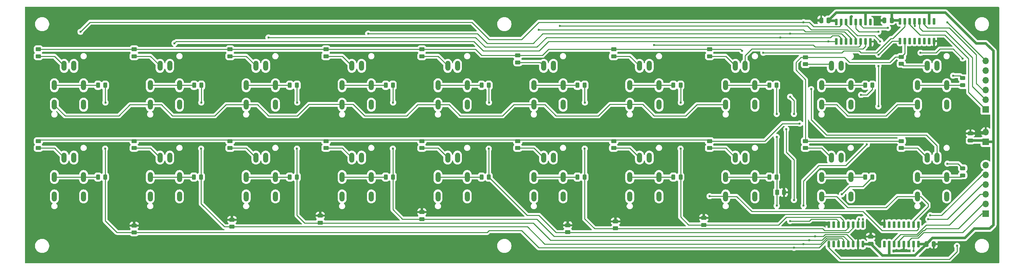
<source format=gtl>
G04 #@! TF.GenerationSoftware,KiCad,Pcbnew,8.0.4*
G04 #@! TF.CreationDate,2024-09-19T19:58:35+02:00*
G04 #@! TF.ProjectId,Buttons_Flash,42757474-6f6e-4735-9f46-6c6173682e6b,rev?*
G04 #@! TF.SameCoordinates,Original*
G04 #@! TF.FileFunction,Copper,L1,Top*
G04 #@! TF.FilePolarity,Positive*
%FSLAX46Y46*%
G04 Gerber Fmt 4.6, Leading zero omitted, Abs format (unit mm)*
G04 Created by KiCad (PCBNEW 8.0.4) date 2024-09-19 19:58:35*
%MOMM*%
%LPD*%
G01*
G04 APERTURE LIST*
G04 Aperture macros list*
%AMRoundRect*
0 Rectangle with rounded corners*
0 $1 Rounding radius*
0 $2 $3 $4 $5 $6 $7 $8 $9 X,Y pos of 4 corners*
0 Add a 4 corners polygon primitive as box body*
4,1,4,$2,$3,$4,$5,$6,$7,$8,$9,$2,$3,0*
0 Add four circle primitives for the rounded corners*
1,1,$1+$1,$2,$3*
1,1,$1+$1,$4,$5*
1,1,$1+$1,$6,$7*
1,1,$1+$1,$8,$9*
0 Add four rect primitives between the rounded corners*
20,1,$1+$1,$2,$3,$4,$5,0*
20,1,$1+$1,$4,$5,$6,$7,0*
20,1,$1+$1,$6,$7,$8,$9,0*
20,1,$1+$1,$8,$9,$2,$3,0*%
G04 Aperture macros list end*
G04 #@! TA.AperFunction,ComponentPad*
%ADD10O,1.320800X2.641600*%
G04 #@! TD*
G04 #@! TA.AperFunction,SMDPad,CuDef*
%ADD11RoundRect,0.243750X0.243750X0.456250X-0.243750X0.456250X-0.243750X-0.456250X0.243750X-0.456250X0*%
G04 #@! TD*
G04 #@! TA.AperFunction,SMDPad,CuDef*
%ADD12RoundRect,0.250000X0.450000X-0.262500X0.450000X0.262500X-0.450000X0.262500X-0.450000X-0.262500X0*%
G04 #@! TD*
G04 #@! TA.AperFunction,ComponentPad*
%ADD13R,1.700000X1.700000*%
G04 #@! TD*
G04 #@! TA.AperFunction,ComponentPad*
%ADD14O,1.700000X1.700000*%
G04 #@! TD*
G04 #@! TA.AperFunction,SMDPad,CuDef*
%ADD15RoundRect,0.250000X-0.450000X0.262500X-0.450000X-0.262500X0.450000X-0.262500X0.450000X0.262500X0*%
G04 #@! TD*
G04 #@! TA.AperFunction,SMDPad,CuDef*
%ADD16RoundRect,0.250000X0.475000X-0.250000X0.475000X0.250000X-0.475000X0.250000X-0.475000X-0.250000X0*%
G04 #@! TD*
G04 #@! TA.AperFunction,SMDPad,CuDef*
%ADD17RoundRect,0.150000X-0.150000X0.725000X-0.150000X-0.725000X0.150000X-0.725000X0.150000X0.725000X0*%
G04 #@! TD*
G04 #@! TA.AperFunction,SMDPad,CuDef*
%ADD18RoundRect,0.250000X0.250000X0.475000X-0.250000X0.475000X-0.250000X-0.475000X0.250000X-0.475000X0*%
G04 #@! TD*
G04 #@! TA.AperFunction,SMDPad,CuDef*
%ADD19RoundRect,0.250000X0.262500X0.450000X-0.262500X0.450000X-0.262500X-0.450000X0.262500X-0.450000X0*%
G04 #@! TD*
G04 #@! TA.AperFunction,SMDPad,CuDef*
%ADD20RoundRect,0.243750X-0.456250X0.243750X-0.456250X-0.243750X0.456250X-0.243750X0.456250X0.243750X0*%
G04 #@! TD*
G04 #@! TA.AperFunction,SMDPad,CuDef*
%ADD21RoundRect,0.150000X0.150000X-0.725000X0.150000X0.725000X-0.150000X0.725000X-0.150000X-0.725000X0*%
G04 #@! TD*
G04 #@! TA.AperFunction,SMDPad,CuDef*
%ADD22RoundRect,0.250000X-0.250000X-0.475000X0.250000X-0.475000X0.250000X0.475000X-0.250000X0.475000X0*%
G04 #@! TD*
G04 #@! TA.AperFunction,ViaPad*
%ADD23C,0.600000*%
G04 #@! TD*
G04 #@! TA.AperFunction,Conductor*
%ADD24C,0.635000*%
G04 #@! TD*
G04 #@! TA.AperFunction,Conductor*
%ADD25C,0.254000*%
G04 #@! TD*
G04 #@! TA.AperFunction,Conductor*
%ADD26C,0.508000*%
G04 #@! TD*
G04 APERTURE END LIST*
D10*
X55730000Y-97920000D03*
X58270000Y-97920000D03*
X53190000Y-103000000D03*
X60810000Y-103000000D03*
X53190000Y-108080000D03*
X60810000Y-108080000D03*
X230730000Y-121920000D03*
X233270000Y-121920000D03*
X228190000Y-127000000D03*
X235810000Y-127000000D03*
X228190000Y-132080000D03*
X235810000Y-132080000D03*
X80730000Y-121920000D03*
X83270000Y-121920000D03*
X78190000Y-127000000D03*
X85810000Y-127000000D03*
X78190000Y-132080000D03*
X85810000Y-132080000D03*
X180730000Y-97920000D03*
X183270000Y-97920000D03*
X178190000Y-103000000D03*
X185810000Y-103000000D03*
X178190000Y-108080000D03*
X185810000Y-108080000D03*
X205730000Y-121920000D03*
X208270000Y-121920000D03*
X203190000Y-127000000D03*
X210810000Y-127000000D03*
X203190000Y-132080000D03*
X210810000Y-132080000D03*
X105730000Y-97920000D03*
X108270000Y-97920000D03*
X103190000Y-103000000D03*
X110810000Y-103000000D03*
X103190000Y-108080000D03*
X110810000Y-108080000D03*
X155730000Y-97920000D03*
X158270000Y-97920000D03*
X153190000Y-103000000D03*
X160810000Y-103000000D03*
X153190000Y-108080000D03*
X160810000Y-108080000D03*
X205730000Y-97920000D03*
X208270000Y-97920000D03*
X203190000Y-103000000D03*
X210810000Y-103000000D03*
X203190000Y-108080000D03*
X210810000Y-108080000D03*
X55730000Y-121920000D03*
X58270000Y-121920000D03*
X53190000Y-127000000D03*
X60810000Y-127000000D03*
X53190000Y-132080000D03*
X60810000Y-132080000D03*
X230730000Y-97920000D03*
X233270000Y-97920000D03*
X228190000Y-103000000D03*
X235810000Y-103000000D03*
X228190000Y-108080000D03*
X235810000Y-108080000D03*
X130730000Y-97920000D03*
X133270000Y-97920000D03*
X128190000Y-103000000D03*
X135810000Y-103000000D03*
X128190000Y-108080000D03*
X135810000Y-108080000D03*
X180730000Y-121920000D03*
X183270000Y-121920000D03*
X178190000Y-127000000D03*
X185810000Y-127000000D03*
X178190000Y-132080000D03*
X185810000Y-132080000D03*
X155730000Y-121920000D03*
X158270000Y-121920000D03*
X153190000Y-127000000D03*
X160810000Y-127000000D03*
X153190000Y-132080000D03*
X160810000Y-132080000D03*
X105730000Y-121920000D03*
X108270000Y-121920000D03*
X103190000Y-127000000D03*
X110810000Y-127000000D03*
X103190000Y-132080000D03*
X110810000Y-132080000D03*
X130730000Y-121920000D03*
X133270000Y-121920000D03*
X128190000Y-127000000D03*
X135810000Y-127000000D03*
X128190000Y-132080000D03*
X135810000Y-132080000D03*
X30730000Y-97920000D03*
X33270000Y-97920000D03*
X28190000Y-103000000D03*
X35810000Y-103000000D03*
X28190000Y-108080000D03*
X35810000Y-108080000D03*
X30730000Y-121920000D03*
X33270000Y-121920000D03*
X28190000Y-127000000D03*
X35810000Y-127000000D03*
X28190000Y-132080000D03*
X35810000Y-132080000D03*
X255730000Y-97920000D03*
X258270000Y-97920000D03*
X253190000Y-103000000D03*
X260810000Y-103000000D03*
X253190000Y-108080000D03*
X260810000Y-108080000D03*
X255730000Y-121920000D03*
X258270000Y-121920000D03*
X253190000Y-127000000D03*
X260810000Y-127000000D03*
X253190000Y-132080000D03*
X260810000Y-132080000D03*
X80730000Y-97920000D03*
X83270000Y-97920000D03*
X78190000Y-103000000D03*
X85810000Y-103000000D03*
X78190000Y-108080000D03*
X85810000Y-108080000D03*
D11*
X116437500Y-127000000D03*
X114562500Y-127000000D03*
D12*
X224000000Y-119412500D03*
X224000000Y-117587500D03*
D11*
X141437500Y-127000000D03*
X139562500Y-127000000D03*
D13*
X271000000Y-109350000D03*
D14*
X271000000Y-106810000D03*
X271000000Y-104270000D03*
X271000000Y-101730000D03*
X271000000Y-99190000D03*
X271000000Y-96650000D03*
D15*
X97500000Y-137087500D03*
X97500000Y-138912500D03*
D12*
X174000000Y-95412500D03*
X174000000Y-93587500D03*
D16*
X267000000Y-117450000D03*
X267000000Y-115550000D03*
D12*
X24000000Y-95412500D03*
X24000000Y-93587500D03*
D11*
X66437500Y-127000000D03*
X64562500Y-127000000D03*
D12*
X199000000Y-95412500D03*
X199000000Y-93587500D03*
D13*
X271000000Y-117775000D03*
D14*
X271000000Y-115235000D03*
D12*
X99000000Y-119412500D03*
X99000000Y-117587500D03*
D17*
X238945000Y-139425000D03*
X237675000Y-139425000D03*
X236405000Y-139425000D03*
X235135000Y-139425000D03*
X233865000Y-139425000D03*
X232595000Y-139425000D03*
X231325000Y-139425000D03*
X230055000Y-139425000D03*
X230055000Y-144575000D03*
X231325000Y-144575000D03*
X232595000Y-144575000D03*
X233865000Y-144575000D03*
X235135000Y-144575000D03*
X236405000Y-144575000D03*
X237675000Y-144575000D03*
X238945000Y-144575000D03*
D11*
X66500000Y-103000000D03*
X64625000Y-103000000D03*
D15*
X49000000Y-139675000D03*
X49000000Y-141500000D03*
D11*
X191437500Y-103000000D03*
X189562500Y-103000000D03*
X216437500Y-127000000D03*
X214562500Y-127000000D03*
D12*
X224000000Y-97500000D03*
X224000000Y-95675000D03*
D18*
X246500000Y-86000000D03*
X244600000Y-86000000D03*
D12*
X124000000Y-119412500D03*
X124000000Y-117587500D03*
D19*
X218412500Y-131000000D03*
X216587500Y-131000000D03*
D20*
X265000000Y-101125000D03*
X265000000Y-103000000D03*
D21*
X248609999Y-91425000D03*
X249879999Y-91425000D03*
X251149999Y-91425000D03*
X252419999Y-91425000D03*
X253689999Y-91425000D03*
X254959999Y-91425000D03*
X256229999Y-91425000D03*
X257499999Y-91425000D03*
X257499999Y-86275000D03*
X256229999Y-86275000D03*
X254959999Y-86275000D03*
X253689999Y-86275000D03*
X252419999Y-86275000D03*
X251149999Y-86275000D03*
X249879999Y-86275000D03*
X248609999Y-86275000D03*
D11*
X41437500Y-127000000D03*
X39562500Y-127000000D03*
D12*
X124000000Y-95412500D03*
X124000000Y-93587500D03*
D15*
X74500000Y-138175000D03*
X74500000Y-140000000D03*
D12*
X174000000Y-119412500D03*
X174000000Y-117587500D03*
X49000000Y-119412500D03*
X49000000Y-117587500D03*
D11*
X241437500Y-103000000D03*
X239562500Y-103000000D03*
X116437500Y-103000000D03*
X114562500Y-103000000D03*
D17*
X253445000Y-139425000D03*
X252175000Y-139425000D03*
X250905000Y-139425000D03*
X249635000Y-139425000D03*
X248365000Y-139425000D03*
X247095000Y-139425000D03*
X245825000Y-139425000D03*
X244555000Y-139425000D03*
X244555000Y-144575000D03*
X245825000Y-144575000D03*
X247095000Y-144575000D03*
X248365000Y-144575000D03*
X249635000Y-144575000D03*
X250905000Y-144575000D03*
X252175000Y-144575000D03*
X253445000Y-144575000D03*
D15*
X174500000Y-138587500D03*
X174500000Y-140412500D03*
X124000000Y-136175000D03*
X124000000Y-138000000D03*
X197500000Y-137675000D03*
X197500000Y-139500000D03*
D11*
X91437500Y-127000000D03*
X89562500Y-127000000D03*
D22*
X255550000Y-144500000D03*
X257450000Y-144500000D03*
D12*
X74000000Y-119412500D03*
X74000000Y-117587500D03*
D15*
X162000000Y-139587500D03*
X162000000Y-141412500D03*
D21*
X232055000Y-91575000D03*
X233325000Y-91575000D03*
X234595000Y-91575000D03*
X235865000Y-91575000D03*
X237135000Y-91575000D03*
X238405000Y-91575000D03*
X239675000Y-91575000D03*
X240945000Y-91575000D03*
X240945000Y-86425000D03*
X239675000Y-86425000D03*
X238405000Y-86425000D03*
X237135000Y-86425000D03*
X235865000Y-86425000D03*
X234595000Y-86425000D03*
X233325000Y-86425000D03*
X232055000Y-86425000D03*
D11*
X166437500Y-127000000D03*
X164562500Y-127000000D03*
D12*
X149000000Y-119412500D03*
X149000000Y-117587500D03*
X199000000Y-119412500D03*
X199000000Y-117587500D03*
X149000000Y-97000000D03*
X149000000Y-95175000D03*
D20*
X265000000Y-124682500D03*
X265000000Y-126557500D03*
D12*
X74000000Y-95412500D03*
X74000000Y-93587500D03*
D11*
X41437500Y-103000000D03*
X39562500Y-103000000D03*
D13*
X271000000Y-136540000D03*
D14*
X271000000Y-134000000D03*
X271000000Y-131460000D03*
X271000000Y-128920000D03*
X271000000Y-126380000D03*
X271000000Y-123840000D03*
D11*
X166437500Y-103000000D03*
X164562500Y-103000000D03*
D12*
X24000000Y-119412500D03*
X24000000Y-117587500D03*
X99000000Y-95412500D03*
X99000000Y-93587500D03*
X49000000Y-95412500D03*
X49000000Y-93587500D03*
D18*
X230000000Y-86000000D03*
X228100000Y-86000000D03*
D11*
X241437500Y-127000000D03*
X239562500Y-127000000D03*
X91437500Y-103000000D03*
X89562500Y-103000000D03*
X191437500Y-127000000D03*
X189562500Y-127000000D03*
D12*
X249000000Y-119412500D03*
X249000000Y-117587500D03*
D11*
X141437500Y-103000000D03*
X139562500Y-103000000D03*
D16*
X241000000Y-144450000D03*
X241000000Y-142550000D03*
D11*
X216437500Y-103000000D03*
X214562500Y-103000000D03*
D12*
X249000000Y-97412500D03*
X249000000Y-95587500D03*
D23*
X244500000Y-90500000D03*
X135000000Y-84500000D03*
X47000000Y-90000000D03*
X144500000Y-122000000D03*
X194500000Y-122500000D03*
X236000000Y-85000000D03*
X112000000Y-115000000D03*
X226000000Y-100000000D03*
X98000000Y-101000000D03*
X245000000Y-126000000D03*
X228000000Y-83500000D03*
X254000000Y-117500000D03*
X196000000Y-113500000D03*
X49000000Y-138587500D03*
X69500000Y-122500000D03*
X70000000Y-101000000D03*
X265000000Y-147500000D03*
X97500000Y-136000000D03*
X171500000Y-101000000D03*
X234500000Y-114500000D03*
X257500000Y-102000000D03*
X241000000Y-93000000D03*
X225500000Y-133500000D03*
X243500000Y-86000000D03*
X147500000Y-101500000D03*
X197000000Y-101000000D03*
X26500000Y-141000000D03*
X226500000Y-86000000D03*
X121500000Y-99000000D03*
X232000000Y-119000000D03*
X241000000Y-141500000D03*
X44500000Y-122000000D03*
X273000000Y-90500000D03*
X26000000Y-114500000D03*
X124000000Y-135087500D03*
X248500000Y-113500000D03*
X267000000Y-113500000D03*
X135500000Y-88000000D03*
X232500000Y-134500000D03*
X243500000Y-139000000D03*
X265500000Y-84500000D03*
X249500000Y-134000000D03*
X71000000Y-114000000D03*
X247000000Y-146500000D03*
X228500000Y-139000000D03*
X94500000Y-121500000D03*
X155500000Y-84500000D03*
X74500000Y-137175000D03*
X245000000Y-95500000D03*
X267500000Y-122500000D03*
X104500000Y-88000000D03*
X43000000Y-99000000D03*
X96000000Y-146500000D03*
X150000000Y-113500000D03*
X162000000Y-138500000D03*
X252500000Y-87500000D03*
X256000000Y-146500000D03*
X238000000Y-143000000D03*
X169500000Y-122500000D03*
X120000000Y-122000000D03*
X68500000Y-92500000D03*
X242500000Y-92500000D03*
X251500000Y-105500000D03*
X261500000Y-98000000D03*
X264500000Y-115500000D03*
X226500000Y-116500000D03*
X249500000Y-146000000D03*
X242500000Y-85500000D03*
X252000000Y-96000000D03*
X230000000Y-149000000D03*
X260000000Y-91500000D03*
X246500000Y-103500000D03*
X239000000Y-96000000D03*
X121000000Y-92500000D03*
X95500000Y-92500000D03*
X174500000Y-137500000D03*
X242500000Y-87000000D03*
X205500000Y-95500000D03*
X197500000Y-136500000D03*
X261000000Y-146000000D03*
X218000000Y-129500000D03*
X181500000Y-147500000D03*
X231000000Y-110500000D03*
X30000000Y-86500000D03*
X221000000Y-133000000D03*
X221000000Y-145500000D03*
X238500000Y-105500000D03*
X219000000Y-114500000D03*
X41437500Y-119562500D03*
X41500000Y-107500000D03*
X223500000Y-134500000D03*
X223500000Y-144500000D03*
X66500000Y-107500000D03*
X240000000Y-118500000D03*
X66437500Y-119562500D03*
X262500000Y-100500000D03*
X91437500Y-119562500D03*
X91500000Y-107500000D03*
X225000000Y-143500000D03*
X233500000Y-131500000D03*
X226500000Y-142500000D03*
X116437500Y-119562500D03*
X261000000Y-123500000D03*
X116500000Y-107500000D03*
X141437500Y-119562500D03*
X141500000Y-107500000D03*
X166500000Y-107500000D03*
X166437500Y-119562500D03*
X191500000Y-107500000D03*
X191437500Y-119562500D03*
X216500000Y-134500000D03*
X216500000Y-110500000D03*
X220000000Y-138500000D03*
X216500000Y-116500000D03*
X263500000Y-145000000D03*
X239000000Y-138000000D03*
X256000000Y-138000000D03*
X238000000Y-138000000D03*
X256500000Y-137000000D03*
X265000000Y-96000000D03*
X254000000Y-94500000D03*
X243500000Y-91500000D03*
X243000000Y-89000000D03*
X261000000Y-86500000D03*
X245500000Y-88000000D03*
X207500000Y-94000000D03*
X213000000Y-94500000D03*
X243000000Y-98000000D03*
X243000000Y-95000000D03*
X243000000Y-108500000D03*
X222500000Y-113000000D03*
X252175000Y-146325000D03*
X35000000Y-89000000D03*
X223500000Y-86500000D03*
X199000000Y-132000000D03*
X59500000Y-92000000D03*
X230000000Y-91575000D03*
X220000000Y-106000000D03*
X217500000Y-90500000D03*
X84000000Y-90500000D03*
X221000000Y-110500000D03*
X220000000Y-89500000D03*
X225500000Y-104000000D03*
X110000000Y-89500000D03*
X154500000Y-88500000D03*
X160000000Y-87500000D03*
X184500000Y-92500000D03*
D24*
X246000000Y-147500000D02*
X252550000Y-147500000D01*
X239675000Y-86425000D02*
X239675000Y-84175000D01*
X245825000Y-147325000D02*
X246000000Y-147500000D01*
X240875000Y-144575000D02*
X241000000Y-144450000D01*
X265560000Y-142940000D02*
X268000000Y-140500000D01*
X238945000Y-144575000D02*
X240875000Y-144575000D01*
X268500000Y-92000000D02*
X260500000Y-84000000D01*
X241000000Y-144450000D02*
X244050000Y-147500000D01*
X273000000Y-117500000D02*
X273000000Y-94000000D01*
X257110000Y-142940000D02*
X265560000Y-142940000D01*
X244050000Y-147500000D02*
X246000000Y-147500000D01*
X232000000Y-84000000D02*
X230000000Y-86000000D01*
X246500000Y-84000000D02*
X245500000Y-84000000D01*
X272000000Y-140500000D02*
X273000000Y-139500000D01*
X272725000Y-117775000D02*
X273000000Y-117500000D01*
X255550000Y-144500000D02*
X257110000Y-142940000D01*
X246500000Y-86000000D02*
X248334999Y-86000000D01*
X268000000Y-140500000D02*
X272000000Y-140500000D01*
X256229999Y-84000000D02*
X245500000Y-84000000D01*
X260500000Y-84000000D02*
X256229999Y-84000000D01*
X229945000Y-86125000D02*
X231755000Y-86125000D01*
X267000000Y-117450000D02*
X270675000Y-117450000D01*
X248334999Y-86000000D02*
X248609999Y-86275000D01*
X273000000Y-94000000D02*
X271000000Y-92000000D01*
X239675000Y-84175000D02*
X239500000Y-84000000D01*
X239500000Y-84000000D02*
X232000000Y-84000000D01*
X273000000Y-139500000D02*
X273000000Y-117500000D01*
X256229999Y-86275000D02*
X256229999Y-84000000D01*
X245500000Y-84000000D02*
X239500000Y-84000000D01*
X270675000Y-117450000D02*
X271000000Y-117775000D01*
X246500000Y-86000000D02*
X246500000Y-84000000D01*
X245825000Y-144575000D02*
X245825000Y-147325000D01*
X252550000Y-147500000D02*
X255550000Y-144500000D01*
X231755000Y-86125000D02*
X232055000Y-86425000D01*
X255550000Y-144500000D02*
X253520000Y-144500000D01*
X271000000Y-92000000D02*
X268500000Y-92000000D01*
X271000000Y-117775000D02*
X272725000Y-117775000D01*
X236000000Y-85000000D02*
X235865000Y-85135000D01*
X218412500Y-131000000D02*
X218412500Y-129912500D01*
D25*
X252419999Y-87419999D02*
X252500000Y-87500000D01*
D24*
X74500000Y-138175000D02*
X74500000Y-137175000D01*
X270685000Y-115550000D02*
X271000000Y-115235000D01*
X124000000Y-136175000D02*
X124000000Y-135087500D01*
X162000000Y-139587500D02*
X162000000Y-138500000D01*
X240945000Y-92945000D02*
X241000000Y-93000000D01*
X49000000Y-139675000D02*
X49000000Y-138587500D01*
X174500000Y-138587500D02*
X174500000Y-137500000D01*
X240945000Y-91575000D02*
X240945000Y-92945000D01*
X244555000Y-139425000D02*
X244130000Y-139000000D01*
X228100000Y-86000000D02*
X226500000Y-86000000D01*
D25*
X252419999Y-86275000D02*
X252419999Y-87419999D01*
D24*
X235865000Y-86425000D02*
X235865000Y-85135000D01*
X244600000Y-86000000D02*
X243500000Y-86000000D01*
X241000000Y-142550000D02*
X241000000Y-141500000D01*
D26*
X237675000Y-144575000D02*
X237675000Y-143325000D01*
D24*
X230055000Y-139425000D02*
X229630000Y-139000000D01*
X197500000Y-137675000D02*
X197500000Y-136500000D01*
X244130000Y-139000000D02*
X243500000Y-139000000D01*
D25*
X249635000Y-145865000D02*
X249500000Y-146000000D01*
D26*
X237675000Y-143325000D02*
X238000000Y-143000000D01*
D24*
X267000000Y-115550000D02*
X270685000Y-115550000D01*
X229630000Y-139000000D02*
X228500000Y-139000000D01*
X218412500Y-129912500D02*
X218000000Y-129500000D01*
D25*
X249635000Y-144575000D02*
X249635000Y-145865000D01*
D24*
X97500000Y-137087500D02*
X97500000Y-136000000D01*
D25*
X28190000Y-103000000D02*
X39557500Y-103000000D01*
X44500000Y-141500000D02*
X41437500Y-138437500D01*
X41437500Y-107437500D02*
X41500000Y-107500000D01*
X141500000Y-141000000D02*
X141000000Y-141500000D01*
X141000000Y-141500000D02*
X44500000Y-141500000D01*
X229703264Y-143373000D02*
X232595000Y-143373000D01*
X241437500Y-103000000D02*
X241437500Y-104062500D01*
X232595000Y-143373000D02*
X232595000Y-144575000D01*
X221000000Y-122500000D02*
X219000000Y-120500000D01*
X227576264Y-145500000D02*
X229703264Y-143373000D01*
X41437500Y-103000000D02*
X41437500Y-107437500D01*
X241437500Y-104062500D02*
X240000000Y-105500000D01*
X221000000Y-145500000D02*
X154500000Y-145500000D01*
X150000000Y-141000000D02*
X141500000Y-141000000D01*
X41437500Y-138437500D02*
X41437500Y-127000000D01*
X240000000Y-105500000D02*
X238500000Y-105500000D01*
X221000000Y-133000000D02*
X221000000Y-122500000D01*
X221000000Y-145500000D02*
X227576264Y-145500000D01*
X219000000Y-120500000D02*
X219000000Y-114500000D01*
X154500000Y-145500000D02*
X150000000Y-141000000D01*
X41437500Y-119562500D02*
X41437500Y-127000000D01*
X229515212Y-142919000D02*
X233419000Y-142919000D01*
X66500000Y-103000000D02*
X66500000Y-107500000D01*
X233419000Y-142919000D02*
X233865000Y-143365000D01*
X227934212Y-144500000D02*
X229515212Y-142919000D01*
X234500000Y-124000000D02*
X240000000Y-118500000D01*
X223500000Y-128000000D02*
X227500000Y-124000000D01*
X223500000Y-144500000D02*
X156000000Y-144500000D01*
X72500000Y-140000000D02*
X66437500Y-133937500D01*
X227500000Y-124000000D02*
X234500000Y-124000000D01*
X156000000Y-144500000D02*
X151500000Y-140000000D01*
X66437500Y-119562500D02*
X66437500Y-127000000D01*
X151500000Y-140000000D02*
X72500000Y-140000000D01*
X66437500Y-133937500D02*
X66437500Y-127000000D01*
X233865000Y-143365000D02*
X233865000Y-144575000D01*
X223500000Y-144500000D02*
X227934212Y-144500000D01*
X265000000Y-101125000D02*
X264375000Y-100500000D01*
X264375000Y-100500000D02*
X262500000Y-100500000D01*
X223500000Y-134500000D02*
X223500000Y-128000000D01*
X229327160Y-142465000D02*
X233899999Y-142465000D01*
X91437500Y-103000000D02*
X91437500Y-107437500D01*
X93437500Y-139000000D02*
X91437500Y-137000000D01*
X228292160Y-143500000D02*
X229327160Y-142465000D01*
X235135000Y-143700001D02*
X235135000Y-144575000D01*
X238937500Y-129500000D02*
X241437500Y-127000000D01*
X91437500Y-119562500D02*
X91437500Y-127000000D01*
X235500000Y-129500000D02*
X238937500Y-129500000D01*
X225000000Y-143500000D02*
X228292160Y-143500000D01*
X157500000Y-143500000D02*
X153000000Y-139000000D01*
X91437500Y-137000000D02*
X91437500Y-127000000D01*
X153000000Y-139000000D02*
X93437500Y-139000000D01*
X233899999Y-142465000D02*
X235135000Y-143700001D01*
X225000000Y-143500000D02*
X157500000Y-143500000D01*
X233500000Y-131500000D02*
X235500000Y-129500000D01*
X91437500Y-107437500D02*
X91500000Y-107500000D01*
X116437500Y-135500000D02*
X116437500Y-127000000D01*
X234715999Y-142011000D02*
X236405000Y-143700001D01*
X158500000Y-142500000D02*
X154000000Y-138000000D01*
X118937500Y-138000000D02*
X116437500Y-135500000D01*
X226500000Y-142500000D02*
X158500000Y-142500000D01*
X116437500Y-107437500D02*
X116500000Y-107500000D01*
X228650108Y-142500000D02*
X229139108Y-142011000D01*
X226500000Y-142500000D02*
X228650108Y-142500000D01*
X263817500Y-123500000D02*
X265000000Y-124682500D01*
X236405000Y-143700001D02*
X236405000Y-144575000D01*
X154000000Y-138000000D02*
X118937500Y-138000000D01*
X116437500Y-119562500D02*
X116437500Y-127000000D01*
X116437500Y-103000000D02*
X116437500Y-107437500D01*
X261000000Y-123500000D02*
X263817500Y-123500000D01*
X229139108Y-142011000D02*
X234715999Y-142011000D01*
X141437500Y-119562500D02*
X141437500Y-127000000D01*
X141437500Y-107437500D02*
X141500000Y-107500000D01*
X141437500Y-103000000D02*
X141437500Y-107437500D01*
X154500000Y-137000000D02*
X159000000Y-141500000D01*
X141437500Y-127000000D02*
X151437500Y-137000000D01*
X236405000Y-140299999D02*
X236405000Y-139425000D01*
X159000000Y-141500000D02*
X235204999Y-141500000D01*
X235204999Y-141500000D02*
X236405000Y-140299999D01*
X151437500Y-137000000D02*
X154500000Y-137000000D01*
X166437500Y-107437500D02*
X166500000Y-107500000D01*
X228500000Y-140500000D02*
X169000000Y-140500000D01*
X235135000Y-140299999D02*
X234434999Y-141000000D01*
X166437500Y-127000000D02*
X166437500Y-137937500D01*
X234434999Y-141000000D02*
X229000000Y-141000000D01*
X166437500Y-137937500D02*
X169000000Y-140500000D01*
X166437500Y-103000000D02*
X166437500Y-107437500D01*
X166437500Y-119562500D02*
X166437500Y-127000000D01*
X235135000Y-139425000D02*
X235135000Y-140299999D01*
X229000000Y-141000000D02*
X228500000Y-140500000D01*
X193500000Y-139500000D02*
X217000000Y-139500000D01*
X191437500Y-137437500D02*
X193500000Y-139500000D01*
X233865000Y-138365000D02*
X233865000Y-139425000D01*
X233046000Y-137546000D02*
X233865000Y-138365000D01*
X191437500Y-119562500D02*
X191437500Y-127000000D01*
X217000000Y-139500000D02*
X218954000Y-137546000D01*
X191437500Y-107437500D02*
X191500000Y-107500000D01*
X191437500Y-103000000D02*
X191437500Y-107437500D01*
X191437500Y-127000000D02*
X191437500Y-137437500D01*
X218954000Y-137546000D02*
X233046000Y-137546000D01*
X225500000Y-138000000D02*
X225000000Y-138500000D01*
X232595000Y-139425000D02*
X232595000Y-138550001D01*
X216500000Y-116500000D02*
X216500000Y-134500000D01*
X232595000Y-138550001D02*
X232044999Y-138000000D01*
X225000000Y-138500000D02*
X220000000Y-138500000D01*
X216437500Y-103000000D02*
X216437500Y-110437500D01*
X232044999Y-138000000D02*
X225500000Y-138000000D01*
X216437500Y-110437500D02*
X216500000Y-110500000D01*
X249611001Y-142454000D02*
X253188052Y-142454000D01*
X253188052Y-142454000D02*
X254642052Y-141000000D01*
X248365000Y-143700001D02*
X249611001Y-142454000D01*
X270330000Y-134000000D02*
X271000000Y-134000000D01*
X248365000Y-144575000D02*
X248365000Y-143700001D01*
X255500000Y-140500000D02*
X263830000Y-140500000D01*
X263830000Y-140500000D02*
X270330000Y-134000000D01*
X254642052Y-141000000D02*
X255000000Y-141000000D01*
X255000000Y-141000000D02*
X255500000Y-140500000D01*
X233105001Y-148500000D02*
X230055000Y-145449999D01*
X261500000Y-148500000D02*
X233105001Y-148500000D01*
X263500000Y-145000000D02*
X263500000Y-146500000D01*
X230055000Y-145449999D02*
X230055000Y-144575000D01*
X263500000Y-146500000D02*
X261500000Y-148500000D01*
X251697001Y-142908000D02*
X253376104Y-142908000D01*
X269960000Y-136540000D02*
X271000000Y-136540000D01*
X250905000Y-143700001D02*
X251697001Y-142908000D01*
X265000000Y-141500000D02*
X269960000Y-136540000D01*
X254784104Y-141500000D02*
X265000000Y-141500000D01*
X253376104Y-142908000D02*
X254784104Y-141500000D01*
X250905000Y-144575000D02*
X250905000Y-143700001D01*
X247095000Y-144575000D02*
X247095000Y-143700001D01*
X253000000Y-142000000D02*
X255500000Y-139500000D01*
X247095000Y-143700001D02*
X248795001Y-142000000D01*
X261500000Y-139500000D02*
X269540000Y-131460000D01*
X255500000Y-139500000D02*
X261500000Y-139500000D01*
X269540000Y-131460000D02*
X271000000Y-131460000D01*
X248795001Y-142000000D02*
X253000000Y-142000000D01*
X238945000Y-139425000D02*
X238945000Y-138055000D01*
X270080000Y-128920000D02*
X271000000Y-128920000D01*
X238945000Y-138055000D02*
X239000000Y-138000000D01*
X256000000Y-138000000D02*
X261000000Y-138000000D01*
X261000000Y-138000000D02*
X270080000Y-128920000D01*
X256500000Y-137000000D02*
X259500000Y-137000000D01*
X237675000Y-138325000D02*
X238000000Y-138000000D01*
X270120000Y-126380000D02*
X271000000Y-126380000D01*
X259500000Y-137000000D02*
X270120000Y-126380000D01*
X237675000Y-139425000D02*
X237675000Y-138325000D01*
X251149999Y-86275000D02*
X251149999Y-87149999D01*
X266500000Y-104850000D02*
X271000000Y-109350000D01*
X266500000Y-96000000D02*
X266500000Y-104850000D01*
X253850000Y-89850000D02*
X260350000Y-89850000D01*
X251149999Y-87149999D02*
X253850000Y-89850000D01*
X260350000Y-89850000D02*
X266500000Y-96000000D01*
X271000000Y-104270000D02*
X270270000Y-104270000D01*
X268500000Y-102500000D02*
X268500000Y-95000000D01*
X270270000Y-104270000D02*
X268500000Y-102500000D01*
X255810000Y-88000000D02*
X254959999Y-87149999D01*
X254959999Y-87149999D02*
X254959999Y-86275000D01*
X261500000Y-88000000D02*
X255810000Y-88000000D01*
X268500000Y-95000000D02*
X261500000Y-88000000D01*
X237500000Y-90000000D02*
X234595000Y-87095000D01*
X259000000Y-93500000D02*
X262500000Y-93500000D01*
X262500000Y-93500000D02*
X265000000Y-96000000D01*
X243500000Y-91500000D02*
X242000000Y-90000000D01*
X254000000Y-94500000D02*
X258000000Y-94500000D01*
X258000000Y-94500000D02*
X259000000Y-93500000D01*
X234595000Y-87095000D02*
X234595000Y-86425000D01*
X242000000Y-90000000D02*
X237500000Y-90000000D01*
X243000000Y-89000000D02*
X238000000Y-89000000D01*
X238000000Y-89000000D02*
X237135000Y-88135000D01*
X237135000Y-88135000D02*
X237135000Y-86425000D01*
X239105001Y-88000000D02*
X238405000Y-87299999D01*
X261000000Y-86500000D02*
X271000000Y-96500000D01*
X271000000Y-96500000D02*
X271000000Y-96650000D01*
X238405000Y-87299999D02*
X238405000Y-86425000D01*
X245500000Y-88000000D02*
X239105001Y-88000000D01*
X260600000Y-88850000D02*
X254554999Y-88850000D01*
X271000000Y-106810000D02*
X267500000Y-103310000D01*
X254554999Y-88850000D02*
X253689999Y-87985000D01*
X253689999Y-87985000D02*
X253689999Y-86275000D01*
X267500000Y-95750000D02*
X260600000Y-88850000D01*
X267500000Y-103310000D02*
X267500000Y-95750000D01*
X24000000Y-95412500D02*
X28222500Y-95412500D01*
X28222500Y-95412500D02*
X30730000Y-97920000D01*
X249879999Y-86275000D02*
X249879999Y-87620001D01*
X233500000Y-94500000D02*
X213000000Y-94500000D01*
X155412500Y-95175000D02*
X157000000Y-93587500D01*
X207500000Y-94000000D02*
X207087500Y-93587500D01*
X242500000Y-94500000D02*
X238500000Y-94500000D01*
X207087500Y-93587500D02*
X199000000Y-93587500D01*
X157000000Y-93587500D02*
X199000000Y-93587500D01*
X149000000Y-95175000D02*
X139587500Y-95175000D01*
X149000000Y-95175000D02*
X155412500Y-95175000D01*
X249879999Y-87620001D02*
X246750000Y-90750000D01*
X139587500Y-95175000D02*
X138000000Y-93587500D01*
X238000000Y-94000000D02*
X234000000Y-94000000D01*
X238500000Y-94500000D02*
X238000000Y-94000000D01*
X234000000Y-94000000D02*
X233500000Y-94500000D01*
X246750000Y-90750000D02*
X246250000Y-90750000D01*
X246250000Y-90750000D02*
X242500000Y-94500000D01*
X24000000Y-93587500D02*
X138000000Y-93587500D01*
X246575000Y-91425000D02*
X248609999Y-91425000D01*
X243000000Y-95000000D02*
X246575000Y-91425000D01*
X222500000Y-113000000D02*
X218000000Y-113000000D01*
X24341500Y-117246000D02*
X198658500Y-117246000D01*
X218000000Y-113000000D02*
X213412500Y-117587500D01*
X24000000Y-117587500D02*
X24341500Y-117246000D01*
X243000000Y-98000000D02*
X243000000Y-108500000D01*
X213412500Y-117587500D02*
X199000000Y-117587500D01*
X224000000Y-117587500D02*
X249000000Y-117587500D01*
X222825000Y-95675000D02*
X224000000Y-95675000D01*
X234175000Y-95675000D02*
X234250000Y-95750000D01*
X246000000Y-97000000D02*
X247412500Y-95587500D01*
X249879999Y-91425000D02*
X249879999Y-94707501D01*
X235500000Y-97000000D02*
X246000000Y-97000000D01*
X224000000Y-95675000D02*
X234175000Y-95675000D01*
X249879999Y-94707501D02*
X249000000Y-95587500D01*
X247412500Y-95587500D02*
X249000000Y-95587500D01*
X224000000Y-117587500D02*
X224000000Y-101500000D01*
X221500000Y-99000000D02*
X221500000Y-97000000D01*
X234250000Y-95750000D02*
X235500000Y-97000000D01*
X224000000Y-101500000D02*
X221500000Y-99000000D01*
X221500000Y-97000000D02*
X222825000Y-95675000D01*
X184555000Y-111000000D02*
X192750000Y-111000000D01*
X53190000Y-108080000D02*
X56080000Y-108080000D01*
X70000000Y-111000000D02*
X72920000Y-108080000D01*
X147920000Y-108080000D02*
X153190000Y-108080000D01*
X120000000Y-111000000D02*
X122920000Y-108080000D01*
X159000000Y-111000000D02*
X170000000Y-111000000D01*
X47920000Y-108080000D02*
X53190000Y-108080000D01*
X94500000Y-108000000D02*
X106055000Y-108000000D01*
X173000000Y-108000000D02*
X181555000Y-108000000D01*
X78190000Y-108080000D02*
X81135000Y-108080000D01*
X81135000Y-108080000D02*
X84055000Y-111000000D01*
X195670000Y-108080000D02*
X203190000Y-108080000D01*
X252175000Y-146325000D02*
X252175000Y-144575000D01*
X128190000Y-108080000D02*
X131080000Y-108080000D01*
X28190000Y-108080000D02*
X28190000Y-108190000D01*
X170000000Y-111000000D02*
X173000000Y-108000000D01*
X122920000Y-108080000D02*
X128190000Y-108080000D01*
X56080000Y-108080000D02*
X59000000Y-111000000D01*
X131080000Y-108080000D02*
X134000000Y-111000000D01*
X192750000Y-111000000D02*
X195670000Y-108080000D01*
X84055000Y-111000000D02*
X91500000Y-111000000D01*
X31000000Y-111000000D02*
X45000000Y-111000000D01*
X106055000Y-108000000D02*
X109055000Y-111000000D01*
X156080000Y-108080000D02*
X159000000Y-111000000D01*
X145000000Y-111000000D02*
X147920000Y-108080000D01*
X28190000Y-108190000D02*
X31000000Y-111000000D01*
X72920000Y-108080000D02*
X78190000Y-108080000D01*
X45000000Y-111000000D02*
X47920000Y-108080000D01*
X181555000Y-108000000D02*
X184555000Y-111000000D01*
X109055000Y-111000000D02*
X120000000Y-111000000D01*
X59000000Y-111000000D02*
X70000000Y-111000000D01*
X134000000Y-111000000D02*
X145000000Y-111000000D01*
X91500000Y-111000000D02*
X94500000Y-108000000D01*
X153190000Y-108080000D02*
X156080000Y-108080000D01*
X225000000Y-86500000D02*
X226127000Y-87627000D01*
X137000000Y-86500000D02*
X37500000Y-86500000D01*
X232873000Y-87627000D02*
X233325000Y-87175000D01*
X154500000Y-86500000D02*
X150000000Y-91000000D01*
X226127000Y-87627000D02*
X232873000Y-87627000D01*
X37500000Y-86500000D02*
X35000000Y-89000000D01*
X233325000Y-87175000D02*
X233325000Y-86425000D01*
X150000000Y-91000000D02*
X141500000Y-91000000D01*
X223500000Y-86500000D02*
X154500000Y-86500000D01*
X223500000Y-86500000D02*
X225000000Y-86500000D01*
X141500000Y-91000000D02*
X137000000Y-86500000D01*
X239000000Y-136000000D02*
X210000000Y-136000000D01*
X253000000Y-141000000D02*
X244000000Y-141000000D01*
X210000000Y-136000000D02*
X206080000Y-132080000D01*
X244000000Y-141000000D02*
X239000000Y-136000000D01*
X199000000Y-132000000D02*
X203110000Y-132000000D01*
X253445000Y-139425000D02*
X253445000Y-140555000D01*
X253445000Y-140555000D02*
X253000000Y-141000000D01*
X206080000Y-132080000D02*
X203190000Y-132080000D01*
X203110000Y-132000000D02*
X203190000Y-132080000D01*
X254080000Y-132080000D02*
X253190000Y-132080000D01*
X253190000Y-132080000D02*
X247920000Y-132080000D01*
X252175000Y-138550001D02*
X256000000Y-134725001D01*
X245000000Y-111000000D02*
X235000000Y-111000000D01*
X232080000Y-108080000D02*
X228190000Y-108080000D01*
X235000000Y-135000000D02*
X232080000Y-132080000D01*
X245000000Y-135000000D02*
X235000000Y-135000000D01*
X232080000Y-132080000D02*
X228190000Y-132080000D01*
X235000000Y-111000000D02*
X232080000Y-108080000D01*
X253190000Y-108080000D02*
X247920000Y-108080000D01*
X247920000Y-108080000D02*
X245000000Y-111000000D01*
X247920000Y-132080000D02*
X245000000Y-135000000D01*
X252175000Y-139425000D02*
X252175000Y-138550001D01*
X256000000Y-134000000D02*
X254080000Y-132080000D01*
X256000000Y-134725001D02*
X256000000Y-134000000D01*
X137575000Y-91575000D02*
X140000000Y-94000000D01*
X59925000Y-91575000D02*
X137575000Y-91575000D01*
X230000000Y-91575000D02*
X232055000Y-91575000D01*
X59500000Y-92000000D02*
X59925000Y-91575000D01*
X140000000Y-94000000D02*
X154575000Y-94000000D01*
X154575000Y-94000000D02*
X157000000Y-91575000D01*
X157000000Y-91575000D02*
X230000000Y-91575000D01*
X138000000Y-90500000D02*
X140500000Y-93000000D01*
X230538132Y-90500000D02*
X231000000Y-90038132D01*
X140500000Y-93000000D02*
X154000000Y-93000000D01*
X221000000Y-107000000D02*
X221000000Y-110500000D01*
X84000000Y-90500000D02*
X138000000Y-90500000D01*
X231000000Y-90038132D02*
X232663131Y-90038132D01*
X232663131Y-90038132D02*
X233325000Y-90700001D01*
X233325000Y-90700001D02*
X233325000Y-91575000D01*
X217500000Y-90500000D02*
X230538132Y-90500000D01*
X220000000Y-106000000D02*
X221000000Y-107000000D01*
X154000000Y-93000000D02*
X156500000Y-90500000D01*
X156500000Y-90500000D02*
X217500000Y-90500000D01*
X155500000Y-89500000D02*
X220000000Y-89500000D01*
X220000000Y-89500000D02*
X233394999Y-89500000D01*
X258270000Y-118770000D02*
X258270000Y-121920000D01*
X229500000Y-116000000D02*
X255500000Y-116000000D01*
X225500000Y-104000000D02*
X225500000Y-112000000D01*
X110000000Y-89500000D02*
X138500000Y-89500000D01*
X234595000Y-90700001D02*
X234595000Y-91575000D01*
X153000000Y-92000000D02*
X155500000Y-89500000D01*
X233394999Y-89500000D02*
X234595000Y-90700001D01*
X255500000Y-116000000D02*
X258270000Y-118770000D01*
X225500000Y-112000000D02*
X229500000Y-116000000D01*
X141000000Y-92000000D02*
X153000000Y-92000000D01*
X138500000Y-89500000D02*
X141000000Y-92000000D01*
X154500000Y-88500000D02*
X223500000Y-88500000D01*
X234164999Y-89000000D02*
X235865000Y-90700001D01*
X235865000Y-90700001D02*
X235865000Y-91575000D01*
X223500000Y-88500000D02*
X224000000Y-89000000D01*
X224000000Y-89000000D02*
X234164999Y-89000000D01*
X234934999Y-88500000D02*
X225500000Y-88500000D01*
X237135000Y-90700001D02*
X234934999Y-88500000D01*
X225500000Y-88500000D02*
X224500000Y-87500000D01*
X237135000Y-91575000D02*
X237135000Y-90700001D01*
X224500000Y-87500000D02*
X160000000Y-87500000D01*
X238405000Y-92449999D02*
X237854999Y-93000000D01*
X238405000Y-91575000D02*
X238405000Y-92449999D01*
X226500000Y-93000000D02*
X226000000Y-92500000D01*
X237854999Y-93000000D02*
X226500000Y-93000000D01*
X226000000Y-92500000D02*
X184500000Y-92500000D01*
X208270000Y-95230000D02*
X208270000Y-97920000D01*
X210000000Y-93500000D02*
X208270000Y-95230000D01*
X239675000Y-92825000D02*
X239000000Y-93500000D01*
X239000000Y-93500000D02*
X210000000Y-93500000D01*
X239675000Y-91575000D02*
X239675000Y-92825000D01*
X53190000Y-103000000D02*
X64557500Y-103000000D01*
X78190000Y-103000000D02*
X89557500Y-103000000D01*
X103190000Y-103000000D02*
X114557500Y-103000000D01*
X128190000Y-103000000D02*
X139557500Y-103000000D01*
X153190000Y-103000000D02*
X164557500Y-103000000D01*
X178190000Y-103000000D02*
X189557500Y-103000000D01*
X203190000Y-103000000D02*
X214557500Y-103000000D01*
X28190000Y-127000000D02*
X39557500Y-127000000D01*
X53190000Y-127000000D02*
X64557500Y-127000000D01*
X78190000Y-127000000D02*
X89557500Y-127000000D01*
X103190000Y-127000000D02*
X114557500Y-127000000D01*
X128190000Y-127000000D02*
X139557500Y-127000000D01*
X153190000Y-127000000D02*
X164557500Y-127000000D01*
X178190000Y-127000000D02*
X189557500Y-127000000D01*
X203190000Y-127000000D02*
X214557500Y-127000000D01*
X228190000Y-103000000D02*
X239557500Y-103000000D01*
X253190000Y-103000000D02*
X264557500Y-103000000D01*
X228190000Y-127000000D02*
X239557500Y-127000000D01*
X253190000Y-127000000D02*
X264557500Y-127000000D01*
X264557500Y-127000000D02*
X265000000Y-126557500D01*
X49000000Y-95412500D02*
X53222500Y-95412500D01*
X53222500Y-95412500D02*
X55730000Y-97920000D01*
X74000000Y-95412500D02*
X78222500Y-95412500D01*
X78222500Y-95412500D02*
X80730000Y-97920000D01*
X99000000Y-95412500D02*
X103222500Y-95412500D01*
X103222500Y-95412500D02*
X105730000Y-97920000D01*
X128222500Y-95412500D02*
X130730000Y-97920000D01*
X124000000Y-95412500D02*
X128222500Y-95412500D01*
X154810000Y-97000000D02*
X155730000Y-97920000D01*
X149000000Y-97000000D02*
X154810000Y-97000000D01*
X174000000Y-95412500D02*
X178222500Y-95412500D01*
X178222500Y-95412500D02*
X180730000Y-97920000D01*
X199000000Y-95412500D02*
X203222500Y-95412500D01*
X203222500Y-95412500D02*
X205730000Y-97920000D01*
X24000000Y-119412500D02*
X28222500Y-119412500D01*
X28222500Y-119412500D02*
X30730000Y-121920000D01*
X53222500Y-119412500D02*
X49000000Y-119412500D01*
X55730000Y-121920000D02*
X53222500Y-119412500D01*
X78222500Y-119412500D02*
X80730000Y-121920000D01*
X74000000Y-119412500D02*
X78222500Y-119412500D01*
X103222500Y-119412500D02*
X105730000Y-121920000D01*
X99000000Y-119412500D02*
X103222500Y-119412500D01*
X128222500Y-119412500D02*
X130730000Y-121920000D01*
X124000000Y-119412500D02*
X128222500Y-119412500D01*
X153222500Y-119412500D02*
X155730000Y-121920000D01*
X149000000Y-119412500D02*
X153222500Y-119412500D01*
X174000000Y-119412500D02*
X178222500Y-119412500D01*
X178222500Y-119412500D02*
X180730000Y-121920000D01*
X203222500Y-119412500D02*
X205730000Y-121920000D01*
X199000000Y-119412500D02*
X203222500Y-119412500D01*
X224000000Y-97500000D02*
X230310000Y-97500000D01*
X230310000Y-97500000D02*
X230730000Y-97920000D01*
X249507500Y-97920000D02*
X255730000Y-97920000D01*
X249000000Y-97412500D02*
X249507500Y-97920000D01*
X228222500Y-119412500D02*
X230730000Y-121920000D01*
X224000000Y-119412500D02*
X228222500Y-119412500D01*
X249000000Y-119412500D02*
X253222500Y-119412500D01*
X253222500Y-119412500D02*
X255730000Y-121920000D01*
G04 #@! TA.AperFunction,Conductor*
G36*
X239999632Y-137890012D02*
G01*
X240017158Y-137904577D01*
X243512589Y-141400008D01*
X243599992Y-141487411D01*
X243599994Y-141487413D01*
X243599996Y-141487414D01*
X243702756Y-141556076D01*
X243702758Y-141556077D01*
X243702767Y-141556083D01*
X243727772Y-141566440D01*
X243750071Y-141575677D01*
X243792254Y-141593149D01*
X243816966Y-141603386D01*
X243878577Y-141615641D01*
X243938192Y-141627499D01*
X243938196Y-141627500D01*
X243938197Y-141627500D01*
X244061803Y-141627500D01*
X247980720Y-141627500D01*
X248047759Y-141647185D01*
X248093514Y-141699989D01*
X248103458Y-141769147D01*
X248074433Y-141832703D01*
X248068401Y-141839181D01*
X246694992Y-143212589D01*
X246694991Y-143212591D01*
X246633817Y-143273763D01*
X246609260Y-143292811D01*
X246543132Y-143331920D01*
X246536968Y-143336702D01*
X246535071Y-143334257D01*
X246486358Y-143360857D01*
X246416666Y-143355873D01*
X246384296Y-143335069D01*
X246383031Y-143336702D01*
X246376862Y-143331917D01*
X246278525Y-143273761D01*
X246235398Y-143248256D01*
X246235397Y-143248255D01*
X246235396Y-143248255D01*
X246235393Y-143248254D01*
X246077573Y-143202402D01*
X246077567Y-143202401D01*
X246040701Y-143199500D01*
X246040694Y-143199500D01*
X245609306Y-143199500D01*
X245609298Y-143199500D01*
X245572432Y-143202401D01*
X245572426Y-143202402D01*
X245414606Y-143248254D01*
X245414603Y-143248255D01*
X245273137Y-143331917D01*
X245266969Y-143336702D01*
X245265072Y-143334256D01*
X245216358Y-143360857D01*
X245146666Y-143355873D01*
X245114296Y-143335069D01*
X245113031Y-143336702D01*
X245106862Y-143331917D01*
X245008525Y-143273761D01*
X244965398Y-143248256D01*
X244965397Y-143248255D01*
X244965396Y-143248255D01*
X244965393Y-143248254D01*
X244807573Y-143202402D01*
X244807567Y-143202401D01*
X244770701Y-143199500D01*
X244770694Y-143199500D01*
X244339306Y-143199500D01*
X244339298Y-143199500D01*
X244302432Y-143202401D01*
X244302426Y-143202402D01*
X244144606Y-143248254D01*
X244144603Y-143248255D01*
X244003137Y-143331917D01*
X244003129Y-143331923D01*
X243886923Y-143448129D01*
X243886917Y-143448137D01*
X243803255Y-143589603D01*
X243803254Y-143589606D01*
X243757402Y-143747426D01*
X243757401Y-143747432D01*
X243754500Y-143784298D01*
X243754500Y-145365686D01*
X243754501Y-145365724D01*
X243754546Y-145366291D01*
X243754527Y-145366380D01*
X243754596Y-145368132D01*
X243754155Y-145368149D01*
X243740171Y-145434666D01*
X243691112Y-145484415D01*
X243630927Y-145500000D01*
X243258189Y-145500000D01*
X243191150Y-145480315D01*
X243170508Y-145463681D01*
X242261818Y-144554991D01*
X242228333Y-144493668D01*
X242225499Y-144467310D01*
X242225499Y-144149998D01*
X242225498Y-144149981D01*
X242214999Y-144047203D01*
X242214998Y-144047200D01*
X242159814Y-143880666D01*
X242067712Y-143731344D01*
X241943656Y-143607288D01*
X241940342Y-143605243D01*
X241938546Y-143603248D01*
X241937989Y-143602807D01*
X241938064Y-143602711D01*
X241893618Y-143553297D01*
X241882397Y-143484334D01*
X241910240Y-143420252D01*
X241940348Y-143394165D01*
X241943342Y-143392318D01*
X242067315Y-143268345D01*
X242159356Y-143119124D01*
X242159358Y-143119119D01*
X242214505Y-142952697D01*
X242214506Y-142952690D01*
X242224999Y-142849986D01*
X242225000Y-142849973D01*
X242225000Y-142800000D01*
X239775001Y-142800000D01*
X239775001Y-142849986D01*
X239785494Y-142952697D01*
X239840641Y-143119119D01*
X239840643Y-143119124D01*
X239932684Y-143268345D01*
X240056655Y-143392316D01*
X240056659Y-143392319D01*
X240059656Y-143394168D01*
X240061279Y-143395972D01*
X240062323Y-143396798D01*
X240062181Y-143396976D01*
X240106381Y-143446116D01*
X240117602Y-143515079D01*
X240089759Y-143579161D01*
X240059661Y-143605241D01*
X240056349Y-143607283D01*
X240056343Y-143607288D01*
X239942951Y-143720681D01*
X239881628Y-143754166D01*
X239855270Y-143757000D01*
X239838480Y-143757000D01*
X239771441Y-143737315D01*
X239725686Y-143684511D01*
X239719404Y-143667595D01*
X239696746Y-143589606D01*
X239696744Y-143589603D01*
X239696744Y-143589602D01*
X239613081Y-143448135D01*
X239613079Y-143448133D01*
X239613076Y-143448129D01*
X239496870Y-143331923D01*
X239496862Y-143331917D01*
X239398525Y-143273761D01*
X239355398Y-143248256D01*
X239355397Y-143248255D01*
X239355396Y-143248255D01*
X239355393Y-143248254D01*
X239197573Y-143202402D01*
X239197567Y-143202401D01*
X239160701Y-143199500D01*
X239160694Y-143199500D01*
X238729306Y-143199500D01*
X238729298Y-143199500D01*
X238692432Y-143202401D01*
X238692426Y-143202402D01*
X238534606Y-143248254D01*
X238534603Y-143248255D01*
X238393140Y-143331915D01*
X238386974Y-143336699D01*
X238385174Y-143334379D01*
X238335913Y-143361230D01*
X238266225Y-143356193D01*
X238233992Y-143335461D01*
X238232722Y-143337100D01*
X238226552Y-143332314D01*
X238085196Y-143248717D01*
X238085193Y-143248716D01*
X237927494Y-143202900D01*
X237927497Y-143202900D01*
X237925000Y-143202703D01*
X237925000Y-145947295D01*
X237925001Y-145947295D01*
X237927486Y-145947100D01*
X238085198Y-145901281D01*
X238226550Y-145817686D01*
X238232717Y-145812903D01*
X238234630Y-145815369D01*
X238283222Y-145788802D01*
X238352917Y-145793749D01*
X238385762Y-145814853D01*
X238386969Y-145813298D01*
X238393132Y-145818078D01*
X238393135Y-145818081D01*
X238534602Y-145901744D01*
X238576224Y-145913836D01*
X238692426Y-145947597D01*
X238692429Y-145947597D01*
X238692431Y-145947598D01*
X238729306Y-145950500D01*
X238729314Y-145950500D01*
X239160686Y-145950500D01*
X239160694Y-145950500D01*
X239197569Y-145947598D01*
X239197571Y-145947597D01*
X239197573Y-145947597D01*
X239252995Y-145931495D01*
X239355398Y-145901744D01*
X239496865Y-145818081D01*
X239613081Y-145701865D01*
X239696744Y-145560398D01*
X239696745Y-145560394D01*
X239696746Y-145560393D01*
X239719404Y-145482405D01*
X239757010Y-145423519D01*
X239820483Y-145394313D01*
X239838480Y-145393000D01*
X240210360Y-145393000D01*
X240249363Y-145399293D01*
X240372203Y-145439999D01*
X240474991Y-145450500D01*
X240792310Y-145450499D01*
X240859349Y-145470183D01*
X240879991Y-145486818D01*
X243053992Y-147660819D01*
X243087477Y-147722142D01*
X243082493Y-147791834D01*
X243040621Y-147847767D01*
X242975157Y-147872184D01*
X242966311Y-147872500D01*
X233416282Y-147872500D01*
X233349243Y-147852815D01*
X233328601Y-147836181D01*
X231619244Y-146126824D01*
X231585759Y-146065501D01*
X231590743Y-145995809D01*
X231632615Y-145939876D01*
X231672327Y-145920067D01*
X231735398Y-145901744D01*
X231876865Y-145818081D01*
X231876870Y-145818075D01*
X231883031Y-145813298D01*
X231884933Y-145815750D01*
X231933579Y-145789155D01*
X232003274Y-145794104D01*
X232035695Y-145814940D01*
X232036969Y-145813298D01*
X232043132Y-145818078D01*
X232043135Y-145818081D01*
X232184602Y-145901744D01*
X232226224Y-145913836D01*
X232342426Y-145947597D01*
X232342429Y-145947597D01*
X232342431Y-145947598D01*
X232379306Y-145950500D01*
X232379314Y-145950500D01*
X232810686Y-145950500D01*
X232810694Y-145950500D01*
X232847569Y-145947598D01*
X232847571Y-145947597D01*
X232847573Y-145947597D01*
X232902995Y-145931495D01*
X233005398Y-145901744D01*
X233146865Y-145818081D01*
X233146870Y-145818075D01*
X233153031Y-145813298D01*
X233154933Y-145815750D01*
X233203579Y-145789155D01*
X233273274Y-145794104D01*
X233305695Y-145814940D01*
X233306969Y-145813298D01*
X233313132Y-145818078D01*
X233313135Y-145818081D01*
X233454602Y-145901744D01*
X233496224Y-145913836D01*
X233612426Y-145947597D01*
X233612429Y-145947597D01*
X233612431Y-145947598D01*
X233649306Y-145950500D01*
X233649314Y-145950500D01*
X234080686Y-145950500D01*
X234080694Y-145950500D01*
X234117569Y-145947598D01*
X234117571Y-145947597D01*
X234117573Y-145947597D01*
X234172995Y-145931495D01*
X234275398Y-145901744D01*
X234416865Y-145818081D01*
X234416870Y-145818075D01*
X234423031Y-145813298D01*
X234424933Y-145815750D01*
X234473579Y-145789155D01*
X234543274Y-145794104D01*
X234575695Y-145814940D01*
X234576969Y-145813298D01*
X234583132Y-145818078D01*
X234583135Y-145818081D01*
X234724602Y-145901744D01*
X234766224Y-145913836D01*
X234882426Y-145947597D01*
X234882429Y-145947597D01*
X234882431Y-145947598D01*
X234919306Y-145950500D01*
X234919314Y-145950500D01*
X235350686Y-145950500D01*
X235350694Y-145950500D01*
X235387569Y-145947598D01*
X235387571Y-145947597D01*
X235387573Y-145947597D01*
X235442995Y-145931495D01*
X235545398Y-145901744D01*
X235686865Y-145818081D01*
X235686870Y-145818075D01*
X235693031Y-145813298D01*
X235694933Y-145815750D01*
X235743579Y-145789155D01*
X235813274Y-145794104D01*
X235845695Y-145814940D01*
X235846969Y-145813298D01*
X235853132Y-145818078D01*
X235853135Y-145818081D01*
X235994602Y-145901744D01*
X236036224Y-145913836D01*
X236152426Y-145947597D01*
X236152429Y-145947597D01*
X236152431Y-145947598D01*
X236189306Y-145950500D01*
X236189314Y-145950500D01*
X236620686Y-145950500D01*
X236620694Y-145950500D01*
X236657569Y-145947598D01*
X236657571Y-145947597D01*
X236657573Y-145947597D01*
X236712995Y-145931495D01*
X236815398Y-145901744D01*
X236953262Y-145820212D01*
X236956860Y-145818084D01*
X236956863Y-145818082D01*
X236956865Y-145818081D01*
X236956870Y-145818076D01*
X236963026Y-145813301D01*
X236964839Y-145815638D01*
X237013949Y-145788798D01*
X237083643Y-145793756D01*
X237115996Y-145814551D01*
X237117278Y-145812900D01*
X237123447Y-145817685D01*
X237264801Y-145901281D01*
X237422514Y-145947100D01*
X237422511Y-145947100D01*
X237424998Y-145947295D01*
X237425000Y-145947295D01*
X237425000Y-143202703D01*
X237422503Y-143202900D01*
X237264806Y-143248716D01*
X237264803Y-143248717D01*
X237123449Y-143332313D01*
X237117283Y-143337097D01*
X237115389Y-143334655D01*
X237066580Y-143361239D01*
X236996894Y-143356179D01*
X236964227Y-143335159D01*
X236963031Y-143336702D01*
X236956861Y-143331916D01*
X236890739Y-143292812D01*
X236866179Y-143273761D01*
X235842431Y-142250013D01*
X239775000Y-142250013D01*
X239775000Y-142300000D01*
X240750000Y-142300000D01*
X241250000Y-142300000D01*
X242224999Y-142300000D01*
X242224999Y-142250028D01*
X242224998Y-142250013D01*
X242214505Y-142147302D01*
X242159358Y-141980880D01*
X242159356Y-141980875D01*
X242067315Y-141831654D01*
X241943345Y-141707684D01*
X241794124Y-141615643D01*
X241794119Y-141615641D01*
X241627697Y-141560494D01*
X241627690Y-141560493D01*
X241524986Y-141550000D01*
X241250000Y-141550000D01*
X241250000Y-142300000D01*
X240750000Y-142300000D01*
X240750000Y-141550000D01*
X240475029Y-141550000D01*
X240475012Y-141550001D01*
X240372302Y-141560494D01*
X240205880Y-141615641D01*
X240205875Y-141615643D01*
X240056654Y-141707684D01*
X239932684Y-141831654D01*
X239840643Y-141980875D01*
X239840641Y-141980880D01*
X239785494Y-142147302D01*
X239785493Y-142147309D01*
X239775000Y-142250013D01*
X235842431Y-142250013D01*
X235680099Y-142087681D01*
X235646614Y-142026358D01*
X235651598Y-141956666D01*
X235680099Y-141912319D01*
X235692410Y-141900008D01*
X235976777Y-141615641D01*
X236866182Y-140726234D01*
X236890733Y-140707189D01*
X236956865Y-140668081D01*
X236956870Y-140668075D01*
X236963035Y-140663295D01*
X236964937Y-140665748D01*
X237013579Y-140639155D01*
X237083274Y-140644104D01*
X237115695Y-140664940D01*
X237116969Y-140663298D01*
X237123132Y-140668078D01*
X237123135Y-140668081D01*
X237264602Y-140751744D01*
X237306224Y-140763836D01*
X237422426Y-140797597D01*
X237422429Y-140797597D01*
X237422431Y-140797598D01*
X237459306Y-140800500D01*
X237459314Y-140800500D01*
X237890686Y-140800500D01*
X237890694Y-140800500D01*
X237927569Y-140797598D01*
X237927571Y-140797597D01*
X237927573Y-140797597D01*
X237995514Y-140777858D01*
X238085398Y-140751744D01*
X238226865Y-140668081D01*
X238226870Y-140668075D01*
X238233031Y-140663298D01*
X238234933Y-140665750D01*
X238283579Y-140639155D01*
X238353274Y-140644104D01*
X238385695Y-140664940D01*
X238386969Y-140663298D01*
X238393132Y-140668078D01*
X238393135Y-140668081D01*
X238534602Y-140751744D01*
X238576224Y-140763836D01*
X238692426Y-140797597D01*
X238692429Y-140797597D01*
X238692431Y-140797598D01*
X238729306Y-140800500D01*
X238729314Y-140800500D01*
X239160686Y-140800500D01*
X239160694Y-140800500D01*
X239197569Y-140797598D01*
X239197571Y-140797597D01*
X239197573Y-140797597D01*
X239265514Y-140777858D01*
X239355398Y-140751744D01*
X239496865Y-140668081D01*
X239613081Y-140551865D01*
X239696744Y-140410398D01*
X239741420Y-140256624D01*
X239742597Y-140252573D01*
X239742598Y-140252567D01*
X239745499Y-140215701D01*
X239745500Y-140215694D01*
X239745500Y-138634306D01*
X239742598Y-138597431D01*
X239740496Y-138590197D01*
X239703558Y-138463055D01*
X239703757Y-138393186D01*
X239717637Y-138362494D01*
X239725789Y-138349522D01*
X239785368Y-138179255D01*
X239785557Y-138177581D01*
X239805565Y-138000003D01*
X239805565Y-137993036D01*
X239808562Y-137993036D01*
X239818288Y-137937368D01*
X239865615Y-137885968D01*
X239933217Y-137868314D01*
X239999632Y-137890012D01*
G37*
G04 #@! TD.AperFunction*
G04 #@! TA.AperFunction,Conductor*
G36*
X249828039Y-144344685D02*
G01*
X249873794Y-144397489D01*
X249885000Y-144449000D01*
X249885000Y-145947295D01*
X249885001Y-145947295D01*
X249887486Y-145947100D01*
X250045198Y-145901281D01*
X250186550Y-145817686D01*
X250192717Y-145812903D01*
X250194630Y-145815369D01*
X250243222Y-145788802D01*
X250312917Y-145793749D01*
X250345762Y-145814853D01*
X250346969Y-145813298D01*
X250353132Y-145818078D01*
X250353135Y-145818081D01*
X250494602Y-145901744D01*
X250536224Y-145913836D01*
X250652426Y-145947597D01*
X250652429Y-145947597D01*
X250652431Y-145947598D01*
X250689306Y-145950500D01*
X250689314Y-145950500D01*
X251120686Y-145950500D01*
X251120694Y-145950500D01*
X251157569Y-145947598D01*
X251261943Y-145917274D01*
X251331810Y-145917473D01*
X251390481Y-145955414D01*
X251419325Y-146019052D01*
X251413579Y-146077303D01*
X251389633Y-146145738D01*
X251389630Y-146145750D01*
X251369435Y-146324996D01*
X251369435Y-146325003D01*
X251389630Y-146504249D01*
X251389633Y-146504260D01*
X251394106Y-146517042D01*
X251397670Y-146586821D01*
X251362943Y-146647449D01*
X251300950Y-146679678D01*
X251277066Y-146682000D01*
X246767000Y-146682000D01*
X246699961Y-146662315D01*
X246654206Y-146609511D01*
X246643000Y-146558000D01*
X246643000Y-146054810D01*
X246662685Y-145987771D01*
X246715489Y-145942016D01*
X246784647Y-145932072D01*
X246801593Y-145935733D01*
X246842431Y-145947598D01*
X246879306Y-145950500D01*
X246879314Y-145950500D01*
X247310686Y-145950500D01*
X247310694Y-145950500D01*
X247347569Y-145947598D01*
X247347571Y-145947597D01*
X247347573Y-145947597D01*
X247402995Y-145931495D01*
X247505398Y-145901744D01*
X247646865Y-145818081D01*
X247646870Y-145818075D01*
X247653031Y-145813298D01*
X247654933Y-145815750D01*
X247703579Y-145789155D01*
X247773274Y-145794104D01*
X247805695Y-145814940D01*
X247806969Y-145813298D01*
X247813132Y-145818078D01*
X247813135Y-145818081D01*
X247954602Y-145901744D01*
X247996224Y-145913836D01*
X248112426Y-145947597D01*
X248112429Y-145947597D01*
X248112431Y-145947598D01*
X248149306Y-145950500D01*
X248149314Y-145950500D01*
X248580686Y-145950500D01*
X248580694Y-145950500D01*
X248617569Y-145947598D01*
X248617571Y-145947597D01*
X248617573Y-145947597D01*
X248672995Y-145931495D01*
X248775398Y-145901744D01*
X248913262Y-145820212D01*
X248916860Y-145818084D01*
X248916863Y-145818082D01*
X248916865Y-145818081D01*
X248916870Y-145818076D01*
X248923026Y-145813301D01*
X248924839Y-145815638D01*
X248973949Y-145788798D01*
X249043643Y-145793756D01*
X249075996Y-145814551D01*
X249077278Y-145812900D01*
X249083447Y-145817685D01*
X249224801Y-145901281D01*
X249382514Y-145947100D01*
X249382511Y-145947100D01*
X249384998Y-145947295D01*
X249385000Y-145947295D01*
X249385000Y-144449000D01*
X249404685Y-144381961D01*
X249457489Y-144336206D01*
X249509000Y-144325000D01*
X249761000Y-144325000D01*
X249828039Y-144344685D01*
G37*
G04 #@! TD.AperFunction*
G04 #@! TA.AperFunction,Conductor*
G36*
X219113856Y-138376076D02*
G01*
X219169789Y-138417948D01*
X219194206Y-138483412D01*
X219194014Y-138493036D01*
X219194435Y-138493036D01*
X219194435Y-138500003D01*
X219214630Y-138679249D01*
X219214631Y-138679254D01*
X219274211Y-138849523D01*
X219333672Y-138944154D01*
X219370184Y-139002262D01*
X219497738Y-139129816D01*
X219560288Y-139169119D01*
X219644673Y-139222142D01*
X219650478Y-139225789D01*
X219773522Y-139268844D01*
X219820745Y-139285368D01*
X219820750Y-139285369D01*
X219999996Y-139305565D01*
X220000000Y-139305565D01*
X220000004Y-139305565D01*
X220179249Y-139285369D01*
X220179252Y-139285368D01*
X220179255Y-139285368D01*
X220349522Y-139225789D01*
X220475700Y-139146505D01*
X220541672Y-139127500D01*
X225061804Y-139127500D01*
X225061805Y-139127499D01*
X225183035Y-139103386D01*
X225275705Y-139065000D01*
X225297233Y-139056083D01*
X225400008Y-138987411D01*
X225487411Y-138900008D01*
X225723600Y-138663819D01*
X225784923Y-138630334D01*
X225811281Y-138627500D01*
X229131000Y-138627500D01*
X229198039Y-138647185D01*
X229243794Y-138699989D01*
X229255000Y-138751500D01*
X229255000Y-139175000D01*
X230181000Y-139175000D01*
X230248039Y-139194685D01*
X230293794Y-139247489D01*
X230305000Y-139299000D01*
X230305000Y-139551000D01*
X230285315Y-139618039D01*
X230232511Y-139663794D01*
X230181000Y-139675000D01*
X229255000Y-139675000D01*
X229255000Y-140068218D01*
X229235315Y-140135257D01*
X229182511Y-140181012D01*
X229113353Y-140190956D01*
X229049797Y-140161931D01*
X229043319Y-140155899D01*
X228900010Y-140012590D01*
X228881040Y-139999915D01*
X228862325Y-139987410D01*
X228797238Y-139943920D01*
X228797226Y-139943913D01*
X228752769Y-139925499D01*
X228683035Y-139896614D01*
X228683027Y-139896612D01*
X228561807Y-139872500D01*
X228561803Y-139872500D01*
X217814281Y-139872500D01*
X217747242Y-139852815D01*
X217701487Y-139800011D01*
X217691543Y-139730853D01*
X217720568Y-139667297D01*
X217726600Y-139660819D01*
X218343607Y-139043812D01*
X218982843Y-138404575D01*
X219044164Y-138371092D01*
X219113856Y-138376076D01*
G37*
G04 #@! TD.AperFunction*
G04 #@! TA.AperFunction,Conductor*
G36*
X251972139Y-132727185D02*
G01*
X252017894Y-132779989D01*
X252028112Y-132826962D01*
X252028718Y-132826915D01*
X252029066Y-132831345D01*
X252029100Y-132831500D01*
X252029100Y-132831770D01*
X252055746Y-133000003D01*
X252057685Y-133012245D01*
X252114152Y-133186031D01*
X252197109Y-133348844D01*
X252304515Y-133496676D01*
X252433724Y-133625885D01*
X252544598Y-133706439D01*
X252581557Y-133733292D01*
X252664698Y-133775654D01*
X252715495Y-133823628D01*
X252732290Y-133891449D01*
X252709753Y-133957584D01*
X252677299Y-133989238D01*
X252674105Y-133991372D01*
X252674097Y-133991378D01*
X252561378Y-134104097D01*
X252561375Y-134104101D01*
X252472811Y-134236646D01*
X252472806Y-134236655D01*
X252411801Y-134383935D01*
X252411799Y-134383943D01*
X252380700Y-134540286D01*
X252380700Y-134699713D01*
X252411799Y-134856056D01*
X252411801Y-134856064D01*
X252472806Y-135003344D01*
X252472811Y-135003353D01*
X252561375Y-135135898D01*
X252561378Y-135135902D01*
X252674097Y-135248621D01*
X252674101Y-135248624D01*
X252806646Y-135337188D01*
X252806652Y-135337191D01*
X252806653Y-135337192D01*
X252953936Y-135398199D01*
X253110286Y-135429299D01*
X253110289Y-135429300D01*
X253110291Y-135429300D01*
X253269711Y-135429300D01*
X253269712Y-135429299D01*
X253426064Y-135398199D01*
X253573347Y-135337192D01*
X253705899Y-135248624D01*
X253818624Y-135135899D01*
X253907192Y-135003347D01*
X253968199Y-134856064D01*
X253999300Y-134699709D01*
X253999300Y-134540291D01*
X253999300Y-134540288D01*
X253999299Y-134540286D01*
X253968200Y-134383943D01*
X253968199Y-134383936D01*
X253907192Y-134236653D01*
X253907191Y-134236652D01*
X253907188Y-134236646D01*
X253818624Y-134104101D01*
X253818621Y-134104097D01*
X253705902Y-133991378D01*
X253705897Y-133991374D01*
X253702706Y-133989242D01*
X253701411Y-133987692D01*
X253701191Y-133987512D01*
X253701225Y-133987470D01*
X253657900Y-133935630D01*
X253649191Y-133866306D01*
X253679345Y-133803278D01*
X253715299Y-133775654D01*
X253798444Y-133733291D01*
X253946276Y-133625885D01*
X254075485Y-133496676D01*
X254182891Y-133348844D01*
X254199424Y-133316395D01*
X254247398Y-133265600D01*
X254315218Y-133248804D01*
X254381353Y-133271341D01*
X254397590Y-133285009D01*
X255336181Y-134223600D01*
X255369666Y-134284923D01*
X255372500Y-134311281D01*
X255372500Y-134413720D01*
X255352815Y-134480759D01*
X255336181Y-134501401D01*
X251774992Y-138062589D01*
X251774991Y-138062591D01*
X251713817Y-138123763D01*
X251689260Y-138142811D01*
X251623135Y-138181919D01*
X251616968Y-138186702D01*
X251615071Y-138184257D01*
X251566358Y-138210857D01*
X251496666Y-138205873D01*
X251464296Y-138185069D01*
X251463031Y-138186702D01*
X251456862Y-138181917D01*
X251325817Y-138104418D01*
X251315398Y-138098256D01*
X251315397Y-138098255D01*
X251315396Y-138098255D01*
X251315393Y-138098254D01*
X251157573Y-138052402D01*
X251157567Y-138052401D01*
X251120701Y-138049500D01*
X251120694Y-138049500D01*
X250689306Y-138049500D01*
X250689298Y-138049500D01*
X250652432Y-138052401D01*
X250652426Y-138052402D01*
X250494606Y-138098254D01*
X250494603Y-138098255D01*
X250353137Y-138181917D01*
X250346969Y-138186702D01*
X250345072Y-138184256D01*
X250296358Y-138210857D01*
X250226666Y-138205873D01*
X250194296Y-138185069D01*
X250193031Y-138186702D01*
X250186862Y-138181917D01*
X250055817Y-138104418D01*
X250045398Y-138098256D01*
X250045397Y-138098255D01*
X250045396Y-138098255D01*
X250045393Y-138098254D01*
X249887573Y-138052402D01*
X249887567Y-138052401D01*
X249850701Y-138049500D01*
X249850694Y-138049500D01*
X249419306Y-138049500D01*
X249419298Y-138049500D01*
X249382432Y-138052401D01*
X249382426Y-138052402D01*
X249224606Y-138098254D01*
X249224603Y-138098255D01*
X249083137Y-138181917D01*
X249076969Y-138186702D01*
X249075072Y-138184256D01*
X249026358Y-138210857D01*
X248956666Y-138205873D01*
X248924296Y-138185069D01*
X248923031Y-138186702D01*
X248916862Y-138181917D01*
X248785817Y-138104418D01*
X248775398Y-138098256D01*
X248775397Y-138098255D01*
X248775396Y-138098255D01*
X248775393Y-138098254D01*
X248617573Y-138052402D01*
X248617567Y-138052401D01*
X248580701Y-138049500D01*
X248580694Y-138049500D01*
X248149306Y-138049500D01*
X248149298Y-138049500D01*
X248112432Y-138052401D01*
X248112426Y-138052402D01*
X247954606Y-138098254D01*
X247954603Y-138098255D01*
X247813137Y-138181917D01*
X247806969Y-138186702D01*
X247805072Y-138184256D01*
X247756358Y-138210857D01*
X247686666Y-138205873D01*
X247654296Y-138185069D01*
X247653031Y-138186702D01*
X247646862Y-138181917D01*
X247515817Y-138104418D01*
X247505398Y-138098256D01*
X247505397Y-138098255D01*
X247505396Y-138098255D01*
X247505393Y-138098254D01*
X247347573Y-138052402D01*
X247347567Y-138052401D01*
X247310701Y-138049500D01*
X247310694Y-138049500D01*
X246879306Y-138049500D01*
X246879298Y-138049500D01*
X246842432Y-138052401D01*
X246842426Y-138052402D01*
X246684606Y-138098254D01*
X246684603Y-138098255D01*
X246543137Y-138181917D01*
X246536969Y-138186702D01*
X246535072Y-138184256D01*
X246486358Y-138210857D01*
X246416666Y-138205873D01*
X246384296Y-138185069D01*
X246383031Y-138186702D01*
X246376862Y-138181917D01*
X246245817Y-138104418D01*
X246235398Y-138098256D01*
X246235397Y-138098255D01*
X246235396Y-138098255D01*
X246235393Y-138098254D01*
X246077573Y-138052402D01*
X246077567Y-138052401D01*
X246040701Y-138049500D01*
X246040694Y-138049500D01*
X245609306Y-138049500D01*
X245609298Y-138049500D01*
X245572432Y-138052401D01*
X245572426Y-138052402D01*
X245414606Y-138098254D01*
X245414603Y-138098255D01*
X245273143Y-138181914D01*
X245273135Y-138181919D01*
X245273131Y-138181923D01*
X245266974Y-138186699D01*
X245265174Y-138184379D01*
X245215913Y-138211230D01*
X245146225Y-138206193D01*
X245113992Y-138185461D01*
X245112722Y-138187100D01*
X245106552Y-138182314D01*
X244965196Y-138098717D01*
X244965193Y-138098716D01*
X244807494Y-138052900D01*
X244807497Y-138052900D01*
X244805000Y-138052703D01*
X244805000Y-139551000D01*
X244785315Y-139618039D01*
X244732511Y-139663794D01*
X244681000Y-139675000D01*
X243754999Y-139675000D01*
X243746389Y-139683610D01*
X243685066Y-139717095D01*
X243615374Y-139712109D01*
X243571028Y-139683609D01*
X242521769Y-138634350D01*
X243755000Y-138634350D01*
X243755000Y-139175000D01*
X244305000Y-139175000D01*
X244305000Y-138052703D01*
X244302503Y-138052900D01*
X244144806Y-138098716D01*
X244144803Y-138098717D01*
X244003447Y-138182314D01*
X244003438Y-138182321D01*
X243887321Y-138298438D01*
X243887314Y-138298447D01*
X243803717Y-138439803D01*
X243803716Y-138439806D01*
X243757900Y-138597504D01*
X243757899Y-138597510D01*
X243755000Y-138634350D01*
X242521769Y-138634350D01*
X239726600Y-135839181D01*
X239693115Y-135777858D01*
X239698099Y-135708166D01*
X239739971Y-135652233D01*
X239805435Y-135627816D01*
X239814281Y-135627500D01*
X245061804Y-135627500D01*
X245061805Y-135627499D01*
X245183035Y-135603386D01*
X245263784Y-135569937D01*
X245297233Y-135556083D01*
X245400008Y-135487411D01*
X245487411Y-135400008D01*
X248143600Y-132743819D01*
X248204923Y-132710334D01*
X248231281Y-132707500D01*
X251905100Y-132707500D01*
X251972139Y-132727185D01*
G37*
G04 #@! TD.AperFunction*
G04 #@! TA.AperFunction,Conductor*
G36*
X260105758Y-90497185D02*
G01*
X260126400Y-90513819D01*
X262273400Y-92660819D01*
X262306885Y-92722142D01*
X262301901Y-92791834D01*
X262260029Y-92847767D01*
X262194565Y-92872184D01*
X262185719Y-92872500D01*
X258938192Y-92872500D01*
X258816973Y-92896611D01*
X258816973Y-92896612D01*
X258816970Y-92896613D01*
X258816966Y-92896614D01*
X258750070Y-92924323D01*
X258750068Y-92924323D01*
X258702769Y-92943915D01*
X258606811Y-93008033D01*
X258606803Y-93008038D01*
X258599994Y-93012586D01*
X258599993Y-93012587D01*
X257776400Y-93836181D01*
X257715077Y-93869666D01*
X257688719Y-93872500D01*
X254541672Y-93872500D01*
X254475700Y-93853494D01*
X254349523Y-93774211D01*
X254179254Y-93714631D01*
X254179249Y-93714630D01*
X254000004Y-93694435D01*
X253999996Y-93694435D01*
X253820750Y-93714630D01*
X253820745Y-93714631D01*
X253650476Y-93774211D01*
X253497737Y-93870184D01*
X253370184Y-93997737D01*
X253274211Y-94150476D01*
X253214631Y-94320745D01*
X253214630Y-94320750D01*
X253194435Y-94499996D01*
X253194435Y-94500003D01*
X253214630Y-94679249D01*
X253214631Y-94679254D01*
X253274211Y-94849523D01*
X253309606Y-94905853D01*
X253370184Y-95002262D01*
X253497738Y-95129816D01*
X253520213Y-95143938D01*
X253609417Y-95199989D01*
X253650478Y-95225789D01*
X253774388Y-95269147D01*
X253820745Y-95285368D01*
X253820750Y-95285369D01*
X253999996Y-95305565D01*
X254000000Y-95305565D01*
X254000004Y-95305565D01*
X254046857Y-95300286D01*
X260000700Y-95300286D01*
X260000700Y-95459713D01*
X260031799Y-95616056D01*
X260031801Y-95616064D01*
X260092806Y-95763344D01*
X260092811Y-95763353D01*
X260181375Y-95895898D01*
X260181378Y-95895902D01*
X260294097Y-96008621D01*
X260294101Y-96008624D01*
X260426646Y-96097188D01*
X260426655Y-96097193D01*
X260460019Y-96111012D01*
X260573936Y-96158199D01*
X260715395Y-96186337D01*
X260730286Y-96189299D01*
X260730289Y-96189300D01*
X260730291Y-96189300D01*
X260889711Y-96189300D01*
X260889712Y-96189299D01*
X261046064Y-96158199D01*
X261193347Y-96097192D01*
X261325899Y-96008624D01*
X261438624Y-95895899D01*
X261527192Y-95763347D01*
X261588199Y-95616064D01*
X261619300Y-95459709D01*
X261619300Y-95300291D01*
X261619300Y-95300288D01*
X261619299Y-95300286D01*
X261613105Y-95269147D01*
X261588199Y-95143936D01*
X261540100Y-95027815D01*
X261527193Y-94996655D01*
X261527188Y-94996646D01*
X261438624Y-94864101D01*
X261438621Y-94864097D01*
X261325902Y-94751378D01*
X261325898Y-94751375D01*
X261193353Y-94662811D01*
X261193344Y-94662806D01*
X261046064Y-94601801D01*
X261046056Y-94601799D01*
X260889712Y-94570700D01*
X260889709Y-94570700D01*
X260730291Y-94570700D01*
X260730288Y-94570700D01*
X260573943Y-94601799D01*
X260573935Y-94601801D01*
X260426655Y-94662806D01*
X260426646Y-94662811D01*
X260294101Y-94751375D01*
X260294097Y-94751378D01*
X260181378Y-94864097D01*
X260181375Y-94864101D01*
X260092811Y-94996646D01*
X260092806Y-94996655D01*
X260031801Y-95143935D01*
X260031799Y-95143943D01*
X260000700Y-95300286D01*
X254046857Y-95300286D01*
X254179249Y-95285369D01*
X254179252Y-95285368D01*
X254179255Y-95285368D01*
X254349522Y-95225789D01*
X254475700Y-95146505D01*
X254541672Y-95127500D01*
X258061804Y-95127500D01*
X258061805Y-95127499D01*
X258183035Y-95103386D01*
X258263784Y-95069937D01*
X258297233Y-95056083D01*
X258400008Y-94987411D01*
X258487411Y-94900008D01*
X259223600Y-94163819D01*
X259284923Y-94130334D01*
X259311281Y-94127500D01*
X262188719Y-94127500D01*
X262255758Y-94147185D01*
X262276400Y-94163819D01*
X264174146Y-96061565D01*
X264207631Y-96122888D01*
X264209685Y-96135361D01*
X264214630Y-96179249D01*
X264274210Y-96349521D01*
X264327407Y-96434183D01*
X264370184Y-96502262D01*
X264497738Y-96629816D01*
X264569936Y-96675181D01*
X264631569Y-96713908D01*
X264650478Y-96725789D01*
X264773522Y-96768844D01*
X264820745Y-96785368D01*
X264820750Y-96785369D01*
X264999996Y-96805565D01*
X265000000Y-96805565D01*
X265000004Y-96805565D01*
X265179249Y-96785369D01*
X265179252Y-96785368D01*
X265179255Y-96785368D01*
X265349522Y-96725789D01*
X265502262Y-96629816D01*
X265629816Y-96502262D01*
X265643506Y-96480473D01*
X265695841Y-96434183D01*
X265764894Y-96423535D01*
X265828743Y-96451910D01*
X265867115Y-96510299D01*
X265872500Y-96546446D01*
X265872500Y-100063413D01*
X265852815Y-100130452D01*
X265800011Y-100176207D01*
X265730853Y-100186151D01*
X265709497Y-100181119D01*
X265607778Y-100147413D01*
X265505855Y-100137000D01*
X265505848Y-100137000D01*
X264950781Y-100137000D01*
X264883742Y-100117315D01*
X264863104Y-100100685D01*
X264775008Y-100012589D01*
X264706987Y-99967139D01*
X264706986Y-99967138D01*
X264672240Y-99943921D01*
X264672226Y-99943913D01*
X264638785Y-99930062D01*
X264558035Y-99896614D01*
X264558027Y-99896612D01*
X264436807Y-99872500D01*
X264436803Y-99872500D01*
X263041672Y-99872500D01*
X262975700Y-99853494D01*
X262849523Y-99774211D01*
X262679254Y-99714631D01*
X262679249Y-99714630D01*
X262500004Y-99694435D01*
X262499996Y-99694435D01*
X262320750Y-99714630D01*
X262320745Y-99714631D01*
X262150476Y-99774211D01*
X261997737Y-99870184D01*
X261870184Y-99997737D01*
X261774211Y-100150476D01*
X261714631Y-100320745D01*
X261714630Y-100320750D01*
X261694435Y-100499996D01*
X261694435Y-100500003D01*
X261714630Y-100679249D01*
X261714631Y-100679254D01*
X261774211Y-100849523D01*
X261779913Y-100858597D01*
X261870184Y-101002262D01*
X261997738Y-101129816D01*
X262024300Y-101146506D01*
X262109417Y-101199989D01*
X262150478Y-101225789D01*
X262223956Y-101251500D01*
X262320745Y-101285368D01*
X262320750Y-101285369D01*
X262499996Y-101305565D01*
X262500000Y-101305565D01*
X262500004Y-101305565D01*
X262679249Y-101285369D01*
X262679252Y-101285368D01*
X262679255Y-101285368D01*
X262849522Y-101225789D01*
X262975700Y-101146505D01*
X263041672Y-101127500D01*
X263675500Y-101127500D01*
X263742539Y-101147185D01*
X263788294Y-101199989D01*
X263799500Y-101251500D01*
X263799500Y-101418355D01*
X263809913Y-101520276D01*
X263864637Y-101685422D01*
X263864642Y-101685433D01*
X263955971Y-101833499D01*
X263955974Y-101833503D01*
X264078996Y-101956525D01*
X264079000Y-101956528D01*
X264079703Y-101956962D01*
X264080083Y-101957385D01*
X264084664Y-101961007D01*
X264084045Y-101961789D01*
X264126428Y-102008910D01*
X264137649Y-102077872D01*
X264109806Y-102141954D01*
X264084544Y-102163842D01*
X264084664Y-102163993D01*
X264081315Y-102166640D01*
X264079703Y-102168038D01*
X264079000Y-102168471D01*
X264078996Y-102168474D01*
X263955974Y-102291496D01*
X263955971Y-102291500D01*
X263942342Y-102313597D01*
X263890394Y-102360322D01*
X263836804Y-102372500D01*
X262094900Y-102372500D01*
X262027861Y-102352815D01*
X261982106Y-102300011D01*
X261971887Y-102253037D01*
X261971282Y-102253085D01*
X261970933Y-102248654D01*
X261970900Y-102248500D01*
X261970900Y-102248229D01*
X261944895Y-102084045D01*
X261942315Y-102067755D01*
X261885848Y-101893969D01*
X261802891Y-101731156D01*
X261695485Y-101583324D01*
X261566276Y-101454115D01*
X261418444Y-101346709D01*
X261255631Y-101263752D01*
X261081845Y-101207285D01*
X261081843Y-101207284D01*
X261081841Y-101207284D01*
X260901370Y-101178700D01*
X260901365Y-101178700D01*
X260718635Y-101178700D01*
X260718630Y-101178700D01*
X260538158Y-101207284D01*
X260364366Y-101263753D01*
X260201555Y-101346709D01*
X260053721Y-101454117D01*
X259924517Y-101583321D01*
X259817109Y-101731155D01*
X259734153Y-101893966D01*
X259677684Y-102067758D01*
X259649100Y-102248229D01*
X259649100Y-102248500D01*
X259649070Y-102248599D01*
X259648718Y-102253085D01*
X259647775Y-102253010D01*
X259629415Y-102315539D01*
X259576611Y-102361294D01*
X259525100Y-102372500D01*
X254474900Y-102372500D01*
X254407861Y-102352815D01*
X254362106Y-102300011D01*
X254351887Y-102253037D01*
X254351282Y-102253085D01*
X254350933Y-102248654D01*
X254350900Y-102248500D01*
X254350900Y-102248229D01*
X254324895Y-102084045D01*
X254322315Y-102067755D01*
X254265848Y-101893969D01*
X254182891Y-101731156D01*
X254075485Y-101583324D01*
X253946276Y-101454115D01*
X253798444Y-101346709D01*
X253635631Y-101263752D01*
X253461845Y-101207285D01*
X253461843Y-101207284D01*
X253461841Y-101207284D01*
X253281370Y-101178700D01*
X253281365Y-101178700D01*
X253098635Y-101178700D01*
X253098630Y-101178700D01*
X252918158Y-101207284D01*
X252744366Y-101263753D01*
X252581555Y-101346709D01*
X252433721Y-101454117D01*
X252304517Y-101583321D01*
X252197109Y-101731155D01*
X252114153Y-101893966D01*
X252057684Y-102067758D01*
X252029100Y-102248229D01*
X252029100Y-103751770D01*
X252056198Y-103922857D01*
X252057685Y-103932245D01*
X252114152Y-104106031D01*
X252197109Y-104268844D01*
X252304515Y-104416676D01*
X252433724Y-104545885D01*
X252581556Y-104653291D01*
X252744369Y-104736248D01*
X252918155Y-104792715D01*
X252985835Y-104803434D01*
X253098630Y-104821300D01*
X253098635Y-104821300D01*
X253281370Y-104821300D01*
X253381631Y-104805419D01*
X253461845Y-104792715D01*
X253635631Y-104736248D01*
X253798444Y-104653291D01*
X253946276Y-104545885D01*
X254075485Y-104416676D01*
X254182891Y-104268844D01*
X254265848Y-104106031D01*
X254322315Y-103932245D01*
X254338267Y-103831526D01*
X254350900Y-103751770D01*
X254350900Y-103751500D01*
X254350929Y-103751400D01*
X254351282Y-103746915D01*
X254352224Y-103746989D01*
X254370585Y-103684461D01*
X254423389Y-103638706D01*
X254474900Y-103627500D01*
X259525100Y-103627500D01*
X259592139Y-103647185D01*
X259637894Y-103699989D01*
X259648112Y-103746962D01*
X259648718Y-103746915D01*
X259649066Y-103751345D01*
X259649100Y-103751500D01*
X259649100Y-103751770D01*
X259676198Y-103922857D01*
X259677685Y-103932245D01*
X259734152Y-104106031D01*
X259817109Y-104268844D01*
X259924515Y-104416676D01*
X260053724Y-104545885D01*
X260201556Y-104653291D01*
X260364369Y-104736248D01*
X260538155Y-104792715D01*
X260605835Y-104803434D01*
X260718630Y-104821300D01*
X260718635Y-104821300D01*
X260901370Y-104821300D01*
X261001631Y-104805419D01*
X261081845Y-104792715D01*
X261255631Y-104736248D01*
X261418444Y-104653291D01*
X261566276Y-104545885D01*
X261695485Y-104416676D01*
X261802891Y-104268844D01*
X261885848Y-104106031D01*
X261942315Y-103932245D01*
X261958267Y-103831526D01*
X261970900Y-103751770D01*
X261970900Y-103751500D01*
X261970929Y-103751400D01*
X261971282Y-103746915D01*
X261972224Y-103746989D01*
X261990585Y-103684461D01*
X262043389Y-103638706D01*
X262094900Y-103627500D01*
X263836804Y-103627500D01*
X263903843Y-103647185D01*
X263942342Y-103686403D01*
X263955971Y-103708499D01*
X263955974Y-103708503D01*
X264078996Y-103831525D01*
X264079000Y-103831528D01*
X264227066Y-103922857D01*
X264227069Y-103922858D01*
X264227075Y-103922862D01*
X264392225Y-103977587D01*
X264494152Y-103988000D01*
X264494157Y-103988000D01*
X265505843Y-103988000D01*
X265505848Y-103988000D01*
X265607775Y-103977587D01*
X265709496Y-103943879D01*
X265779324Y-103941478D01*
X265839366Y-103977210D01*
X265870559Y-104039730D01*
X265872500Y-104061586D01*
X265872500Y-104911807D01*
X265896612Y-105033027D01*
X265896614Y-105033035D01*
X265924349Y-105099992D01*
X265943915Y-105147230D01*
X265943916Y-105147232D01*
X265943917Y-105147233D01*
X265985574Y-105209577D01*
X265988951Y-105214630D01*
X265988951Y-105214631D01*
X266012590Y-105250010D01*
X266012593Y-105250013D01*
X269613181Y-108850600D01*
X269646666Y-108911923D01*
X269649500Y-108938281D01*
X269649500Y-110247870D01*
X269649501Y-110247876D01*
X269655908Y-110307483D01*
X269706202Y-110442328D01*
X269706206Y-110442335D01*
X269792452Y-110557544D01*
X269792455Y-110557547D01*
X269907664Y-110643793D01*
X269907671Y-110643797D01*
X270042517Y-110694091D01*
X270042516Y-110694091D01*
X270049444Y-110694835D01*
X270102127Y-110700500D01*
X271897872Y-110700499D01*
X271957483Y-110694091D01*
X272014667Y-110672763D01*
X272084359Y-110667779D01*
X272145682Y-110701264D01*
X272179166Y-110762587D01*
X272182000Y-110788945D01*
X272182000Y-114208450D01*
X272162315Y-114275489D01*
X272109511Y-114321244D01*
X272040353Y-114331188D01*
X271976797Y-114302163D01*
X271970319Y-114296131D01*
X271871082Y-114196894D01*
X271677578Y-114061399D01*
X271463492Y-113961570D01*
X271463486Y-113961567D01*
X271250000Y-113904364D01*
X271250000Y-114801988D01*
X271192993Y-114769075D01*
X271065826Y-114735000D01*
X270934174Y-114735000D01*
X270807007Y-114769075D01*
X270750000Y-114801988D01*
X270750000Y-113904364D01*
X270749999Y-113904364D01*
X270536513Y-113961567D01*
X270536507Y-113961570D01*
X270322422Y-114061399D01*
X270322420Y-114061400D01*
X270128926Y-114196886D01*
X270128920Y-114196891D01*
X269961891Y-114363920D01*
X269961886Y-114363926D01*
X269826400Y-114557420D01*
X269826399Y-114557422D01*
X269726570Y-114771507D01*
X269726567Y-114771513D01*
X269669364Y-114984999D01*
X269669364Y-114985000D01*
X270566988Y-114985000D01*
X270534075Y-115042007D01*
X270500000Y-115169174D01*
X270500000Y-115300826D01*
X270534075Y-115427993D01*
X270566988Y-115485000D01*
X269669364Y-115485000D01*
X269726567Y-115698486D01*
X269726570Y-115698492D01*
X269826399Y-115912578D01*
X269961894Y-116106082D01*
X270083946Y-116228134D01*
X270117431Y-116289457D01*
X270112447Y-116359149D01*
X270070575Y-116415082D01*
X270039598Y-116431997D01*
X269907671Y-116481202D01*
X269907664Y-116481206D01*
X269792455Y-116567452D01*
X269792454Y-116567453D01*
X269781333Y-116582310D01*
X269725400Y-116624182D01*
X269682066Y-116632000D01*
X268018010Y-116632000D01*
X267950971Y-116612315D01*
X267945674Y-116608533D01*
X267943656Y-116607288D01*
X267940342Y-116605243D01*
X267938548Y-116603250D01*
X267937992Y-116602810D01*
X267938067Y-116602714D01*
X267893618Y-116553297D01*
X267882397Y-116484334D01*
X267910240Y-116420252D01*
X267940348Y-116394165D01*
X267943342Y-116392318D01*
X268067315Y-116268345D01*
X268159356Y-116119124D01*
X268159358Y-116119119D01*
X268214505Y-115952697D01*
X268214506Y-115952690D01*
X268224999Y-115849986D01*
X268225000Y-115849973D01*
X268225000Y-115800000D01*
X265775001Y-115800000D01*
X265775001Y-115849986D01*
X265785494Y-115952697D01*
X265840641Y-116119119D01*
X265840643Y-116119124D01*
X265932684Y-116268345D01*
X266056655Y-116392316D01*
X266056659Y-116392319D01*
X266059656Y-116394168D01*
X266061279Y-116395972D01*
X266062323Y-116396798D01*
X266062181Y-116396976D01*
X266106381Y-116446116D01*
X266117602Y-116515079D01*
X266089759Y-116579161D01*
X266059661Y-116605241D01*
X266056349Y-116607283D01*
X266056343Y-116607288D01*
X265932289Y-116731342D01*
X265840187Y-116880663D01*
X265840186Y-116880666D01*
X265785001Y-117047203D01*
X265785001Y-117047204D01*
X265785000Y-117047204D01*
X265774500Y-117149983D01*
X265774500Y-117750001D01*
X265774501Y-117750019D01*
X265785000Y-117852796D01*
X265785001Y-117852799D01*
X265834706Y-118002796D01*
X265840186Y-118019334D01*
X265932288Y-118168656D01*
X266056344Y-118292712D01*
X266205666Y-118384814D01*
X266372203Y-118439999D01*
X266474991Y-118450500D01*
X267525008Y-118450499D01*
X267525016Y-118450498D01*
X267525019Y-118450498D01*
X267601238Y-118442712D01*
X267627797Y-118439999D01*
X267794334Y-118384814D01*
X267943656Y-118292712D01*
X267943657Y-118292710D01*
X267949803Y-118288920D01*
X267950939Y-118290762D01*
X268005898Y-118268593D01*
X268018010Y-118268000D01*
X269525501Y-118268000D01*
X269592540Y-118287685D01*
X269638295Y-118340489D01*
X269649501Y-118392000D01*
X269649501Y-118672876D01*
X269655908Y-118732483D01*
X269706202Y-118867328D01*
X269706206Y-118867335D01*
X269792452Y-118982544D01*
X269792455Y-118982547D01*
X269907664Y-119068793D01*
X269907671Y-119068797D01*
X270042517Y-119119091D01*
X270042516Y-119119091D01*
X270049444Y-119119835D01*
X270102127Y-119125500D01*
X271897872Y-119125499D01*
X271957483Y-119119091D01*
X272008693Y-119099991D01*
X272014667Y-119097763D01*
X272084359Y-119092779D01*
X272145682Y-119126264D01*
X272179166Y-119187587D01*
X272182000Y-119213945D01*
X272182000Y-122812741D01*
X272162315Y-122879780D01*
X272109511Y-122925535D01*
X272040353Y-122935479D01*
X271976797Y-122906454D01*
X271970319Y-122900423D01*
X271922135Y-122852239D01*
X271871401Y-122801505D01*
X271871397Y-122801502D01*
X271871396Y-122801501D01*
X271677834Y-122665967D01*
X271677830Y-122665965D01*
X271656752Y-122656136D01*
X271463663Y-122566097D01*
X271463659Y-122566096D01*
X271463655Y-122566094D01*
X271235413Y-122504938D01*
X271235403Y-122504936D01*
X271000001Y-122484341D01*
X270999999Y-122484341D01*
X270764596Y-122504936D01*
X270764586Y-122504938D01*
X270536344Y-122566094D01*
X270536335Y-122566098D01*
X270322171Y-122665964D01*
X270322169Y-122665965D01*
X270128597Y-122801505D01*
X269961505Y-122968597D01*
X269825965Y-123162169D01*
X269825964Y-123162171D01*
X269726098Y-123376335D01*
X269726094Y-123376344D01*
X269664938Y-123604586D01*
X269664936Y-123604596D01*
X269644341Y-123839999D01*
X269644341Y-123840000D01*
X269664936Y-124075403D01*
X269664938Y-124075413D01*
X269726094Y-124303655D01*
X269726096Y-124303659D01*
X269726097Y-124303663D01*
X269771024Y-124400008D01*
X269825965Y-124517830D01*
X269825967Y-124517834D01*
X269961501Y-124711395D01*
X269961506Y-124711402D01*
X270128597Y-124878493D01*
X270128603Y-124878498D01*
X270314158Y-125008425D01*
X270357783Y-125063002D01*
X270364977Y-125132500D01*
X270333454Y-125194855D01*
X270314158Y-125211575D01*
X270128597Y-125341505D01*
X269961505Y-125508597D01*
X269825965Y-125702169D01*
X269825964Y-125702171D01*
X269759601Y-125844486D01*
X269723209Y-125886921D01*
X269724694Y-125888731D01*
X269719985Y-125892594D01*
X259276400Y-136336181D01*
X259215077Y-136369666D01*
X259188719Y-136372500D01*
X257041672Y-136372500D01*
X256975700Y-136353494D01*
X256849523Y-136274211D01*
X256679254Y-136214631D01*
X256679249Y-136214630D01*
X256500004Y-136194435D01*
X256499996Y-136194435D01*
X256320750Y-136214630D01*
X256320745Y-136214631D01*
X256150476Y-136274211D01*
X255997737Y-136370184D01*
X255870184Y-136497737D01*
X255774211Y-136650476D01*
X255714631Y-136820745D01*
X255714630Y-136820750D01*
X255694435Y-136999996D01*
X255694435Y-137000004D01*
X255711657Y-137152863D01*
X255699602Y-137221685D01*
X255654410Y-137271739D01*
X255497739Y-137370182D01*
X255370184Y-137497737D01*
X255274211Y-137650476D01*
X255214631Y-137820745D01*
X255214630Y-137820750D01*
X255194435Y-137999996D01*
X255194435Y-138000003D01*
X255214630Y-138179249D01*
X255214631Y-138179254D01*
X255274211Y-138349523D01*
X255358340Y-138483412D01*
X255370184Y-138502262D01*
X255497738Y-138629816D01*
X255519526Y-138643506D01*
X255565817Y-138695841D01*
X255576465Y-138764894D01*
X255548090Y-138828743D01*
X255489701Y-138867115D01*
X255453554Y-138872500D01*
X255438192Y-138872500D01*
X255316971Y-138896612D01*
X255316965Y-138896614D01*
X255248652Y-138924911D01*
X255202762Y-138943919D01*
X255115095Y-139002496D01*
X255115093Y-139002499D01*
X255110041Y-139005875D01*
X255099988Y-139012592D01*
X255099986Y-139012593D01*
X254457181Y-139655399D01*
X254395858Y-139688884D01*
X254326166Y-139683900D01*
X254270233Y-139642028D01*
X254245816Y-139576564D01*
X254245500Y-139567718D01*
X254245500Y-138634313D01*
X254245499Y-138634298D01*
X254245146Y-138629816D01*
X254242598Y-138597431D01*
X254240496Y-138590197D01*
X254196745Y-138439606D01*
X254196744Y-138439603D01*
X254196744Y-138439602D01*
X254113081Y-138298135D01*
X254113079Y-138298133D01*
X254113076Y-138298129D01*
X253996870Y-138181923D01*
X253996862Y-138181917D01*
X253865817Y-138104418D01*
X253855398Y-138098256D01*
X253855397Y-138098255D01*
X253855396Y-138098255D01*
X253855395Y-138098254D01*
X253792329Y-138079932D01*
X253733444Y-138042326D01*
X253704238Y-137978853D01*
X253713984Y-137909666D01*
X253739241Y-137873178D01*
X256487411Y-135125009D01*
X256529643Y-135061804D01*
X256556083Y-135022234D01*
X256570507Y-134987411D01*
X256603386Y-134908036D01*
X256627500Y-134786804D01*
X256627500Y-134663198D01*
X256627500Y-133938197D01*
X256627500Y-133938196D01*
X256620461Y-133902806D01*
X256620461Y-133902805D01*
X256603387Y-133816970D01*
X256603386Y-133816969D01*
X256603386Y-133816965D01*
X256565619Y-133725789D01*
X256565619Y-133725788D01*
X256556086Y-133702773D01*
X256556079Y-133702760D01*
X256487412Y-133599993D01*
X256487411Y-133599992D01*
X256400008Y-133512589D01*
X255514919Y-132627500D01*
X254480011Y-131592591D01*
X254480007Y-131592588D01*
X254406009Y-131543144D01*
X254361204Y-131489532D01*
X254350900Y-131440042D01*
X254350900Y-131328229D01*
X259649100Y-131328229D01*
X259649100Y-132831770D01*
X259675746Y-133000003D01*
X259677685Y-133012245D01*
X259734152Y-133186031D01*
X259817109Y-133348844D01*
X259924515Y-133496676D01*
X260053724Y-133625885D01*
X260201556Y-133733291D01*
X260364369Y-133816248D01*
X260538155Y-133872715D01*
X260605835Y-133883434D01*
X260718630Y-133901300D01*
X260718635Y-133901300D01*
X260901370Y-133901300D01*
X261001631Y-133885419D01*
X261081845Y-133872715D01*
X261255631Y-133816248D01*
X261418444Y-133733291D01*
X261566276Y-133625885D01*
X261695485Y-133496676D01*
X261802891Y-133348844D01*
X261885848Y-133186031D01*
X261942315Y-133012245D01*
X261955019Y-132932031D01*
X261970900Y-132831770D01*
X261970900Y-131328229D01*
X261942315Y-131147758D01*
X261942315Y-131147755D01*
X261885848Y-130973969D01*
X261802891Y-130811156D01*
X261695485Y-130663324D01*
X261566276Y-130534115D01*
X261418444Y-130426709D01*
X261255631Y-130343752D01*
X261081845Y-130287285D01*
X261081843Y-130287284D01*
X261081841Y-130287284D01*
X260901370Y-130258700D01*
X260901365Y-130258700D01*
X260718635Y-130258700D01*
X260718630Y-130258700D01*
X260538158Y-130287284D01*
X260364366Y-130343753D01*
X260201555Y-130426709D01*
X260053721Y-130534117D01*
X259924517Y-130663321D01*
X259817109Y-130811155D01*
X259734153Y-130973966D01*
X259677684Y-131147758D01*
X259649100Y-131328229D01*
X254350900Y-131328229D01*
X254322315Y-131147758D01*
X254322315Y-131147755D01*
X254265848Y-130973969D01*
X254182891Y-130811156D01*
X254075485Y-130663324D01*
X253946276Y-130534115D01*
X253798444Y-130426709D01*
X253635631Y-130343752D01*
X253461845Y-130287285D01*
X253461843Y-130287284D01*
X253461841Y-130287284D01*
X253281370Y-130258700D01*
X253281365Y-130258700D01*
X253098635Y-130258700D01*
X253098630Y-130258700D01*
X252918158Y-130287284D01*
X252744366Y-130343753D01*
X252581555Y-130426709D01*
X252433721Y-130534117D01*
X252304517Y-130663321D01*
X252197109Y-130811155D01*
X252114153Y-130973966D01*
X252057684Y-131147758D01*
X252029100Y-131328229D01*
X252029100Y-131328500D01*
X252029070Y-131328599D01*
X252028718Y-131333085D01*
X252027775Y-131333010D01*
X252009415Y-131395539D01*
X251956611Y-131441294D01*
X251905100Y-131452500D01*
X247858192Y-131452500D01*
X247736973Y-131476612D01*
X247736965Y-131476614D01*
X247685969Y-131497738D01*
X247685968Y-131497738D01*
X247622773Y-131523913D01*
X247622760Y-131523920D01*
X247519992Y-131592588D01*
X247519988Y-131592591D01*
X244776400Y-134336181D01*
X244715077Y-134369666D01*
X244688719Y-134372500D01*
X235311281Y-134372500D01*
X235244242Y-134352815D01*
X235223600Y-134336181D01*
X233404577Y-132517158D01*
X233371092Y-132455835D01*
X233376076Y-132386143D01*
X233417948Y-132330210D01*
X233483412Y-132305793D01*
X233493036Y-132305991D01*
X233493036Y-132305565D01*
X233500004Y-132305565D01*
X233679249Y-132285369D01*
X233679252Y-132285368D01*
X233679255Y-132285368D01*
X233849522Y-132225789D01*
X234002262Y-132129816D01*
X234129816Y-132002262D01*
X234225789Y-131849522D01*
X234285368Y-131679255D01*
X234290313Y-131635361D01*
X234317378Y-131570951D01*
X234325833Y-131561584D01*
X234437421Y-131449996D01*
X234498742Y-131416514D01*
X234568434Y-131421498D01*
X234624367Y-131463370D01*
X234648784Y-131528834D01*
X234649100Y-131537680D01*
X234649100Y-132831770D01*
X234675746Y-133000003D01*
X234677685Y-133012245D01*
X234734152Y-133186031D01*
X234817109Y-133348844D01*
X234924515Y-133496676D01*
X235053724Y-133625885D01*
X235201556Y-133733291D01*
X235364369Y-133816248D01*
X235538155Y-133872715D01*
X235605835Y-133883434D01*
X235718630Y-133901300D01*
X235718635Y-133901300D01*
X235901370Y-133901300D01*
X236001631Y-133885419D01*
X236081845Y-133872715D01*
X236255631Y-133816248D01*
X236418444Y-133733291D01*
X236566276Y-133625885D01*
X236695485Y-133496676D01*
X236802891Y-133348844D01*
X236885848Y-133186031D01*
X236942315Y-133012245D01*
X236955019Y-132932031D01*
X236970900Y-132831770D01*
X236970900Y-131328229D01*
X236942315Y-131147758D01*
X236942315Y-131147755D01*
X236885848Y-130973969D01*
X236802891Y-130811156D01*
X236695485Y-130663324D01*
X236566276Y-130534115D01*
X236418444Y-130426709D01*
X236408223Y-130421501D01*
X236291416Y-130361985D01*
X236240620Y-130314010D01*
X236223825Y-130246189D01*
X236246362Y-130180054D01*
X236301078Y-130136603D01*
X236347711Y-130127500D01*
X238999304Y-130127500D01*
X238999305Y-130127499D01*
X239120535Y-130103386D01*
X239201284Y-130069937D01*
X239234733Y-130056083D01*
X239337508Y-129987411D01*
X239424911Y-129900008D01*
X241088099Y-128236818D01*
X241149422Y-128203334D01*
X241175780Y-128200500D01*
X241730843Y-128200500D01*
X241730848Y-128200500D01*
X241832775Y-128190087D01*
X241997925Y-128135362D01*
X242146003Y-128044026D01*
X242269026Y-127921003D01*
X242360362Y-127772925D01*
X242415087Y-127607775D01*
X242425500Y-127505848D01*
X242425500Y-126494152D01*
X242415087Y-126392225D01*
X242367372Y-126248229D01*
X252029100Y-126248229D01*
X252029100Y-127751770D01*
X252057684Y-127932241D01*
X252057685Y-127932245D01*
X252114152Y-128106031D01*
X252197109Y-128268844D01*
X252304515Y-128416676D01*
X252433724Y-128545885D01*
X252581556Y-128653291D01*
X252744369Y-128736248D01*
X252918155Y-128792715D01*
X252985835Y-128803434D01*
X253098630Y-128821300D01*
X253098635Y-128821300D01*
X253281370Y-128821300D01*
X253381631Y-128805419D01*
X253461845Y-128792715D01*
X253635631Y-128736248D01*
X253798444Y-128653291D01*
X253946276Y-128545885D01*
X254075485Y-128416676D01*
X254182891Y-128268844D01*
X254265848Y-128106031D01*
X254322315Y-127932245D01*
X254335019Y-127852031D01*
X254350900Y-127751770D01*
X254350900Y-127751500D01*
X254350929Y-127751400D01*
X254351282Y-127746915D01*
X254352224Y-127746989D01*
X254370585Y-127684461D01*
X254423389Y-127638706D01*
X254474900Y-127627500D01*
X259525100Y-127627500D01*
X259592139Y-127647185D01*
X259637894Y-127699989D01*
X259648112Y-127746962D01*
X259648718Y-127746915D01*
X259649066Y-127751345D01*
X259649100Y-127751500D01*
X259649100Y-127751770D01*
X259677684Y-127932241D01*
X259677685Y-127932245D01*
X259734152Y-128106031D01*
X259817109Y-128268844D01*
X259924515Y-128416676D01*
X260053724Y-128545885D01*
X260201556Y-128653291D01*
X260364369Y-128736248D01*
X260538155Y-128792715D01*
X260605835Y-128803434D01*
X260718630Y-128821300D01*
X260718635Y-128821300D01*
X260901370Y-128821300D01*
X261001631Y-128805419D01*
X261081845Y-128792715D01*
X261255631Y-128736248D01*
X261418444Y-128653291D01*
X261566276Y-128545885D01*
X261695485Y-128416676D01*
X261802891Y-128268844D01*
X261885848Y-128106031D01*
X261942315Y-127932245D01*
X261955019Y-127852031D01*
X261970900Y-127751770D01*
X261970900Y-127751500D01*
X261970929Y-127751400D01*
X261971282Y-127746915D01*
X261972224Y-127746989D01*
X261990585Y-127684461D01*
X262043389Y-127638706D01*
X262094900Y-127627500D01*
X264619304Y-127627500D01*
X264619305Y-127627499D01*
X264740535Y-127603386D01*
X264834796Y-127564341D01*
X264854733Y-127556083D01*
X264854736Y-127556080D01*
X264857498Y-127554937D01*
X264904947Y-127545500D01*
X265505843Y-127545500D01*
X265505848Y-127545500D01*
X265607775Y-127535087D01*
X265772925Y-127480362D01*
X265921003Y-127389026D01*
X266044026Y-127266003D01*
X266135362Y-127117925D01*
X266190087Y-126952775D01*
X266200500Y-126850848D01*
X266200500Y-126264152D01*
X266190087Y-126162225D01*
X266135362Y-125997075D01*
X266135358Y-125997069D01*
X266135357Y-125997066D01*
X266044028Y-125849000D01*
X266044025Y-125848996D01*
X265921004Y-125725975D01*
X265921003Y-125725974D01*
X265920301Y-125725541D01*
X265919921Y-125725118D01*
X265915336Y-125721493D01*
X265915955Y-125720709D01*
X265873575Y-125673598D01*
X265862349Y-125604636D01*
X265890188Y-125540552D01*
X265915455Y-125518657D01*
X265915336Y-125518507D01*
X265918687Y-125515856D01*
X265920299Y-125514459D01*
X265921003Y-125514026D01*
X266044026Y-125391003D01*
X266135362Y-125242925D01*
X266190087Y-125077775D01*
X266200500Y-124975848D01*
X266200500Y-124389152D01*
X266190087Y-124287225D01*
X266135362Y-124122075D01*
X266135358Y-124122069D01*
X266135357Y-124122066D01*
X266044028Y-123974000D01*
X266044025Y-123973996D01*
X265921003Y-123850974D01*
X265920999Y-123850971D01*
X265772933Y-123759642D01*
X265772927Y-123759639D01*
X265772925Y-123759638D01*
X265772922Y-123759637D01*
X265607776Y-123704913D01*
X265505855Y-123694500D01*
X265505848Y-123694500D01*
X264950781Y-123694500D01*
X264883742Y-123674815D01*
X264863100Y-123658181D01*
X264217511Y-123012591D01*
X264217510Y-123012590D01*
X264195280Y-122997737D01*
X264151672Y-122968599D01*
X264151668Y-122968596D01*
X264114735Y-122943918D01*
X264114728Y-122943914D01*
X264081285Y-122930062D01*
X264000535Y-122896614D01*
X264000527Y-122896612D01*
X263879307Y-122872500D01*
X263879303Y-122872500D01*
X261541672Y-122872500D01*
X261475700Y-122853494D01*
X261349523Y-122774211D01*
X261179254Y-122714631D01*
X261179249Y-122714630D01*
X261000004Y-122694435D01*
X260999996Y-122694435D01*
X260820750Y-122714630D01*
X260820745Y-122714631D01*
X260650476Y-122774211D01*
X260497737Y-122870184D01*
X260370184Y-122997737D01*
X260274211Y-123150476D01*
X260214631Y-123320745D01*
X260214630Y-123320750D01*
X260194435Y-123499996D01*
X260194435Y-123500003D01*
X260214630Y-123679249D01*
X260214631Y-123679254D01*
X260274211Y-123849523D01*
X260275121Y-123850971D01*
X260370184Y-124002262D01*
X260497738Y-124129816D01*
X260650478Y-124225789D01*
X260820745Y-124285368D01*
X260820750Y-124285369D01*
X260999996Y-124305565D01*
X261000000Y-124305565D01*
X261000004Y-124305565D01*
X261179249Y-124285369D01*
X261179252Y-124285368D01*
X261179255Y-124285368D01*
X261349522Y-124225789D01*
X261475700Y-124146505D01*
X261541672Y-124127500D01*
X263506219Y-124127500D01*
X263573258Y-124147185D01*
X263593900Y-124163819D01*
X263763181Y-124333100D01*
X263796666Y-124394423D01*
X263799500Y-124420781D01*
X263799500Y-124975855D01*
X263809913Y-125077776D01*
X263864637Y-125242922D01*
X263864642Y-125242933D01*
X263955971Y-125390999D01*
X263955974Y-125391003D01*
X264078996Y-125514025D01*
X264079000Y-125514028D01*
X264079703Y-125514462D01*
X264080083Y-125514885D01*
X264084664Y-125518507D01*
X264084045Y-125519289D01*
X264126428Y-125566410D01*
X264137649Y-125635372D01*
X264109806Y-125699454D01*
X264084544Y-125721342D01*
X264084664Y-125721493D01*
X264081315Y-125724140D01*
X264079703Y-125725538D01*
X264079000Y-125725971D01*
X264078996Y-125725974D01*
X263955974Y-125848996D01*
X263955971Y-125849000D01*
X263864642Y-125997066D01*
X263864637Y-125997077D01*
X263809913Y-126162223D01*
X263799811Y-126261103D01*
X263773415Y-126325795D01*
X263716234Y-126365946D01*
X263676453Y-126372500D01*
X262094900Y-126372500D01*
X262027861Y-126352815D01*
X261982106Y-126300011D01*
X261971887Y-126253037D01*
X261971282Y-126253085D01*
X261970933Y-126248654D01*
X261970900Y-126248500D01*
X261970900Y-126248229D01*
X261944895Y-126084045D01*
X261942315Y-126067755D01*
X261885848Y-125893969D01*
X261802891Y-125731156D01*
X261695485Y-125583324D01*
X261566276Y-125454115D01*
X261418444Y-125346709D01*
X261255631Y-125263752D01*
X261081845Y-125207285D01*
X261081843Y-125207284D01*
X261081841Y-125207284D01*
X260901370Y-125178700D01*
X260901365Y-125178700D01*
X260718635Y-125178700D01*
X260718630Y-125178700D01*
X260538158Y-125207284D01*
X260364366Y-125263753D01*
X260201555Y-125346709D01*
X260053721Y-125454117D01*
X259924517Y-125583321D01*
X259817109Y-125731155D01*
X259734153Y-125893966D01*
X259734152Y-125893968D01*
X259734152Y-125893969D01*
X259714005Y-125955974D01*
X259677684Y-126067758D01*
X259649100Y-126248229D01*
X259649100Y-126248500D01*
X259649070Y-126248599D01*
X259648718Y-126253085D01*
X259647775Y-126253010D01*
X259629415Y-126315539D01*
X259576611Y-126361294D01*
X259525100Y-126372500D01*
X254474900Y-126372500D01*
X254407861Y-126352815D01*
X254362106Y-126300011D01*
X254351887Y-126253037D01*
X254351282Y-126253085D01*
X254350933Y-126248654D01*
X254350900Y-126248500D01*
X254350900Y-126248229D01*
X254324895Y-126084045D01*
X254322315Y-126067755D01*
X254265848Y-125893969D01*
X254182891Y-125731156D01*
X254075485Y-125583324D01*
X253946276Y-125454115D01*
X253798444Y-125346709D01*
X253635631Y-125263752D01*
X253461845Y-125207285D01*
X253461843Y-125207284D01*
X253461841Y-125207284D01*
X253281370Y-125178700D01*
X253281365Y-125178700D01*
X253098635Y-125178700D01*
X253098630Y-125178700D01*
X252918158Y-125207284D01*
X252744366Y-125263753D01*
X252581555Y-125346709D01*
X252433721Y-125454117D01*
X252304517Y-125583321D01*
X252197109Y-125731155D01*
X252114153Y-125893966D01*
X252114152Y-125893968D01*
X252114152Y-125893969D01*
X252094005Y-125955974D01*
X252057684Y-126067758D01*
X252029100Y-126248229D01*
X242367372Y-126248229D01*
X242360362Y-126227075D01*
X242360358Y-126227069D01*
X242360357Y-126227066D01*
X242269028Y-126079000D01*
X242269025Y-126078996D01*
X242146003Y-125955974D01*
X242145999Y-125955971D01*
X241997933Y-125864642D01*
X241997927Y-125864639D01*
X241997925Y-125864638D01*
X241997922Y-125864637D01*
X241832776Y-125809913D01*
X241730855Y-125799500D01*
X241730848Y-125799500D01*
X241144152Y-125799500D01*
X241144144Y-125799500D01*
X241042223Y-125809913D01*
X240877077Y-125864637D01*
X240877066Y-125864642D01*
X240729000Y-125955971D01*
X240728996Y-125955974D01*
X240605974Y-126078996D01*
X240605971Y-126079000D01*
X240605538Y-126079703D01*
X240605114Y-126080083D01*
X240601493Y-126084664D01*
X240600710Y-126084045D01*
X240553590Y-126126428D01*
X240484628Y-126137649D01*
X240420546Y-126109806D01*
X240398657Y-126084544D01*
X240398507Y-126084664D01*
X240395859Y-126081315D01*
X240394462Y-126079703D01*
X240394028Y-126079000D01*
X240394025Y-126078996D01*
X240271003Y-125955974D01*
X240270999Y-125955971D01*
X240122933Y-125864642D01*
X240122927Y-125864639D01*
X240122925Y-125864638D01*
X240122922Y-125864637D01*
X239957776Y-125809913D01*
X239855855Y-125799500D01*
X239855848Y-125799500D01*
X239269152Y-125799500D01*
X239269144Y-125799500D01*
X239167223Y-125809913D01*
X239002077Y-125864637D01*
X239002066Y-125864642D01*
X238854000Y-125955971D01*
X238853996Y-125955974D01*
X238730974Y-126078996D01*
X238730971Y-126079000D01*
X238639642Y-126227066D01*
X238639637Y-126227077D01*
X238619614Y-126287504D01*
X238579841Y-126344949D01*
X238515325Y-126371772D01*
X238501908Y-126372500D01*
X237094900Y-126372500D01*
X237027861Y-126352815D01*
X236982106Y-126300011D01*
X236971887Y-126253037D01*
X236971282Y-126253085D01*
X236970933Y-126248654D01*
X236970900Y-126248500D01*
X236970900Y-126248229D01*
X236944895Y-126084045D01*
X236942315Y-126067755D01*
X236885848Y-125893969D01*
X236802891Y-125731156D01*
X236695485Y-125583324D01*
X236566276Y-125454115D01*
X236418444Y-125346709D01*
X236255631Y-125263752D01*
X236081845Y-125207285D01*
X236081843Y-125207284D01*
X236081841Y-125207284D01*
X235901370Y-125178700D01*
X235901365Y-125178700D01*
X235718635Y-125178700D01*
X235718630Y-125178700D01*
X235538158Y-125207284D01*
X235364366Y-125263753D01*
X235201555Y-125346709D01*
X235053721Y-125454117D01*
X234924517Y-125583321D01*
X234817109Y-125731155D01*
X234734153Y-125893966D01*
X234734152Y-125893968D01*
X234734152Y-125893969D01*
X234714005Y-125955974D01*
X234677684Y-126067758D01*
X234649100Y-126248229D01*
X234649100Y-126248500D01*
X234649070Y-126248599D01*
X234648718Y-126253085D01*
X234647775Y-126253010D01*
X234629415Y-126315539D01*
X234576611Y-126361294D01*
X234525100Y-126372500D01*
X229474900Y-126372500D01*
X229407861Y-126352815D01*
X229362106Y-126300011D01*
X229351887Y-126253037D01*
X229351282Y-126253085D01*
X229350933Y-126248654D01*
X229350900Y-126248500D01*
X229350900Y-126248229D01*
X229324895Y-126084045D01*
X229322315Y-126067755D01*
X229265848Y-125893969D01*
X229182891Y-125731156D01*
X229075485Y-125583324D01*
X228946276Y-125454115D01*
X228798444Y-125346709D01*
X228635631Y-125263752D01*
X228461845Y-125207285D01*
X228461843Y-125207284D01*
X228461841Y-125207284D01*
X228281370Y-125178700D01*
X228281365Y-125178700D01*
X228098635Y-125178700D01*
X228098630Y-125178700D01*
X227918158Y-125207284D01*
X227744366Y-125263753D01*
X227581555Y-125346709D01*
X227433721Y-125454117D01*
X227304517Y-125583321D01*
X227197109Y-125731155D01*
X227114153Y-125893966D01*
X227114152Y-125893968D01*
X227114152Y-125893969D01*
X227094005Y-125955974D01*
X227057684Y-126067758D01*
X227029100Y-126248229D01*
X227029100Y-127751770D01*
X227057684Y-127932241D01*
X227057685Y-127932245D01*
X227114152Y-128106031D01*
X227197109Y-128268844D01*
X227304515Y-128416676D01*
X227433724Y-128545885D01*
X227581556Y-128653291D01*
X227744369Y-128736248D01*
X227918155Y-128792715D01*
X227985835Y-128803434D01*
X228098630Y-128821300D01*
X228098635Y-128821300D01*
X228281370Y-128821300D01*
X228381631Y-128805419D01*
X228461845Y-128792715D01*
X228635631Y-128736248D01*
X228798444Y-128653291D01*
X228946276Y-128545885D01*
X229075485Y-128416676D01*
X229182891Y-128268844D01*
X229265848Y-128106031D01*
X229322315Y-127932245D01*
X229335019Y-127852031D01*
X229350900Y-127751770D01*
X229350900Y-127751500D01*
X229350929Y-127751400D01*
X229351282Y-127746915D01*
X229352224Y-127746989D01*
X229370585Y-127684461D01*
X229423389Y-127638706D01*
X229474900Y-127627500D01*
X234525100Y-127627500D01*
X234592139Y-127647185D01*
X234637894Y-127699989D01*
X234648112Y-127746962D01*
X234648718Y-127746915D01*
X234649066Y-127751345D01*
X234649100Y-127751500D01*
X234649100Y-127751770D01*
X234677684Y-127932241D01*
X234677685Y-127932245D01*
X234734152Y-128106031D01*
X234817109Y-128268844D01*
X234924515Y-128416676D01*
X235053724Y-128545885D01*
X235201556Y-128653291D01*
X235277058Y-128691761D01*
X235327854Y-128739735D01*
X235344649Y-128807556D01*
X235322112Y-128873691D01*
X235268216Y-128916807D01*
X235202769Y-128943915D01*
X235202761Y-128943920D01*
X235146068Y-128981802D01*
X235099989Y-129012590D01*
X233438432Y-130674147D01*
X233377109Y-130707632D01*
X233364637Y-130709686D01*
X233320745Y-130714632D01*
X233150478Y-130774210D01*
X232997737Y-130870184D01*
X232870184Y-130997737D01*
X232774211Y-131150476D01*
X232714631Y-131320745D01*
X232714630Y-131320750D01*
X232694435Y-131499996D01*
X232694435Y-131506964D01*
X232691458Y-131506964D01*
X232681657Y-131562740D01*
X232634280Y-131614093D01*
X232566660Y-131631680D01*
X232500266Y-131609917D01*
X232482841Y-131595421D01*
X232480011Y-131592591D01*
X232480007Y-131592588D01*
X232377239Y-131523920D01*
X232377226Y-131523913D01*
X232319515Y-131500009D01*
X232263035Y-131476614D01*
X232263027Y-131476612D01*
X232141807Y-131452500D01*
X232141803Y-131452500D01*
X229474900Y-131452500D01*
X229407861Y-131432815D01*
X229362106Y-131380011D01*
X229351887Y-131333037D01*
X229351282Y-131333085D01*
X229350933Y-131328654D01*
X229350900Y-131328500D01*
X229350900Y-131328229D01*
X229322315Y-131147758D01*
X229322315Y-131147755D01*
X229265848Y-130973969D01*
X229182891Y-130811156D01*
X229075485Y-130663324D01*
X228946276Y-130534115D01*
X228798444Y-130426709D01*
X228635631Y-130343752D01*
X228461845Y-130287285D01*
X228461843Y-130287284D01*
X228461841Y-130287284D01*
X228281370Y-130258700D01*
X228281365Y-130258700D01*
X228098635Y-130258700D01*
X228098630Y-130258700D01*
X227918158Y-130287284D01*
X227744366Y-130343753D01*
X227581555Y-130426709D01*
X227433721Y-130534117D01*
X227304517Y-130663321D01*
X227197109Y-130811155D01*
X227114153Y-130973966D01*
X227057684Y-131147758D01*
X227029100Y-131328229D01*
X227029100Y-132831770D01*
X227055746Y-133000003D01*
X227057685Y-133012245D01*
X227114152Y-133186031D01*
X227197109Y-133348844D01*
X227304515Y-133496676D01*
X227433724Y-133625885D01*
X227544598Y-133706439D01*
X227581557Y-133733292D01*
X227664698Y-133775654D01*
X227715495Y-133823628D01*
X227732290Y-133891449D01*
X227709753Y-133957584D01*
X227677299Y-133989238D01*
X227674105Y-133991372D01*
X227674097Y-133991378D01*
X227561378Y-134104097D01*
X227561375Y-134104101D01*
X227472811Y-134236646D01*
X227472806Y-134236655D01*
X227411801Y-134383935D01*
X227411799Y-134383943D01*
X227380700Y-134540286D01*
X227380700Y-134699713D01*
X227411799Y-134856056D01*
X227411801Y-134856064D01*
X227472806Y-135003344D01*
X227472811Y-135003353D01*
X227561375Y-135135898D01*
X227561378Y-135135902D01*
X227586295Y-135160819D01*
X227619780Y-135222142D01*
X227614796Y-135291834D01*
X227572924Y-135347767D01*
X227507460Y-135372184D01*
X227498614Y-135372500D01*
X224046446Y-135372500D01*
X223979407Y-135352815D01*
X223933652Y-135300011D01*
X223923708Y-135230853D01*
X223952733Y-135167297D01*
X223980472Y-135143507D01*
X224002262Y-135129816D01*
X224129816Y-135002262D01*
X224225789Y-134849522D01*
X224285368Y-134679255D01*
X224287453Y-134660749D01*
X224305565Y-134500003D01*
X224305565Y-134499996D01*
X224285369Y-134320750D01*
X224285368Y-134320745D01*
X224264084Y-134259919D01*
X224225789Y-134150478D01*
X224196648Y-134104101D01*
X224146506Y-134024300D01*
X224127500Y-133958328D01*
X224127500Y-128311281D01*
X224147185Y-128244242D01*
X224163819Y-128223600D01*
X227723600Y-124663819D01*
X227784923Y-124630334D01*
X227811281Y-124627500D01*
X234561804Y-124627500D01*
X234561805Y-124627499D01*
X234683035Y-124603386D01*
X234763784Y-124569937D01*
X234797233Y-124556083D01*
X234900008Y-124487411D01*
X234987411Y-124400008D01*
X240061567Y-119325850D01*
X240122888Y-119292367D01*
X240135345Y-119290315D01*
X240179255Y-119285368D01*
X240349522Y-119225789D01*
X240502262Y-119129816D01*
X240629816Y-119002262D01*
X240725789Y-118849522D01*
X240775241Y-118708197D01*
X240785369Y-118679253D01*
X240785369Y-118679249D01*
X240805565Y-118500003D01*
X240805565Y-118499996D01*
X240788990Y-118352883D01*
X240801045Y-118284061D01*
X240848394Y-118232682D01*
X240912210Y-118215000D01*
X247824146Y-118215000D01*
X247891185Y-118234685D01*
X247929684Y-118273903D01*
X247957287Y-118318654D01*
X247957289Y-118318657D01*
X248050951Y-118412319D01*
X248084436Y-118473642D01*
X248079452Y-118543334D01*
X248050951Y-118587681D01*
X247957289Y-118681342D01*
X247865187Y-118830663D01*
X247865185Y-118830668D01*
X247858937Y-118849523D01*
X247810001Y-118997203D01*
X247810001Y-118997204D01*
X247810000Y-118997204D01*
X247799500Y-119099983D01*
X247799500Y-119725001D01*
X247799501Y-119725019D01*
X247810000Y-119827796D01*
X247810001Y-119827799D01*
X247837910Y-119912022D01*
X247865186Y-119994334D01*
X247957288Y-120143656D01*
X248081344Y-120267712D01*
X248230666Y-120359814D01*
X248397203Y-120414999D01*
X248499991Y-120425500D01*
X249500008Y-120425499D01*
X249500016Y-120425498D01*
X249500019Y-120425498D01*
X249556302Y-120419748D01*
X249602797Y-120414999D01*
X249769334Y-120359814D01*
X249918656Y-120267712D01*
X250042712Y-120143656D01*
X250064099Y-120108981D01*
X250070316Y-120098903D01*
X250122264Y-120052178D01*
X250175854Y-120040000D01*
X252911219Y-120040000D01*
X252978258Y-120059685D01*
X252998900Y-120076319D01*
X254532781Y-121610200D01*
X254566266Y-121671523D01*
X254569100Y-121697881D01*
X254569100Y-122671770D01*
X254591197Y-122811281D01*
X254597685Y-122852245D01*
X254654152Y-123026031D01*
X254737109Y-123188844D01*
X254844515Y-123336676D01*
X254973724Y-123465885D01*
X255121556Y-123573291D01*
X255284369Y-123656248D01*
X255458155Y-123712715D01*
X255525835Y-123723434D01*
X255638630Y-123741300D01*
X255638635Y-123741300D01*
X255821370Y-123741300D01*
X255921631Y-123725419D01*
X256001845Y-123712715D01*
X256175631Y-123656248D01*
X256338444Y-123573291D01*
X256486276Y-123465885D01*
X256615485Y-123336676D01*
X256722891Y-123188844D01*
X256805848Y-123026031D01*
X256862315Y-122852245D01*
X256877527Y-122756202D01*
X256907456Y-122693067D01*
X256966768Y-122656136D01*
X257036630Y-122657134D01*
X257094863Y-122695744D01*
X257122473Y-122756202D01*
X257131197Y-122811281D01*
X257137685Y-122852245D01*
X257194152Y-123026031D01*
X257277109Y-123188844D01*
X257384515Y-123336676D01*
X257513724Y-123465885D01*
X257661556Y-123573291D01*
X257824369Y-123656248D01*
X257998155Y-123712715D01*
X258065835Y-123723434D01*
X258178630Y-123741300D01*
X258178635Y-123741300D01*
X258361370Y-123741300D01*
X258461631Y-123725419D01*
X258541845Y-123712715D01*
X258715631Y-123656248D01*
X258878444Y-123573291D01*
X259026276Y-123465885D01*
X259155485Y-123336676D01*
X259262891Y-123188844D01*
X259345848Y-123026031D01*
X259402315Y-122852245D01*
X259417527Y-122756202D01*
X259430900Y-122671770D01*
X259430900Y-121168229D01*
X259402315Y-120987758D01*
X259402315Y-120987755D01*
X259345848Y-120813969D01*
X259262891Y-120651156D01*
X259155485Y-120503324D01*
X259026276Y-120374115D01*
X258948613Y-120317689D01*
X258905949Y-120262359D01*
X258897500Y-120217372D01*
X258897500Y-119300286D01*
X260000700Y-119300286D01*
X260000700Y-119459713D01*
X260031799Y-119616056D01*
X260031801Y-119616064D01*
X260092806Y-119763344D01*
X260092811Y-119763353D01*
X260181375Y-119895898D01*
X260181378Y-119895902D01*
X260294097Y-120008621D01*
X260294101Y-120008624D01*
X260426646Y-120097188D01*
X260426655Y-120097193D01*
X260460019Y-120111012D01*
X260573936Y-120158199D01*
X260727370Y-120188719D01*
X260730286Y-120189299D01*
X260730289Y-120189300D01*
X260730291Y-120189300D01*
X260889711Y-120189300D01*
X260889712Y-120189299D01*
X261046064Y-120158199D01*
X261193347Y-120097192D01*
X261325899Y-120008624D01*
X261438624Y-119895899D01*
X261527192Y-119763347D01*
X261588199Y-119616064D01*
X261619300Y-119459709D01*
X261619300Y-119300291D01*
X261619300Y-119300288D01*
X261619299Y-119300286D01*
X261616331Y-119285367D01*
X261588199Y-119143936D01*
X261527192Y-118996653D01*
X261527191Y-118996652D01*
X261527188Y-118996646D01*
X261438624Y-118864101D01*
X261438621Y-118864097D01*
X261325902Y-118751378D01*
X261325898Y-118751375D01*
X261193353Y-118662811D01*
X261193344Y-118662806D01*
X261046064Y-118601801D01*
X261046056Y-118601799D01*
X260889712Y-118570700D01*
X260889709Y-118570700D01*
X260730291Y-118570700D01*
X260730288Y-118570700D01*
X260573943Y-118601799D01*
X260573935Y-118601801D01*
X260426655Y-118662806D01*
X260426646Y-118662811D01*
X260294101Y-118751375D01*
X260294097Y-118751378D01*
X260181378Y-118864097D01*
X260181375Y-118864101D01*
X260092811Y-118996646D01*
X260092806Y-118996655D01*
X260031801Y-119143935D01*
X260031799Y-119143943D01*
X260000700Y-119300286D01*
X258897500Y-119300286D01*
X258897500Y-118708195D01*
X258892159Y-118681345D01*
X258891743Y-118679255D01*
X258873386Y-118586966D01*
X258837323Y-118499903D01*
X258826083Y-118472767D01*
X258826082Y-118472765D01*
X258826081Y-118472763D01*
X258757412Y-118369993D01*
X258727908Y-118340489D01*
X258670008Y-118282589D01*
X257288516Y-116901097D01*
X255900011Y-115512591D01*
X255900007Y-115512588D01*
X255797239Y-115443920D01*
X255797226Y-115443913D01*
X255763785Y-115430062D01*
X255683035Y-115396614D01*
X255683027Y-115396612D01*
X255561807Y-115372500D01*
X255561803Y-115372500D01*
X229811281Y-115372500D01*
X229744242Y-115352815D01*
X229723600Y-115336181D01*
X229637432Y-115250013D01*
X265775000Y-115250013D01*
X265775000Y-115300000D01*
X266750000Y-115300000D01*
X267250000Y-115300000D01*
X268224999Y-115300000D01*
X268224999Y-115250028D01*
X268224998Y-115250013D01*
X268214505Y-115147302D01*
X268159358Y-114980880D01*
X268159356Y-114980875D01*
X268067315Y-114831654D01*
X267943345Y-114707684D01*
X267794124Y-114615643D01*
X267794119Y-114615641D01*
X267627697Y-114560494D01*
X267627690Y-114560493D01*
X267524986Y-114550000D01*
X267250000Y-114550000D01*
X267250000Y-115300000D01*
X266750000Y-115300000D01*
X266750000Y-114550000D01*
X266475029Y-114550000D01*
X266475012Y-114550001D01*
X266372302Y-114560494D01*
X266205880Y-114615641D01*
X266205875Y-114615643D01*
X266056654Y-114707684D01*
X265932684Y-114831654D01*
X265840643Y-114980875D01*
X265840641Y-114980880D01*
X265785494Y-115147302D01*
X265785493Y-115147309D01*
X265775000Y-115250013D01*
X229637432Y-115250013D01*
X226163819Y-111776400D01*
X226130334Y-111715077D01*
X226127500Y-111688719D01*
X226127500Y-107328229D01*
X227029100Y-107328229D01*
X227029100Y-108831770D01*
X227057684Y-109012241D01*
X227057685Y-109012245D01*
X227095886Y-109129816D01*
X227114153Y-109186033D01*
X227164767Y-109285369D01*
X227197109Y-109348844D01*
X227304515Y-109496676D01*
X227433724Y-109625885D01*
X227544598Y-109706439D01*
X227581557Y-109733292D01*
X227664698Y-109775654D01*
X227715495Y-109823628D01*
X227732290Y-109891449D01*
X227709753Y-109957584D01*
X227677299Y-109989238D01*
X227674105Y-109991372D01*
X227674097Y-109991378D01*
X227561378Y-110104097D01*
X227561375Y-110104101D01*
X227472811Y-110236646D01*
X227472806Y-110236655D01*
X227411801Y-110383935D01*
X227411799Y-110383943D01*
X227380700Y-110540286D01*
X227380700Y-110699713D01*
X227411799Y-110856056D01*
X227411801Y-110856064D01*
X227472806Y-111003344D01*
X227472811Y-111003353D01*
X227561375Y-111135898D01*
X227561378Y-111135902D01*
X227674097Y-111248621D01*
X227674101Y-111248624D01*
X227806646Y-111337188D01*
X227806652Y-111337191D01*
X227806653Y-111337192D01*
X227953936Y-111398199D01*
X228110286Y-111429299D01*
X228110289Y-111429300D01*
X228110291Y-111429300D01*
X228269711Y-111429300D01*
X228269712Y-111429299D01*
X228426064Y-111398199D01*
X228573347Y-111337192D01*
X228705899Y-111248624D01*
X228818624Y-111135899D01*
X228907192Y-111003347D01*
X228968199Y-110856064D01*
X228999300Y-110699709D01*
X228999300Y-110540291D01*
X228999300Y-110540288D01*
X228999299Y-110540286D01*
X228979815Y-110442335D01*
X228968199Y-110383936D01*
X228907192Y-110236653D01*
X228907191Y-110236652D01*
X228907188Y-110236646D01*
X228818624Y-110104101D01*
X228818621Y-110104097D01*
X228705902Y-109991378D01*
X228705897Y-109991374D01*
X228702706Y-109989242D01*
X228701411Y-109987692D01*
X228701191Y-109987512D01*
X228701225Y-109987470D01*
X228657900Y-109935630D01*
X228649191Y-109866306D01*
X228679345Y-109803278D01*
X228715299Y-109775654D01*
X228798444Y-109733291D01*
X228946276Y-109625885D01*
X229075485Y-109496676D01*
X229182891Y-109348844D01*
X229265848Y-109186031D01*
X229322315Y-109012245D01*
X229347917Y-108850600D01*
X229350900Y-108831770D01*
X229350900Y-108831500D01*
X229350929Y-108831400D01*
X229351282Y-108826915D01*
X229352224Y-108826989D01*
X229370585Y-108764461D01*
X229423389Y-108718706D01*
X229474900Y-108707500D01*
X231768719Y-108707500D01*
X231835758Y-108727185D01*
X231856400Y-108743819D01*
X234512589Y-111400008D01*
X234599992Y-111487411D01*
X234599994Y-111487413D01*
X234599996Y-111487414D01*
X234702756Y-111556076D01*
X234702758Y-111556077D01*
X234702767Y-111556083D01*
X234727772Y-111566440D01*
X234750071Y-111575677D01*
X234792254Y-111593149D01*
X234816966Y-111603386D01*
X234938192Y-111627499D01*
X234938196Y-111627500D01*
X234938197Y-111627500D01*
X245061804Y-111627500D01*
X245061805Y-111627499D01*
X245183035Y-111603386D01*
X245263784Y-111569937D01*
X245297233Y-111556083D01*
X245400008Y-111487411D01*
X245487411Y-111400008D01*
X248143600Y-108743819D01*
X248204923Y-108710334D01*
X248231281Y-108707500D01*
X251905100Y-108707500D01*
X251972139Y-108727185D01*
X252017894Y-108779989D01*
X252028112Y-108826962D01*
X252028718Y-108826915D01*
X252029066Y-108831345D01*
X252029100Y-108831500D01*
X252029100Y-108831770D01*
X252057684Y-109012241D01*
X252057685Y-109012245D01*
X252095886Y-109129816D01*
X252114153Y-109186033D01*
X252164767Y-109285369D01*
X252197109Y-109348844D01*
X252304515Y-109496676D01*
X252433724Y-109625885D01*
X252544598Y-109706439D01*
X252581557Y-109733292D01*
X252664698Y-109775654D01*
X252715495Y-109823628D01*
X252732290Y-109891449D01*
X252709753Y-109957584D01*
X252677299Y-109989238D01*
X252674105Y-109991372D01*
X252674097Y-109991378D01*
X252561378Y-110104097D01*
X252561375Y-110104101D01*
X252472811Y-110236646D01*
X252472806Y-110236655D01*
X252411801Y-110383935D01*
X252411799Y-110383943D01*
X252380700Y-110540286D01*
X252380700Y-110699713D01*
X252411799Y-110856056D01*
X252411801Y-110856064D01*
X252472806Y-111003344D01*
X252472811Y-111003353D01*
X252561375Y-111135898D01*
X252561378Y-111135902D01*
X252674097Y-111248621D01*
X252674101Y-111248624D01*
X252806646Y-111337188D01*
X252806652Y-111337191D01*
X252806653Y-111337192D01*
X252953936Y-111398199D01*
X253110286Y-111429299D01*
X253110289Y-111429300D01*
X253110291Y-111429300D01*
X253269711Y-111429300D01*
X253269712Y-111429299D01*
X253426064Y-111398199D01*
X253573347Y-111337192D01*
X253705899Y-111248624D01*
X253818624Y-111135899D01*
X253907192Y-111003347D01*
X253968199Y-110856064D01*
X253999300Y-110699709D01*
X253999300Y-110540291D01*
X253999300Y-110540288D01*
X253999299Y-110540286D01*
X253979815Y-110442335D01*
X253968199Y-110383936D01*
X253907192Y-110236653D01*
X253907191Y-110236652D01*
X253907188Y-110236646D01*
X253818624Y-110104101D01*
X253818621Y-110104097D01*
X253705902Y-109991378D01*
X253705897Y-109991374D01*
X253702706Y-109989242D01*
X253701411Y-109987692D01*
X253701191Y-109987512D01*
X253701225Y-109987470D01*
X253657900Y-109935630D01*
X253649191Y-109866306D01*
X253679345Y-109803278D01*
X253715299Y-109775654D01*
X253798444Y-109733291D01*
X253946276Y-109625885D01*
X254075485Y-109496676D01*
X254182891Y-109348844D01*
X254265848Y-109186031D01*
X254322315Y-109012245D01*
X254347917Y-108850600D01*
X254350900Y-108831770D01*
X254350900Y-107328229D01*
X259649100Y-107328229D01*
X259649100Y-108831770D01*
X259677684Y-109012241D01*
X259677685Y-109012245D01*
X259715886Y-109129816D01*
X259734153Y-109186033D01*
X259784767Y-109285369D01*
X259817109Y-109348844D01*
X259924515Y-109496676D01*
X260053724Y-109625885D01*
X260201556Y-109733291D01*
X260364369Y-109816248D01*
X260538155Y-109872715D01*
X260594001Y-109881560D01*
X260718630Y-109901300D01*
X260718635Y-109901300D01*
X260901370Y-109901300D01*
X261001631Y-109885419D01*
X261081845Y-109872715D01*
X261255631Y-109816248D01*
X261418444Y-109733291D01*
X261566276Y-109625885D01*
X261695485Y-109496676D01*
X261802891Y-109348844D01*
X261885848Y-109186031D01*
X261942315Y-109012245D01*
X261967917Y-108850600D01*
X261970900Y-108831770D01*
X261970900Y-107328229D01*
X261951843Y-107207915D01*
X261942315Y-107147755D01*
X261885848Y-106973969D01*
X261802891Y-106811156D01*
X261695485Y-106663324D01*
X261566276Y-106534115D01*
X261418444Y-106426709D01*
X261255631Y-106343752D01*
X261081845Y-106287285D01*
X261081843Y-106287284D01*
X261081841Y-106287284D01*
X260901370Y-106258700D01*
X260901365Y-106258700D01*
X260718635Y-106258700D01*
X260718630Y-106258700D01*
X260538158Y-106287284D01*
X260364366Y-106343753D01*
X260201555Y-106426709D01*
X260053721Y-106534117D01*
X259924517Y-106663321D01*
X259817109Y-106811155D01*
X259734153Y-106973966D01*
X259677684Y-107147758D01*
X259649100Y-107328229D01*
X254350900Y-107328229D01*
X254331843Y-107207915D01*
X254322315Y-107147755D01*
X254265848Y-106973969D01*
X254182891Y-106811156D01*
X254075485Y-106663324D01*
X253946276Y-106534115D01*
X253798444Y-106426709D01*
X253635631Y-106343752D01*
X253461845Y-106287285D01*
X253461843Y-106287284D01*
X253461841Y-106287284D01*
X253281370Y-106258700D01*
X253281365Y-106258700D01*
X253098635Y-106258700D01*
X253098630Y-106258700D01*
X252918158Y-106287284D01*
X252744366Y-106343753D01*
X252581555Y-106426709D01*
X252433721Y-106534117D01*
X252304517Y-106663321D01*
X252197109Y-106811155D01*
X252114153Y-106973966D01*
X252057684Y-107147758D01*
X252029100Y-107328229D01*
X252029100Y-107328500D01*
X252029070Y-107328599D01*
X252028718Y-107333085D01*
X252027775Y-107333010D01*
X252009415Y-107395539D01*
X251956611Y-107441294D01*
X251905100Y-107452500D01*
X247858192Y-107452500D01*
X247736972Y-107476612D01*
X247736962Y-107476615D01*
X247709888Y-107487830D01*
X247622767Y-107523916D01*
X247528934Y-107586614D01*
X247519994Y-107592587D01*
X247519989Y-107592591D01*
X244776400Y-110336181D01*
X244715077Y-110369666D01*
X244688719Y-110372500D01*
X235311281Y-110372500D01*
X235244242Y-110352815D01*
X235223600Y-110336181D01*
X232480010Y-107592591D01*
X232480005Y-107592587D01*
X232471066Y-107586614D01*
X232377230Y-107523915D01*
X232324044Y-107501885D01*
X232263035Y-107476614D01*
X232263027Y-107476612D01*
X232141807Y-107452500D01*
X232141803Y-107452500D01*
X229474900Y-107452500D01*
X229407861Y-107432815D01*
X229362106Y-107380011D01*
X229351887Y-107333037D01*
X229351282Y-107333085D01*
X229350933Y-107328654D01*
X229350900Y-107328500D01*
X229350900Y-107328229D01*
X234649100Y-107328229D01*
X234649100Y-108831770D01*
X234677684Y-109012241D01*
X234677685Y-109012245D01*
X234715886Y-109129816D01*
X234734153Y-109186033D01*
X234784767Y-109285369D01*
X234817109Y-109348844D01*
X234924515Y-109496676D01*
X235053724Y-109625885D01*
X235201556Y-109733291D01*
X235364369Y-109816248D01*
X235538155Y-109872715D01*
X235594001Y-109881560D01*
X235718630Y-109901300D01*
X235718635Y-109901300D01*
X235901370Y-109901300D01*
X236001631Y-109885419D01*
X236081845Y-109872715D01*
X236255631Y-109816248D01*
X236418444Y-109733291D01*
X236566276Y-109625885D01*
X236695485Y-109496676D01*
X236802891Y-109348844D01*
X236885848Y-109186031D01*
X236942315Y-109012245D01*
X236967917Y-108850600D01*
X236970900Y-108831770D01*
X236970900Y-107328229D01*
X236951843Y-107207915D01*
X236942315Y-107147755D01*
X236885848Y-106973969D01*
X236802891Y-106811156D01*
X236695485Y-106663324D01*
X236566276Y-106534115D01*
X236418444Y-106426709D01*
X236255631Y-106343752D01*
X236081845Y-106287285D01*
X236081843Y-106287284D01*
X236081841Y-106287284D01*
X235901370Y-106258700D01*
X235901365Y-106258700D01*
X235718635Y-106258700D01*
X235718630Y-106258700D01*
X235538158Y-106287284D01*
X235364366Y-106343753D01*
X235201555Y-106426709D01*
X235053721Y-106534117D01*
X234924517Y-106663321D01*
X234817109Y-106811155D01*
X234734153Y-106973966D01*
X234677684Y-107147758D01*
X234649100Y-107328229D01*
X229350900Y-107328229D01*
X229331843Y-107207915D01*
X229322315Y-107147755D01*
X229265848Y-106973969D01*
X229182891Y-106811156D01*
X229075485Y-106663324D01*
X228946276Y-106534115D01*
X228798444Y-106426709D01*
X228635631Y-106343752D01*
X228461845Y-106287285D01*
X228461843Y-106287284D01*
X228461841Y-106287284D01*
X228281370Y-106258700D01*
X228281365Y-106258700D01*
X228098635Y-106258700D01*
X228098630Y-106258700D01*
X227918158Y-106287284D01*
X227744366Y-106343753D01*
X227581555Y-106426709D01*
X227433721Y-106534117D01*
X227304517Y-106663321D01*
X227197109Y-106811155D01*
X227114153Y-106973966D01*
X227057684Y-107147758D01*
X227029100Y-107328229D01*
X226127500Y-107328229D01*
X226127500Y-104541671D01*
X226146507Y-104475698D01*
X226225788Y-104349524D01*
X226225789Y-104349522D01*
X226285368Y-104179255D01*
X226285495Y-104178127D01*
X226305565Y-104000003D01*
X226305565Y-103999996D01*
X226285369Y-103820750D01*
X226285368Y-103820745D01*
X226268634Y-103772922D01*
X226225789Y-103650478D01*
X226129816Y-103497738D01*
X226002262Y-103370184D01*
X225906130Y-103309780D01*
X225849523Y-103274211D01*
X225679254Y-103214631D01*
X225679249Y-103214630D01*
X225500004Y-103194435D01*
X225499996Y-103194435D01*
X225320750Y-103214630D01*
X225320745Y-103214631D01*
X225150476Y-103274211D01*
X224997737Y-103370184D01*
X224870185Y-103497736D01*
X224856493Y-103519527D01*
X224804157Y-103565817D01*
X224735104Y-103576464D01*
X224671256Y-103548088D01*
X224632885Y-103489698D01*
X224627500Y-103453553D01*
X224627500Y-101438196D01*
X224627499Y-101438195D01*
X224609302Y-101346709D01*
X224603386Y-101316965D01*
X224558412Y-101208392D01*
X224556764Y-101203786D01*
X224487414Y-101099996D01*
X224487413Y-101099994D01*
X224456670Y-101069251D01*
X224400008Y-101012589D01*
X222163819Y-98776400D01*
X222130334Y-98715077D01*
X222127500Y-98688719D01*
X222127500Y-97311280D01*
X222147185Y-97244241D01*
X222163815Y-97223603D01*
X222752346Y-96635071D01*
X222813667Y-96601588D01*
X222883358Y-96606572D01*
X222939292Y-96648443D01*
X222963709Y-96713908D01*
X222948857Y-96782181D01*
X222945564Y-96787850D01*
X222865189Y-96918159D01*
X222865186Y-96918166D01*
X222810001Y-97084703D01*
X222810001Y-97084704D01*
X222810000Y-97084704D01*
X222799500Y-97187483D01*
X222799500Y-97812501D01*
X222799501Y-97812519D01*
X222810000Y-97915296D01*
X222810001Y-97915299D01*
X222843359Y-98015965D01*
X222865186Y-98081834D01*
X222957288Y-98231156D01*
X223081344Y-98355212D01*
X223230666Y-98447314D01*
X223397203Y-98502499D01*
X223499991Y-98513000D01*
X224500008Y-98512999D01*
X224500016Y-98512998D01*
X224500019Y-98512998D01*
X224556302Y-98507248D01*
X224602797Y-98502499D01*
X224769334Y-98447314D01*
X224918656Y-98355212D01*
X225042712Y-98231156D01*
X225070316Y-98186403D01*
X225122264Y-98139678D01*
X225175854Y-98127500D01*
X229445100Y-98127500D01*
X229512139Y-98147185D01*
X229557894Y-98199989D01*
X229569100Y-98251500D01*
X229569100Y-98671770D01*
X229582473Y-98756202D01*
X229597685Y-98852245D01*
X229654152Y-99026031D01*
X229737109Y-99188844D01*
X229844515Y-99336676D01*
X229973724Y-99465885D01*
X230121556Y-99573291D01*
X230284369Y-99656248D01*
X230458155Y-99712715D01*
X230525835Y-99723434D01*
X230638630Y-99741300D01*
X230638635Y-99741300D01*
X230821370Y-99741300D01*
X230921631Y-99725419D01*
X231001845Y-99712715D01*
X231175631Y-99656248D01*
X231338444Y-99573291D01*
X231486276Y-99465885D01*
X231615485Y-99336676D01*
X231722891Y-99188844D01*
X231805848Y-99026031D01*
X231862315Y-98852245D01*
X231877527Y-98756202D01*
X231907456Y-98693067D01*
X231966768Y-98656136D01*
X232036630Y-98657134D01*
X232094863Y-98695744D01*
X232122473Y-98756202D01*
X232137685Y-98852245D01*
X232194152Y-99026031D01*
X232277109Y-99188844D01*
X232384515Y-99336676D01*
X232513724Y-99465885D01*
X232661556Y-99573291D01*
X232824369Y-99656248D01*
X232998155Y-99712715D01*
X233065835Y-99723434D01*
X233178630Y-99741300D01*
X233178635Y-99741300D01*
X233361370Y-99741300D01*
X233461631Y-99725419D01*
X233541845Y-99712715D01*
X233715631Y-99656248D01*
X233878444Y-99573291D01*
X234026276Y-99465885D01*
X234155485Y-99336676D01*
X234262891Y-99188844D01*
X234345848Y-99026031D01*
X234402315Y-98852245D01*
X234422257Y-98726335D01*
X234430900Y-98671770D01*
X234430900Y-97168230D01*
X234424750Y-97129403D01*
X234433704Y-97060109D01*
X234478700Y-97006657D01*
X234545451Y-96986017D01*
X234612765Y-97004741D01*
X234634904Y-97022323D01*
X235012589Y-97400008D01*
X235099992Y-97487411D01*
X235099994Y-97487413D01*
X235099996Y-97487414D01*
X235150863Y-97521402D01*
X235202767Y-97556083D01*
X235236215Y-97569937D01*
X235316965Y-97603386D01*
X235438192Y-97627499D01*
X235438196Y-97627500D01*
X235438197Y-97627500D01*
X235561803Y-97627500D01*
X242107489Y-97627500D01*
X242174528Y-97647185D01*
X242220283Y-97699989D01*
X242230227Y-97769147D01*
X242224531Y-97792454D01*
X242214632Y-97820742D01*
X242214630Y-97820750D01*
X242194435Y-97999996D01*
X242194435Y-98000003D01*
X242214630Y-98179249D01*
X242214631Y-98179254D01*
X242274211Y-98349524D01*
X242353493Y-98475698D01*
X242372500Y-98541671D01*
X242372500Y-101883109D01*
X242352815Y-101950148D01*
X242300011Y-101995903D01*
X242230853Y-102005847D01*
X242167297Y-101976822D01*
X242160819Y-101970790D01*
X242146003Y-101955974D01*
X242145999Y-101955971D01*
X241997933Y-101864642D01*
X241997927Y-101864639D01*
X241997925Y-101864638D01*
X241997922Y-101864637D01*
X241832776Y-101809913D01*
X241730855Y-101799500D01*
X241730848Y-101799500D01*
X241144152Y-101799500D01*
X241144144Y-101799500D01*
X241042223Y-101809913D01*
X240877077Y-101864637D01*
X240877066Y-101864642D01*
X240729000Y-101955971D01*
X240728996Y-101955974D01*
X240605974Y-102078996D01*
X240605971Y-102079000D01*
X240605538Y-102079703D01*
X240605114Y-102080083D01*
X240601493Y-102084664D01*
X240600710Y-102084045D01*
X240553590Y-102126428D01*
X240484628Y-102137649D01*
X240420546Y-102109806D01*
X240398657Y-102084544D01*
X240398507Y-102084664D01*
X240395859Y-102081315D01*
X240394462Y-102079703D01*
X240394028Y-102079000D01*
X240394025Y-102078996D01*
X240271003Y-101955974D01*
X240270999Y-101955971D01*
X240122933Y-101864642D01*
X240122927Y-101864639D01*
X240122925Y-101864638D01*
X240122922Y-101864637D01*
X239957776Y-101809913D01*
X239855855Y-101799500D01*
X239855848Y-101799500D01*
X239269152Y-101799500D01*
X239269144Y-101799500D01*
X239167223Y-101809913D01*
X239002077Y-101864637D01*
X239002066Y-101864642D01*
X238854000Y-101955971D01*
X238853996Y-101955974D01*
X238730974Y-102078996D01*
X238730971Y-102079000D01*
X238639642Y-102227066D01*
X238639637Y-102227077D01*
X238619614Y-102287504D01*
X238579841Y-102344949D01*
X238515325Y-102371772D01*
X238501908Y-102372500D01*
X237094900Y-102372500D01*
X237027861Y-102352815D01*
X236982106Y-102300011D01*
X236971887Y-102253037D01*
X236971282Y-102253085D01*
X236970933Y-102248654D01*
X236970900Y-102248500D01*
X236970900Y-102248229D01*
X236944895Y-102084045D01*
X236942315Y-102067755D01*
X236885848Y-101893969D01*
X236802891Y-101731156D01*
X236695485Y-101583324D01*
X236566276Y-101454115D01*
X236418444Y-101346709D01*
X236255631Y-101263752D01*
X236081845Y-101207285D01*
X236081843Y-101207284D01*
X236081841Y-101207284D01*
X235901370Y-101178700D01*
X235901365Y-101178700D01*
X235718635Y-101178700D01*
X235718630Y-101178700D01*
X235538158Y-101207284D01*
X235364366Y-101263753D01*
X235201555Y-101346709D01*
X235053721Y-101454117D01*
X234924517Y-101583321D01*
X234817109Y-101731155D01*
X234734153Y-101893966D01*
X234677684Y-102067758D01*
X234649100Y-102248229D01*
X234649100Y-102248500D01*
X234649070Y-102248599D01*
X234648718Y-102253085D01*
X234647775Y-102253010D01*
X234629415Y-102315539D01*
X234576611Y-102361294D01*
X234525100Y-102372500D01*
X229474900Y-102372500D01*
X229407861Y-102352815D01*
X229362106Y-102300011D01*
X229351887Y-102253037D01*
X229351282Y-102253085D01*
X229350933Y-102248654D01*
X229350900Y-102248500D01*
X229350900Y-102248229D01*
X229324895Y-102084045D01*
X229322315Y-102067755D01*
X229265848Y-101893969D01*
X229182891Y-101731156D01*
X229075485Y-101583324D01*
X228946276Y-101454115D01*
X228798444Y-101346709D01*
X228635631Y-101263752D01*
X228461845Y-101207285D01*
X228461843Y-101207284D01*
X228461841Y-101207284D01*
X228281370Y-101178700D01*
X228281365Y-101178700D01*
X228098635Y-101178700D01*
X228098630Y-101178700D01*
X227918158Y-101207284D01*
X227744366Y-101263753D01*
X227581555Y-101346709D01*
X227433721Y-101454117D01*
X227304517Y-101583321D01*
X227197109Y-101731155D01*
X227114153Y-101893966D01*
X227057684Y-102067758D01*
X227029100Y-102248229D01*
X227029100Y-103751770D01*
X227056198Y-103922857D01*
X227057685Y-103932245D01*
X227114152Y-104106031D01*
X227197109Y-104268844D01*
X227304515Y-104416676D01*
X227433724Y-104545885D01*
X227581556Y-104653291D01*
X227744369Y-104736248D01*
X227918155Y-104792715D01*
X227985835Y-104803434D01*
X228098630Y-104821300D01*
X228098635Y-104821300D01*
X228281370Y-104821300D01*
X228381631Y-104805419D01*
X228461845Y-104792715D01*
X228635631Y-104736248D01*
X228798444Y-104653291D01*
X228946276Y-104545885D01*
X229075485Y-104416676D01*
X229182891Y-104268844D01*
X229265848Y-104106031D01*
X229322315Y-103932245D01*
X229338267Y-103831526D01*
X229350900Y-103751770D01*
X229350900Y-103751500D01*
X229350929Y-103751400D01*
X229351282Y-103746915D01*
X229352224Y-103746989D01*
X229370585Y-103684461D01*
X229423389Y-103638706D01*
X229474900Y-103627500D01*
X234525100Y-103627500D01*
X234592139Y-103647185D01*
X234637894Y-103699989D01*
X234648112Y-103746962D01*
X234648718Y-103746915D01*
X234649066Y-103751345D01*
X234649100Y-103751500D01*
X234649100Y-103751770D01*
X234676198Y-103922857D01*
X234677685Y-103932245D01*
X234734152Y-104106031D01*
X234817109Y-104268844D01*
X234924515Y-104416676D01*
X235053724Y-104545885D01*
X235201556Y-104653291D01*
X235364369Y-104736248D01*
X235538155Y-104792715D01*
X235605835Y-104803434D01*
X235718630Y-104821300D01*
X235718635Y-104821300D01*
X235901370Y-104821300D01*
X236001631Y-104805419D01*
X236081845Y-104792715D01*
X236255631Y-104736248D01*
X236418444Y-104653291D01*
X236566276Y-104545885D01*
X236695485Y-104416676D01*
X236802891Y-104268844D01*
X236885848Y-104106031D01*
X236942315Y-103932245D01*
X236958267Y-103831526D01*
X236970900Y-103751770D01*
X236970900Y-103751500D01*
X236970929Y-103751400D01*
X236971282Y-103746915D01*
X236972224Y-103746989D01*
X236990585Y-103684461D01*
X237043389Y-103638706D01*
X237094900Y-103627500D01*
X238501908Y-103627500D01*
X238568947Y-103647185D01*
X238614702Y-103699989D01*
X238619612Y-103712493D01*
X238632626Y-103751765D01*
X238639637Y-103772922D01*
X238639642Y-103772933D01*
X238730971Y-103920999D01*
X238730974Y-103921003D01*
X238853996Y-104044025D01*
X238854000Y-104044028D01*
X239002066Y-104135357D01*
X239002069Y-104135358D01*
X239002075Y-104135362D01*
X239167225Y-104190087D01*
X239269152Y-104200500D01*
X239269157Y-104200500D01*
X239855843Y-104200500D01*
X239855848Y-104200500D01*
X239957775Y-104190087D01*
X240122925Y-104135362D01*
X240144576Y-104122006D01*
X240211965Y-104103566D01*
X240278629Y-104124487D01*
X240323400Y-104178127D01*
X240332064Y-104247458D01*
X240301869Y-104310466D01*
X240297354Y-104315226D01*
X239776400Y-104836181D01*
X239715077Y-104869666D01*
X239688719Y-104872500D01*
X239041672Y-104872500D01*
X238975700Y-104853494D01*
X238849523Y-104774211D01*
X238679254Y-104714631D01*
X238679249Y-104714630D01*
X238500004Y-104694435D01*
X238499996Y-104694435D01*
X238320750Y-104714630D01*
X238320745Y-104714631D01*
X238150476Y-104774211D01*
X237997737Y-104870184D01*
X237870184Y-104997737D01*
X237774211Y-105150476D01*
X237714631Y-105320745D01*
X237714630Y-105320750D01*
X237694435Y-105499996D01*
X237694435Y-105500003D01*
X237714630Y-105679249D01*
X237714631Y-105679254D01*
X237774211Y-105849523D01*
X237830182Y-105938599D01*
X237870184Y-106002262D01*
X237997738Y-106129816D01*
X238150478Y-106225789D01*
X238320745Y-106285368D01*
X238320750Y-106285369D01*
X238499996Y-106305565D01*
X238500000Y-106305565D01*
X238500004Y-106305565D01*
X238679249Y-106285369D01*
X238679252Y-106285368D01*
X238679255Y-106285368D01*
X238849522Y-106225789D01*
X238975700Y-106146505D01*
X239041672Y-106127500D01*
X240061804Y-106127500D01*
X240061805Y-106127499D01*
X240183035Y-106103386D01*
X240263784Y-106069937D01*
X240297233Y-106056083D01*
X240400008Y-105987411D01*
X240487411Y-105900008D01*
X241924911Y-104462508D01*
X241955535Y-104416676D01*
X241993583Y-104359733D01*
X242010302Y-104319368D01*
X242020845Y-104293918D01*
X242040089Y-104247458D01*
X242040886Y-104245535D01*
X242061334Y-104142736D01*
X242093718Y-104080825D01*
X242117851Y-104061389D01*
X242146003Y-104044026D01*
X242160819Y-104029210D01*
X242222142Y-103995725D01*
X242291834Y-104000709D01*
X242347767Y-104042581D01*
X242372184Y-104108045D01*
X242372500Y-104116891D01*
X242372500Y-107958328D01*
X242353494Y-108024300D01*
X242274211Y-108150476D01*
X242214631Y-108320745D01*
X242214630Y-108320750D01*
X242194435Y-108499996D01*
X242194435Y-108500003D01*
X242214630Y-108679249D01*
X242214631Y-108679254D01*
X242274211Y-108849523D01*
X242274888Y-108850600D01*
X242370184Y-109002262D01*
X242497738Y-109129816D01*
X242650478Y-109225789D01*
X242820745Y-109285368D01*
X242820750Y-109285369D01*
X242999996Y-109305565D01*
X243000000Y-109305565D01*
X243000004Y-109305565D01*
X243179249Y-109285369D01*
X243179252Y-109285368D01*
X243179255Y-109285368D01*
X243349522Y-109225789D01*
X243502262Y-109129816D01*
X243629816Y-109002262D01*
X243725789Y-108849522D01*
X243785368Y-108679255D01*
X243785369Y-108679249D01*
X243805565Y-108500003D01*
X243805565Y-108499996D01*
X243785369Y-108320750D01*
X243785368Y-108320745D01*
X243725788Y-108150476D01*
X243646506Y-108024300D01*
X243627500Y-107958328D01*
X243627500Y-98541671D01*
X243646507Y-98475698D01*
X243725788Y-98349524D01*
X243736610Y-98318597D01*
X243785368Y-98179255D01*
X243788495Y-98151501D01*
X243805565Y-98000003D01*
X243805565Y-97999996D01*
X243785369Y-97820750D01*
X243785367Y-97820742D01*
X243775469Y-97792454D01*
X243771908Y-97722675D01*
X243806637Y-97662048D01*
X243868630Y-97629821D01*
X243892511Y-97627500D01*
X246061804Y-97627500D01*
X246061805Y-97627499D01*
X246183035Y-97603386D01*
X246263784Y-97569937D01*
X246297233Y-97556083D01*
X246400008Y-97487411D01*
X246487411Y-97400008D01*
X247636100Y-96251319D01*
X247697423Y-96217834D01*
X247723781Y-96215000D01*
X247824146Y-96215000D01*
X247891185Y-96234685D01*
X247929684Y-96273903D01*
X247942195Y-96294186D01*
X247954834Y-96314678D01*
X247957287Y-96318654D01*
X247957289Y-96318657D01*
X248050951Y-96412319D01*
X248084436Y-96473642D01*
X248079452Y-96543334D01*
X248050951Y-96587681D01*
X247957289Y-96681342D01*
X247865187Y-96830663D01*
X247865185Y-96830668D01*
X247843333Y-96896614D01*
X247810001Y-96997203D01*
X247810001Y-96997204D01*
X247810000Y-96997204D01*
X247799500Y-97099983D01*
X247799500Y-97725001D01*
X247799501Y-97725019D01*
X247810000Y-97827796D01*
X247810001Y-97827799D01*
X247865185Y-97994331D01*
X247865187Y-97994336D01*
X247876699Y-98013000D01*
X247957288Y-98143656D01*
X248081344Y-98267712D01*
X248230666Y-98359814D01*
X248397203Y-98414999D01*
X248499991Y-98425500D01*
X249096947Y-98425499D01*
X249163986Y-98445183D01*
X249165838Y-98446397D01*
X249210260Y-98476079D01*
X249210273Y-98476086D01*
X249299393Y-98513000D01*
X249324465Y-98523385D01*
X249324469Y-98523385D01*
X249324470Y-98523386D01*
X249445693Y-98547500D01*
X249445696Y-98547500D01*
X249445697Y-98547500D01*
X254445100Y-98547500D01*
X254512139Y-98567185D01*
X254557894Y-98619989D01*
X254568112Y-98666962D01*
X254568718Y-98666915D01*
X254569066Y-98671345D01*
X254569100Y-98671500D01*
X254569100Y-98671770D01*
X254582473Y-98756202D01*
X254597685Y-98852245D01*
X254654152Y-99026031D01*
X254737109Y-99188844D01*
X254844515Y-99336676D01*
X254973724Y-99465885D01*
X255121556Y-99573291D01*
X255284369Y-99656248D01*
X255458155Y-99712715D01*
X255525835Y-99723434D01*
X255638630Y-99741300D01*
X255638635Y-99741300D01*
X255821370Y-99741300D01*
X255921631Y-99725419D01*
X256001845Y-99712715D01*
X256175631Y-99656248D01*
X256338444Y-99573291D01*
X256486276Y-99465885D01*
X256615485Y-99336676D01*
X256722891Y-99188844D01*
X256805848Y-99026031D01*
X256862315Y-98852245D01*
X256877527Y-98756202D01*
X256907456Y-98693067D01*
X256966768Y-98656136D01*
X257036630Y-98657134D01*
X257094863Y-98695744D01*
X257122473Y-98756202D01*
X257137685Y-98852245D01*
X257194152Y-99026031D01*
X257277109Y-99188844D01*
X257384515Y-99336676D01*
X257513724Y-99465885D01*
X257661556Y-99573291D01*
X257824369Y-99656248D01*
X257998155Y-99712715D01*
X258065835Y-99723434D01*
X258178630Y-99741300D01*
X258178635Y-99741300D01*
X258361370Y-99741300D01*
X258461631Y-99725419D01*
X258541845Y-99712715D01*
X258715631Y-99656248D01*
X258878444Y-99573291D01*
X259026276Y-99465885D01*
X259155485Y-99336676D01*
X259262891Y-99188844D01*
X259345848Y-99026031D01*
X259402315Y-98852245D01*
X259422257Y-98726335D01*
X259430900Y-98671770D01*
X259430900Y-97168229D01*
X259407790Y-97022323D01*
X259402315Y-96987755D01*
X259345848Y-96813969D01*
X259262891Y-96651156D01*
X259155485Y-96503324D01*
X259026276Y-96374115D01*
X258878444Y-96266709D01*
X258715631Y-96183752D01*
X258541845Y-96127285D01*
X258541843Y-96127284D01*
X258541841Y-96127284D01*
X258361370Y-96098700D01*
X258361365Y-96098700D01*
X258178635Y-96098700D01*
X258178630Y-96098700D01*
X257998158Y-96127284D01*
X257998155Y-96127285D01*
X257868737Y-96169336D01*
X257824366Y-96183753D01*
X257661555Y-96266709D01*
X257513721Y-96374117D01*
X257384517Y-96503321D01*
X257277109Y-96651155D01*
X257194153Y-96813966D01*
X257137684Y-96987758D01*
X257122473Y-97083797D01*
X257092544Y-97146932D01*
X257033232Y-97183863D01*
X256963369Y-97182865D01*
X256905137Y-97144255D01*
X256877527Y-97083797D01*
X256867790Y-97022323D01*
X256862315Y-96987755D01*
X256805848Y-96813969D01*
X256722891Y-96651156D01*
X256615485Y-96503324D01*
X256486276Y-96374115D01*
X256338444Y-96266709D01*
X256175631Y-96183752D01*
X256001845Y-96127285D01*
X256001843Y-96127284D01*
X256001841Y-96127284D01*
X255821370Y-96098700D01*
X255821365Y-96098700D01*
X255638635Y-96098700D01*
X255638630Y-96098700D01*
X255458158Y-96127284D01*
X255458155Y-96127285D01*
X255328737Y-96169336D01*
X255284366Y-96183753D01*
X255121555Y-96266709D01*
X254973721Y-96374117D01*
X254844517Y-96503321D01*
X254737109Y-96651155D01*
X254654153Y-96813966D01*
X254597684Y-96987758D01*
X254569100Y-97168229D01*
X254569100Y-97168500D01*
X254569070Y-97168599D01*
X254568718Y-97173085D01*
X254567775Y-97173010D01*
X254549415Y-97235539D01*
X254496611Y-97281294D01*
X254445100Y-97292500D01*
X250324499Y-97292500D01*
X250257460Y-97272815D01*
X250211705Y-97220011D01*
X250200499Y-97168500D01*
X250200499Y-97099998D01*
X250200498Y-97099981D01*
X250189999Y-96997203D01*
X250189998Y-96997200D01*
X250170446Y-96938197D01*
X250134814Y-96830666D01*
X250042712Y-96681344D01*
X249949049Y-96587681D01*
X249915564Y-96526358D01*
X249920548Y-96456666D01*
X249949049Y-96412319D01*
X249995843Y-96365525D01*
X250042712Y-96318656D01*
X250134814Y-96169334D01*
X250189999Y-96002797D01*
X250200500Y-95900009D01*
X250200499Y-95325780D01*
X250220183Y-95258742D01*
X250236812Y-95238105D01*
X250367410Y-95107509D01*
X250374624Y-95096712D01*
X250376995Y-95093165D01*
X250436075Y-95004744D01*
X250436082Y-95004734D01*
X250465891Y-94932768D01*
X250483385Y-94890535D01*
X250507499Y-94769304D01*
X250507499Y-94645697D01*
X250507499Y-92831874D01*
X250527184Y-92764835D01*
X250579988Y-92719080D01*
X250649146Y-92709136D01*
X250694618Y-92725141D01*
X250739601Y-92751744D01*
X250781223Y-92763836D01*
X250897425Y-92797597D01*
X250897428Y-92797597D01*
X250897430Y-92797598D01*
X250934305Y-92800500D01*
X250934313Y-92800500D01*
X251365685Y-92800500D01*
X251365693Y-92800500D01*
X251402568Y-92797598D01*
X251402570Y-92797597D01*
X251402572Y-92797597D01*
X251453571Y-92782780D01*
X251560397Y-92751744D01*
X251701864Y-92668081D01*
X251701869Y-92668075D01*
X251708030Y-92663298D01*
X251709932Y-92665750D01*
X251758578Y-92639155D01*
X251828273Y-92644104D01*
X251860694Y-92664940D01*
X251861968Y-92663298D01*
X251868131Y-92668078D01*
X251868134Y-92668081D01*
X252009601Y-92751744D01*
X252051223Y-92763836D01*
X252167425Y-92797597D01*
X252167428Y-92797597D01*
X252167430Y-92797598D01*
X252204305Y-92800500D01*
X252204313Y-92800500D01*
X252635685Y-92800500D01*
X252635693Y-92800500D01*
X252672568Y-92797598D01*
X252672570Y-92797597D01*
X252672572Y-92797597D01*
X252723571Y-92782780D01*
X252830397Y-92751744D01*
X252971864Y-92668081D01*
X252971869Y-92668075D01*
X252978030Y-92663298D01*
X252979932Y-92665750D01*
X253028578Y-92639155D01*
X253098273Y-92644104D01*
X253130694Y-92664940D01*
X253131968Y-92663298D01*
X253138131Y-92668078D01*
X253138134Y-92668081D01*
X253279601Y-92751744D01*
X253321223Y-92763836D01*
X253437425Y-92797597D01*
X253437428Y-92797597D01*
X253437430Y-92797598D01*
X253474305Y-92800500D01*
X253474313Y-92800500D01*
X253905685Y-92800500D01*
X253905693Y-92800500D01*
X253942568Y-92797598D01*
X253942570Y-92797597D01*
X253942572Y-92797597D01*
X253993571Y-92782780D01*
X254100397Y-92751744D01*
X254241864Y-92668081D01*
X254241869Y-92668075D01*
X254248030Y-92663298D01*
X254249932Y-92665750D01*
X254298578Y-92639155D01*
X254368273Y-92644104D01*
X254400694Y-92664940D01*
X254401968Y-92663298D01*
X254408131Y-92668078D01*
X254408134Y-92668081D01*
X254549601Y-92751744D01*
X254591223Y-92763836D01*
X254707425Y-92797597D01*
X254707428Y-92797597D01*
X254707430Y-92797598D01*
X254744305Y-92800500D01*
X254744313Y-92800500D01*
X255175685Y-92800500D01*
X255175693Y-92800500D01*
X255212568Y-92797598D01*
X255212570Y-92797597D01*
X255212572Y-92797597D01*
X255263571Y-92782780D01*
X255370397Y-92751744D01*
X255511864Y-92668081D01*
X255511869Y-92668075D01*
X255518030Y-92663298D01*
X255519932Y-92665750D01*
X255568578Y-92639155D01*
X255638273Y-92644104D01*
X255670694Y-92664940D01*
X255671968Y-92663298D01*
X255678131Y-92668078D01*
X255678134Y-92668081D01*
X255819601Y-92751744D01*
X255861223Y-92763836D01*
X255977425Y-92797597D01*
X255977428Y-92797597D01*
X255977430Y-92797598D01*
X256014305Y-92800500D01*
X256014313Y-92800500D01*
X256445685Y-92800500D01*
X256445693Y-92800500D01*
X256482568Y-92797598D01*
X256482570Y-92797597D01*
X256482572Y-92797597D01*
X256533571Y-92782780D01*
X256640397Y-92751744D01*
X256781864Y-92668081D01*
X256781869Y-92668076D01*
X256788025Y-92663301D01*
X256789838Y-92665638D01*
X256838948Y-92638798D01*
X256908642Y-92643756D01*
X256940995Y-92664551D01*
X256942277Y-92662900D01*
X256948446Y-92667685D01*
X257089800Y-92751281D01*
X257247513Y-92797100D01*
X257247510Y-92797100D01*
X257249997Y-92797295D01*
X257249999Y-92797295D01*
X257749999Y-92797295D01*
X257750000Y-92797295D01*
X257752485Y-92797100D01*
X257910197Y-92751281D01*
X258051551Y-92667685D01*
X258051560Y-92667678D01*
X258167677Y-92551561D01*
X258167684Y-92551552D01*
X258251281Y-92410196D01*
X258251282Y-92410193D01*
X258297098Y-92252495D01*
X258297099Y-92252489D01*
X258299998Y-92215649D01*
X258299999Y-92215634D01*
X258299999Y-91675000D01*
X257749999Y-91675000D01*
X257749999Y-92797295D01*
X257249999Y-92797295D01*
X257249999Y-91299000D01*
X257269684Y-91231961D01*
X257322488Y-91186206D01*
X257373999Y-91175000D01*
X258299999Y-91175000D01*
X258299999Y-90634365D01*
X258299998Y-90634347D01*
X258298179Y-90611227D01*
X258312544Y-90542850D01*
X258361596Y-90493094D01*
X258421797Y-90477500D01*
X260038719Y-90477500D01*
X260105758Y-90497185D01*
G37*
G04 #@! TD.AperFunction*
G04 #@! TA.AperFunction,Conductor*
G36*
X223328743Y-113451910D02*
G01*
X223367115Y-113510299D01*
X223372500Y-113546446D01*
X223372500Y-116503645D01*
X223352815Y-116570684D01*
X223300011Y-116616439D01*
X223287505Y-116621350D01*
X223230670Y-116640183D01*
X223230669Y-116640184D01*
X223081342Y-116732289D01*
X222957289Y-116856342D01*
X222865187Y-117005663D01*
X222865185Y-117005668D01*
X222837349Y-117089670D01*
X222810001Y-117172203D01*
X222810001Y-117172204D01*
X222810000Y-117172204D01*
X222799500Y-117274983D01*
X222799500Y-117900001D01*
X222799501Y-117900019D01*
X222810000Y-118002796D01*
X222810001Y-118002799D01*
X222815481Y-118019336D01*
X222865186Y-118169334D01*
X222941284Y-118292710D01*
X222957289Y-118318657D01*
X223050951Y-118412319D01*
X223084436Y-118473642D01*
X223079452Y-118543334D01*
X223050951Y-118587681D01*
X222957289Y-118681342D01*
X222865187Y-118830663D01*
X222865185Y-118830668D01*
X222858937Y-118849523D01*
X222810001Y-118997203D01*
X222810001Y-118997204D01*
X222810000Y-118997204D01*
X222799500Y-119099983D01*
X222799500Y-119725001D01*
X222799501Y-119725019D01*
X222810000Y-119827796D01*
X222810001Y-119827799D01*
X222837910Y-119912022D01*
X222865186Y-119994334D01*
X222957288Y-120143656D01*
X223081344Y-120267712D01*
X223230666Y-120359814D01*
X223397203Y-120414999D01*
X223499991Y-120425500D01*
X224500008Y-120425499D01*
X224500016Y-120425498D01*
X224500019Y-120425498D01*
X224556302Y-120419748D01*
X224602797Y-120414999D01*
X224769334Y-120359814D01*
X224918656Y-120267712D01*
X225042712Y-120143656D01*
X225064099Y-120108981D01*
X225070316Y-120098903D01*
X225122264Y-120052178D01*
X225175854Y-120040000D01*
X227911219Y-120040000D01*
X227978258Y-120059685D01*
X227998900Y-120076319D01*
X229532781Y-121610200D01*
X229566266Y-121671523D01*
X229569100Y-121697881D01*
X229569100Y-122671770D01*
X229591197Y-122811281D01*
X229597685Y-122852245D01*
X229654152Y-123026031D01*
X229732221Y-123179251D01*
X229738822Y-123192205D01*
X229751718Y-123260874D01*
X229725442Y-123325615D01*
X229668335Y-123365872D01*
X229628337Y-123372500D01*
X227438195Y-123372500D01*
X227316970Y-123396613D01*
X227316960Y-123396616D01*
X227202773Y-123443913D01*
X227202760Y-123443920D01*
X227099992Y-123512588D01*
X227099988Y-123512591D01*
X223761739Y-126850842D01*
X223099992Y-127512589D01*
X223077495Y-127535086D01*
X223012586Y-127599994D01*
X223012585Y-127599996D01*
X222943233Y-127703789D01*
X222941586Y-127708393D01*
X222896614Y-127816964D01*
X222896612Y-127816972D01*
X222878724Y-127906897D01*
X222878725Y-127906898D01*
X222872500Y-127938196D01*
X222872500Y-133958328D01*
X222853494Y-134024300D01*
X222774211Y-134150476D01*
X222714631Y-134320745D01*
X222714630Y-134320750D01*
X222694435Y-134499996D01*
X222694435Y-134500003D01*
X222714630Y-134679249D01*
X222714631Y-134679254D01*
X222774211Y-134849523D01*
X222860852Y-134987411D01*
X222870184Y-135002262D01*
X222997738Y-135129816D01*
X223019526Y-135143506D01*
X223065817Y-135195841D01*
X223076465Y-135264894D01*
X223048090Y-135328743D01*
X222989701Y-135367115D01*
X222953554Y-135372500D01*
X217046446Y-135372500D01*
X216979407Y-135352815D01*
X216933652Y-135300011D01*
X216923708Y-135230853D01*
X216952733Y-135167297D01*
X216980472Y-135143507D01*
X217002262Y-135129816D01*
X217129816Y-135002262D01*
X217225789Y-134849522D01*
X217285368Y-134679255D01*
X217287453Y-134660749D01*
X217305565Y-134500003D01*
X217305565Y-134499996D01*
X217285369Y-134320750D01*
X217285368Y-134320745D01*
X217264084Y-134259919D01*
X217225789Y-134150478D01*
X217196648Y-134104101D01*
X217146506Y-134024300D01*
X217127500Y-133958328D01*
X217127500Y-132229824D01*
X217147185Y-132162785D01*
X217186404Y-132124285D01*
X217209191Y-132110230D01*
X217318656Y-132042712D01*
X217412675Y-131948692D01*
X217473994Y-131915210D01*
X217543686Y-131920194D01*
X217588034Y-131948695D01*
X217681654Y-132042315D01*
X217830875Y-132134356D01*
X217830880Y-132134358D01*
X217997302Y-132189505D01*
X217997309Y-132189506D01*
X218100019Y-132199999D01*
X218662500Y-132199999D01*
X218724972Y-132199999D01*
X218724986Y-132199998D01*
X218827697Y-132189505D01*
X218994119Y-132134358D01*
X218994124Y-132134356D01*
X219143345Y-132042315D01*
X219267315Y-131918345D01*
X219359356Y-131769124D01*
X219359358Y-131769119D01*
X219414505Y-131602697D01*
X219414506Y-131602690D01*
X219424999Y-131499986D01*
X219425000Y-131499973D01*
X219425000Y-131250000D01*
X218662500Y-131250000D01*
X218662500Y-132199999D01*
X218100019Y-132199999D01*
X218162499Y-132199998D01*
X218162500Y-132199998D01*
X218162500Y-130750000D01*
X218662500Y-130750000D01*
X219424999Y-130750000D01*
X219424999Y-130500028D01*
X219424998Y-130500013D01*
X219414505Y-130397302D01*
X219359358Y-130230880D01*
X219359356Y-130230875D01*
X219267315Y-130081654D01*
X219143345Y-129957684D01*
X218994124Y-129865643D01*
X218994119Y-129865641D01*
X218827697Y-129810494D01*
X218827690Y-129810493D01*
X218724986Y-129800000D01*
X218662500Y-129800000D01*
X218662500Y-130750000D01*
X218162500Y-130750000D01*
X218162500Y-129800000D01*
X218162499Y-129799999D01*
X218100028Y-129800000D01*
X218100011Y-129800001D01*
X217997302Y-129810494D01*
X217830880Y-129865641D01*
X217830875Y-129865643D01*
X217681657Y-129957682D01*
X217588034Y-130051305D01*
X217526710Y-130084789D01*
X217457019Y-130079805D01*
X217412672Y-130051304D01*
X217318657Y-129957289D01*
X217318656Y-129957288D01*
X217186403Y-129875714D01*
X217139679Y-129823766D01*
X217127500Y-129770175D01*
X217127500Y-128113891D01*
X217147185Y-128046852D01*
X217163819Y-128026210D01*
X217209606Y-127980423D01*
X217269026Y-127921003D01*
X217360362Y-127772925D01*
X217415087Y-127607775D01*
X217425500Y-127505848D01*
X217425500Y-126494152D01*
X217415087Y-126392225D01*
X217360362Y-126227075D01*
X217360358Y-126227069D01*
X217360357Y-126227066D01*
X217269028Y-126079000D01*
X217269027Y-126078999D01*
X217269026Y-126078997D01*
X217163818Y-125973789D01*
X217130334Y-125912466D01*
X217127500Y-125886108D01*
X217127500Y-117041671D01*
X217146507Y-116975698D01*
X217225788Y-116849524D01*
X217253913Y-116769147D01*
X217285368Y-116679255D01*
X217285369Y-116679249D01*
X217305565Y-116500003D01*
X217305565Y-116499996D01*
X217285369Y-116320750D01*
X217285368Y-116320745D01*
X217225788Y-116150476D01*
X217129815Y-115997737D01*
X217002262Y-115870184D01*
X216849523Y-115774211D01*
X216679254Y-115714631D01*
X216679249Y-115714630D01*
X216500004Y-115694435D01*
X216493036Y-115694435D01*
X216493036Y-115691468D01*
X216437210Y-115681634D01*
X216385877Y-115634234D01*
X216368319Y-115566607D01*
X216390110Y-115500222D01*
X216404570Y-115482847D01*
X218223600Y-113663819D01*
X218284923Y-113630334D01*
X218311281Y-113627500D01*
X218453554Y-113627500D01*
X218520593Y-113647185D01*
X218566348Y-113699989D01*
X218576292Y-113769147D01*
X218547267Y-113832703D01*
X218519527Y-113856492D01*
X218512149Y-113861128D01*
X218497737Y-113870184D01*
X218370184Y-113997737D01*
X218274211Y-114150476D01*
X218214631Y-114320745D01*
X218214630Y-114320750D01*
X218194435Y-114499996D01*
X218194435Y-114500003D01*
X218214630Y-114679249D01*
X218214631Y-114679254D01*
X218274211Y-114849524D01*
X218353493Y-114975698D01*
X218372500Y-115041671D01*
X218372500Y-120561807D01*
X218390273Y-120651156D01*
X218396614Y-120683035D01*
X218430062Y-120763784D01*
X218443917Y-120797233D01*
X218455100Y-120813969D01*
X218493254Y-120871071D01*
X218512590Y-120900010D01*
X218512591Y-120900011D01*
X220336181Y-122723600D01*
X220369666Y-122784923D01*
X220372500Y-122811281D01*
X220372500Y-132458328D01*
X220353494Y-132524300D01*
X220274211Y-132650476D01*
X220214631Y-132820745D01*
X220214630Y-132820750D01*
X220194435Y-132999996D01*
X220194435Y-133000003D01*
X220214630Y-133179249D01*
X220214631Y-133179254D01*
X220274211Y-133349523D01*
X220366674Y-133496676D01*
X220370184Y-133502262D01*
X220497738Y-133629816D01*
X220588080Y-133686582D01*
X220631556Y-133713900D01*
X220650478Y-133725789D01*
X220720601Y-133750326D01*
X220820745Y-133785368D01*
X220820750Y-133785369D01*
X220999996Y-133805565D01*
X221000000Y-133805565D01*
X221000004Y-133805565D01*
X221179249Y-133785369D01*
X221179252Y-133785368D01*
X221179255Y-133785368D01*
X221349522Y-133725789D01*
X221502262Y-133629816D01*
X221629816Y-133502262D01*
X221725789Y-133349522D01*
X221785368Y-133179255D01*
X221791076Y-133128597D01*
X221805565Y-133000003D01*
X221805565Y-132999996D01*
X221785369Y-132820750D01*
X221785368Y-132820745D01*
X221749663Y-132718706D01*
X221725789Y-132650478D01*
X221646505Y-132524299D01*
X221627500Y-132458328D01*
X221627500Y-122438194D01*
X221603386Y-122316970D01*
X221603385Y-122316969D01*
X221603385Y-122316965D01*
X221603383Y-122316960D01*
X221556086Y-122202773D01*
X221556079Y-122202760D01*
X221487412Y-122099993D01*
X221487411Y-122099992D01*
X221400008Y-122012589D01*
X219663819Y-120276400D01*
X219630334Y-120215077D01*
X219627500Y-120188719D01*
X219627500Y-115041671D01*
X219646507Y-114975698D01*
X219725788Y-114849524D01*
X219732041Y-114831654D01*
X219785368Y-114679255D01*
X219785369Y-114679249D01*
X219805565Y-114500003D01*
X219805565Y-114499996D01*
X219785369Y-114320750D01*
X219785368Y-114320745D01*
X219746074Y-114208450D01*
X219725789Y-114150478D01*
X219629816Y-113997738D01*
X219502262Y-113870184D01*
X219480473Y-113856493D01*
X219434183Y-113804159D01*
X219423535Y-113735106D01*
X219451910Y-113671257D01*
X219510299Y-113632885D01*
X219546446Y-113627500D01*
X221958328Y-113627500D01*
X222024300Y-113646506D01*
X222132721Y-113714632D01*
X222150478Y-113725789D01*
X222274388Y-113769147D01*
X222320745Y-113785368D01*
X222320750Y-113785369D01*
X222499996Y-113805565D01*
X222500000Y-113805565D01*
X222500004Y-113805565D01*
X222679249Y-113785369D01*
X222679252Y-113785368D01*
X222679255Y-113785368D01*
X222849522Y-113725789D01*
X223002262Y-113629816D01*
X223129816Y-113502262D01*
X223143506Y-113480473D01*
X223195841Y-113434183D01*
X223264894Y-113423535D01*
X223328743Y-113451910D01*
G37*
G04 #@! TD.AperFunction*
G04 #@! TA.AperFunction,Conductor*
G36*
X231835758Y-132727185D02*
G01*
X231856400Y-132743819D01*
X234273400Y-135160819D01*
X234306885Y-135222142D01*
X234301901Y-135291834D01*
X234260029Y-135347767D01*
X234194565Y-135372184D01*
X234185719Y-135372500D01*
X228881386Y-135372500D01*
X228814347Y-135352815D01*
X228768592Y-135300011D01*
X228758648Y-135230853D01*
X228787673Y-135167297D01*
X228793705Y-135160819D01*
X228818621Y-135135902D01*
X228818624Y-135135899D01*
X228907192Y-135003347D01*
X228968199Y-134856064D01*
X228999300Y-134699709D01*
X228999300Y-134540291D01*
X228999300Y-134540288D01*
X228999299Y-134540286D01*
X228968200Y-134383943D01*
X228968199Y-134383936D01*
X228907192Y-134236653D01*
X228907191Y-134236652D01*
X228907188Y-134236646D01*
X228818624Y-134104101D01*
X228818621Y-134104097D01*
X228705902Y-133991378D01*
X228705897Y-133991374D01*
X228702706Y-133989242D01*
X228701411Y-133987692D01*
X228701191Y-133987512D01*
X228701225Y-133987470D01*
X228657900Y-133935630D01*
X228649191Y-133866306D01*
X228679345Y-133803278D01*
X228715299Y-133775654D01*
X228798444Y-133733291D01*
X228946276Y-133625885D01*
X229075485Y-133496676D01*
X229182891Y-133348844D01*
X229265848Y-133186031D01*
X229322315Y-133012245D01*
X229335019Y-132932031D01*
X229350900Y-132831770D01*
X229350900Y-132831500D01*
X229350929Y-132831400D01*
X229351282Y-132826915D01*
X229352224Y-132826989D01*
X229370585Y-132764461D01*
X229423389Y-132718706D01*
X229474900Y-132707500D01*
X231768719Y-132707500D01*
X231835758Y-132727185D01*
G37*
G04 #@! TD.AperFunction*
G04 #@! TA.AperFunction,Conductor*
G36*
X239154830Y-118234685D02*
G01*
X239200585Y-118287489D01*
X239211009Y-118352891D01*
X239210164Y-118360393D01*
X239209685Y-118364645D01*
X239182613Y-118429056D01*
X239174147Y-118438432D01*
X234595215Y-123017365D01*
X234533892Y-123050850D01*
X234464200Y-123045866D01*
X234408267Y-123003994D01*
X234383850Y-122938530D01*
X234389602Y-122891370D01*
X234402315Y-122852245D01*
X234424111Y-122714630D01*
X234430900Y-122671770D01*
X234430900Y-121168229D01*
X234402315Y-120987758D01*
X234402315Y-120987755D01*
X234345848Y-120813969D01*
X234262891Y-120651156D01*
X234155485Y-120503324D01*
X234026276Y-120374115D01*
X233878444Y-120266709D01*
X233715631Y-120183752D01*
X233541845Y-120127285D01*
X233541843Y-120127284D01*
X233541841Y-120127284D01*
X233361370Y-120098700D01*
X233361365Y-120098700D01*
X233178635Y-120098700D01*
X233178630Y-120098700D01*
X232998158Y-120127284D01*
X232824366Y-120183753D01*
X232661555Y-120266709D01*
X232513721Y-120374117D01*
X232384517Y-120503321D01*
X232277109Y-120651155D01*
X232194153Y-120813966D01*
X232137684Y-120987758D01*
X232122473Y-121083797D01*
X232092544Y-121146932D01*
X232033232Y-121183863D01*
X231963369Y-121182865D01*
X231905137Y-121144255D01*
X231877527Y-121083797D01*
X231862315Y-120987758D01*
X231862315Y-120987755D01*
X231805848Y-120813969D01*
X231722891Y-120651156D01*
X231615485Y-120503324D01*
X231486276Y-120374115D01*
X231338444Y-120266709D01*
X231175631Y-120183752D01*
X231001845Y-120127285D01*
X231001843Y-120127284D01*
X231001841Y-120127284D01*
X230821370Y-120098700D01*
X230821365Y-120098700D01*
X230638635Y-120098700D01*
X230638630Y-120098700D01*
X230458158Y-120127284D01*
X230284366Y-120183753D01*
X230121551Y-120266711D01*
X230116051Y-120270708D01*
X230050244Y-120294186D01*
X229982191Y-120278359D01*
X229955488Y-120258069D01*
X228997706Y-119300286D01*
X235000700Y-119300286D01*
X235000700Y-119459713D01*
X235031799Y-119616056D01*
X235031801Y-119616064D01*
X235092806Y-119763344D01*
X235092811Y-119763353D01*
X235181375Y-119895898D01*
X235181378Y-119895902D01*
X235294097Y-120008621D01*
X235294101Y-120008624D01*
X235426646Y-120097188D01*
X235426655Y-120097193D01*
X235460019Y-120111012D01*
X235573936Y-120158199D01*
X235727370Y-120188719D01*
X235730286Y-120189299D01*
X235730289Y-120189300D01*
X235730291Y-120189300D01*
X235889711Y-120189300D01*
X235889712Y-120189299D01*
X236046064Y-120158199D01*
X236193347Y-120097192D01*
X236325899Y-120008624D01*
X236438624Y-119895899D01*
X236527192Y-119763347D01*
X236588199Y-119616064D01*
X236619300Y-119459709D01*
X236619300Y-119300291D01*
X236619300Y-119300288D01*
X236619299Y-119300286D01*
X236616331Y-119285367D01*
X236588199Y-119143936D01*
X236527192Y-118996653D01*
X236527191Y-118996652D01*
X236527188Y-118996646D01*
X236438624Y-118864101D01*
X236438621Y-118864097D01*
X236325902Y-118751378D01*
X236325898Y-118751375D01*
X236193353Y-118662811D01*
X236193344Y-118662806D01*
X236046064Y-118601801D01*
X236046056Y-118601799D01*
X235889712Y-118570700D01*
X235889709Y-118570700D01*
X235730291Y-118570700D01*
X235730288Y-118570700D01*
X235573943Y-118601799D01*
X235573935Y-118601801D01*
X235426655Y-118662806D01*
X235426646Y-118662811D01*
X235294101Y-118751375D01*
X235294097Y-118751378D01*
X235181378Y-118864097D01*
X235181375Y-118864101D01*
X235092811Y-118996646D01*
X235092806Y-118996655D01*
X235031801Y-119143935D01*
X235031799Y-119143943D01*
X235000700Y-119300286D01*
X228997706Y-119300286D01*
X228622511Y-118925091D01*
X228622510Y-118925090D01*
X228602920Y-118912001D01*
X228602919Y-118912000D01*
X228519739Y-118856420D01*
X228519726Y-118856413D01*
X228486285Y-118842562D01*
X228405535Y-118809114D01*
X228405527Y-118809112D01*
X228284307Y-118785000D01*
X228284303Y-118785000D01*
X225175854Y-118785000D01*
X225108815Y-118765315D01*
X225070316Y-118726097D01*
X225059274Y-118708195D01*
X225042712Y-118681344D01*
X224949049Y-118587681D01*
X224915564Y-118526358D01*
X224920548Y-118456666D01*
X224949049Y-118412319D01*
X224991376Y-118369992D01*
X225042712Y-118318656D01*
X225070316Y-118273903D01*
X225122264Y-118227178D01*
X225175854Y-118215000D01*
X239087791Y-118215000D01*
X239154830Y-118234685D01*
G37*
G04 #@! TD.AperFunction*
G04 #@! TA.AperFunction,Conductor*
G36*
X255255758Y-116647185D02*
G01*
X255276400Y-116663819D01*
X257606181Y-118993600D01*
X257639666Y-119054923D01*
X257642500Y-119081281D01*
X257642500Y-120217372D01*
X257622815Y-120284411D01*
X257591386Y-120317690D01*
X257513722Y-120374116D01*
X257384517Y-120503321D01*
X257277109Y-120651155D01*
X257194153Y-120813966D01*
X257137684Y-120987758D01*
X257122473Y-121083797D01*
X257092544Y-121146932D01*
X257033232Y-121183863D01*
X256963369Y-121182865D01*
X256905137Y-121144255D01*
X256877527Y-121083797D01*
X256862315Y-120987758D01*
X256862315Y-120987755D01*
X256805848Y-120813969D01*
X256722891Y-120651156D01*
X256615485Y-120503324D01*
X256486276Y-120374115D01*
X256338444Y-120266709D01*
X256175631Y-120183752D01*
X256001845Y-120127285D01*
X256001843Y-120127284D01*
X256001841Y-120127284D01*
X255821370Y-120098700D01*
X255821365Y-120098700D01*
X255638635Y-120098700D01*
X255638630Y-120098700D01*
X255458158Y-120127284D01*
X255284366Y-120183753D01*
X255121551Y-120266711D01*
X255116051Y-120270708D01*
X255050244Y-120294186D01*
X254982191Y-120278359D01*
X254955488Y-120258069D01*
X253622511Y-118925091D01*
X253622510Y-118925090D01*
X253602920Y-118912001D01*
X253602919Y-118912000D01*
X253519739Y-118856420D01*
X253519726Y-118856413D01*
X253486285Y-118842562D01*
X253405535Y-118809114D01*
X253405527Y-118809112D01*
X253284307Y-118785000D01*
X253284303Y-118785000D01*
X250175854Y-118785000D01*
X250108815Y-118765315D01*
X250070316Y-118726097D01*
X250059274Y-118708195D01*
X250042712Y-118681344D01*
X249949049Y-118587681D01*
X249915564Y-118526358D01*
X249920548Y-118456666D01*
X249949049Y-118412319D01*
X249991376Y-118369992D01*
X250042712Y-118318656D01*
X250134814Y-118169334D01*
X250189999Y-118002797D01*
X250200500Y-117900009D01*
X250200499Y-117274992D01*
X250189999Y-117172203D01*
X250134814Y-117005666D01*
X250042712Y-116856344D01*
X250025549Y-116839181D01*
X249992064Y-116777858D01*
X249997048Y-116708166D01*
X250038920Y-116652233D01*
X250104384Y-116627816D01*
X250113230Y-116627500D01*
X255188719Y-116627500D01*
X255255758Y-116647185D01*
G37*
G04 #@! TD.AperFunction*
G04 #@! TA.AperFunction,Conductor*
G36*
X224832703Y-111995385D02*
G01*
X224870477Y-112054163D01*
X224873117Y-112064907D01*
X224896612Y-112183028D01*
X224896614Y-112183035D01*
X224930062Y-112263785D01*
X224943915Y-112297230D01*
X224943916Y-112297232D01*
X224943917Y-112297233D01*
X225010321Y-112396614D01*
X225010323Y-112396617D01*
X225010322Y-112396617D01*
X225012585Y-112400004D01*
X225012592Y-112400012D01*
X229099988Y-116487408D01*
X229099992Y-116487411D01*
X229202760Y-116556079D01*
X229202773Y-116556086D01*
X229292342Y-116593186D01*
X229316965Y-116603385D01*
X229316969Y-116603385D01*
X229316970Y-116603386D01*
X229438194Y-116627500D01*
X229438197Y-116627500D01*
X229561803Y-116627500D01*
X247886770Y-116627500D01*
X247953809Y-116647185D01*
X247999564Y-116699989D01*
X248009508Y-116769147D01*
X247980483Y-116832703D01*
X247974451Y-116839181D01*
X247957289Y-116856342D01*
X247957287Y-116856345D01*
X247929684Y-116901097D01*
X247877736Y-116947822D01*
X247824146Y-116960000D01*
X225175854Y-116960000D01*
X225108815Y-116940315D01*
X225070316Y-116901097D01*
X225057712Y-116880663D01*
X225042712Y-116856344D01*
X224918656Y-116732288D01*
X224769334Y-116640186D01*
X224769332Y-116640185D01*
X224769330Y-116640184D01*
X224769329Y-116640183D01*
X224712495Y-116621350D01*
X224655050Y-116581577D01*
X224628228Y-116517061D01*
X224627500Y-116503645D01*
X224627500Y-112089098D01*
X224647185Y-112022059D01*
X224699989Y-111976304D01*
X224769147Y-111966360D01*
X224832703Y-111995385D01*
G37*
G04 #@! TD.AperFunction*
G04 #@! TA.AperFunction,Conductor*
G36*
X206706196Y-94234685D02*
G01*
X206751951Y-94287489D01*
X206756199Y-94298046D01*
X206774211Y-94349523D01*
X206852201Y-94473642D01*
X206870184Y-94502262D01*
X206997738Y-94629816D01*
X207076410Y-94679249D01*
X207109417Y-94699989D01*
X207150478Y-94725789D01*
X207263437Y-94765315D01*
X207320745Y-94785368D01*
X207320750Y-94785369D01*
X207499996Y-94805565D01*
X207500000Y-94805565D01*
X207500001Y-94805565D01*
X207512065Y-94804205D01*
X207570768Y-94797591D01*
X207639589Y-94809645D01*
X207690969Y-94856994D01*
X207708594Y-94924604D01*
X207699213Y-94968263D01*
X207666616Y-95046958D01*
X207666612Y-95046972D01*
X207647325Y-95143937D01*
X207647325Y-95143938D01*
X207642500Y-95168194D01*
X207642500Y-96217372D01*
X207622815Y-96284411D01*
X207591386Y-96317690D01*
X207513722Y-96374116D01*
X207384517Y-96503321D01*
X207277109Y-96651155D01*
X207194153Y-96813966D01*
X207137684Y-96987758D01*
X207122473Y-97083797D01*
X207092544Y-97146932D01*
X207033232Y-97183863D01*
X206963369Y-97182865D01*
X206905137Y-97144255D01*
X206877527Y-97083797D01*
X206867790Y-97022323D01*
X206862315Y-96987755D01*
X206805848Y-96813969D01*
X206722891Y-96651156D01*
X206615485Y-96503324D01*
X206486276Y-96374115D01*
X206338444Y-96266709D01*
X206175631Y-96183752D01*
X206001845Y-96127285D01*
X206001843Y-96127284D01*
X206001841Y-96127284D01*
X205821370Y-96098700D01*
X205821365Y-96098700D01*
X205638635Y-96098700D01*
X205638630Y-96098700D01*
X205458158Y-96127284D01*
X205458155Y-96127285D01*
X205328737Y-96169336D01*
X205284366Y-96183753D01*
X205121551Y-96266711D01*
X205116051Y-96270708D01*
X205050244Y-96294186D01*
X204982191Y-96278359D01*
X204955488Y-96258069D01*
X203622511Y-94925091D01*
X203622507Y-94925088D01*
X203519739Y-94856420D01*
X203519726Y-94856413D01*
X203486285Y-94842562D01*
X203405535Y-94809114D01*
X203405527Y-94809112D01*
X203284307Y-94785000D01*
X203284303Y-94785000D01*
X200175854Y-94785000D01*
X200108815Y-94765315D01*
X200070316Y-94726097D01*
X200054212Y-94699989D01*
X200042712Y-94681344D01*
X199949049Y-94587681D01*
X199915564Y-94526358D01*
X199920548Y-94456666D01*
X199949049Y-94412319D01*
X199971179Y-94390189D01*
X200042712Y-94318656D01*
X200070316Y-94273903D01*
X200122264Y-94227178D01*
X200175854Y-94215000D01*
X206639157Y-94215000D01*
X206706196Y-94234685D01*
G37*
G04 #@! TD.AperFunction*
G04 #@! TA.AperFunction,Conductor*
G36*
X247752538Y-92072185D02*
G01*
X247798293Y-92124989D01*
X247809499Y-92176500D01*
X247809499Y-92215701D01*
X247812400Y-92252567D01*
X247812401Y-92252573D01*
X247858253Y-92410393D01*
X247858254Y-92410396D01*
X247941916Y-92551862D01*
X247941922Y-92551870D01*
X248058128Y-92668076D01*
X248058132Y-92668079D01*
X248058134Y-92668081D01*
X248199601Y-92751744D01*
X248241223Y-92763836D01*
X248357425Y-92797597D01*
X248357428Y-92797597D01*
X248357430Y-92797598D01*
X248394305Y-92800500D01*
X248394313Y-92800500D01*
X248825685Y-92800500D01*
X248825693Y-92800500D01*
X248862568Y-92797598D01*
X248862570Y-92797597D01*
X248862572Y-92797597D01*
X248913571Y-92782780D01*
X249020397Y-92751744D01*
X249065379Y-92725141D01*
X249133102Y-92707959D01*
X249199364Y-92730119D01*
X249243128Y-92784585D01*
X249252499Y-92831874D01*
X249252499Y-94396218D01*
X249232814Y-94463257D01*
X249216180Y-94483899D01*
X249161898Y-94538181D01*
X249100575Y-94571666D01*
X249074217Y-94574500D01*
X248499998Y-94574500D01*
X248499980Y-94574501D01*
X248397203Y-94585000D01*
X248397200Y-94585001D01*
X248230668Y-94640185D01*
X248230663Y-94640187D01*
X248081342Y-94732289D01*
X247957289Y-94856342D01*
X247957287Y-94856345D01*
X247929684Y-94901097D01*
X247877736Y-94947822D01*
X247824146Y-94960000D01*
X247350692Y-94960000D01*
X247229473Y-94984112D01*
X247229465Y-94984114D01*
X247179688Y-95004733D01*
X247179687Y-95004733D01*
X247115273Y-95031413D01*
X247115260Y-95031420D01*
X247022853Y-95093166D01*
X247022851Y-95093167D01*
X247012493Y-95100087D01*
X247012488Y-95100091D01*
X245776400Y-96336181D01*
X245715077Y-96369666D01*
X245688719Y-96372500D01*
X236152085Y-96372500D01*
X236085046Y-96352815D01*
X236039291Y-96300011D01*
X236029347Y-96230853D01*
X236058372Y-96167297D01*
X236104632Y-96133939D01*
X236193347Y-96097192D01*
X236325899Y-96008624D01*
X236438624Y-95895899D01*
X236527192Y-95763347D01*
X236588199Y-95616064D01*
X236619300Y-95459709D01*
X236619300Y-95300291D01*
X236619300Y-95300288D01*
X236619299Y-95300286D01*
X236613105Y-95269147D01*
X236588199Y-95143936D01*
X236540100Y-95027815D01*
X236527193Y-94996655D01*
X236527188Y-94996646D01*
X236438624Y-94864101D01*
X236438621Y-94864097D01*
X236413705Y-94839181D01*
X236380220Y-94777858D01*
X236385204Y-94708166D01*
X236427076Y-94652233D01*
X236492540Y-94627816D01*
X236501386Y-94627500D01*
X237688719Y-94627500D01*
X237755758Y-94647185D01*
X237776400Y-94663819D01*
X238012589Y-94900008D01*
X238060403Y-94947822D01*
X238099994Y-94987413D01*
X238099996Y-94987414D01*
X238202756Y-95056076D01*
X238202760Y-95056078D01*
X238202767Y-95056083D01*
X238240265Y-95071615D01*
X238316966Y-95103386D01*
X238395037Y-95118915D01*
X238438192Y-95127499D01*
X238438196Y-95127500D01*
X238438197Y-95127500D01*
X238561803Y-95127500D01*
X242108539Y-95127500D01*
X242175578Y-95147185D01*
X242221333Y-95199989D01*
X242225581Y-95210546D01*
X242274210Y-95349521D01*
X242343446Y-95459709D01*
X242370184Y-95502262D01*
X242497738Y-95629816D01*
X242552788Y-95664406D01*
X242649252Y-95725019D01*
X242650478Y-95725789D01*
X242801400Y-95778599D01*
X242820745Y-95785368D01*
X242820750Y-95785369D01*
X242999996Y-95805565D01*
X243000000Y-95805565D01*
X243000004Y-95805565D01*
X243179249Y-95785369D01*
X243179252Y-95785368D01*
X243179255Y-95785368D01*
X243349522Y-95725789D01*
X243502262Y-95629816D01*
X243629816Y-95502262D01*
X243725789Y-95349522D01*
X243785368Y-95179255D01*
X243790313Y-95135361D01*
X243817378Y-95070951D01*
X243825842Y-95061575D01*
X246798600Y-92088819D01*
X246859923Y-92055334D01*
X246886281Y-92052500D01*
X247685499Y-92052500D01*
X247752538Y-92072185D01*
G37*
G04 #@! TD.AperFunction*
G04 #@! TA.AperFunction,Conductor*
G36*
X241950203Y-90838068D02*
G01*
X241956681Y-90844100D01*
X242674146Y-91561565D01*
X242707631Y-91622888D01*
X242709685Y-91635361D01*
X242714630Y-91679249D01*
X242774210Y-91849521D01*
X242774211Y-91849522D01*
X242870184Y-92002262D01*
X242997738Y-92129816D01*
X243050197Y-92162778D01*
X243114244Y-92203022D01*
X243150478Y-92225789D01*
X243291084Y-92274989D01*
X243320745Y-92285368D01*
X243320750Y-92285369D01*
X243499996Y-92305565D01*
X243506964Y-92305565D01*
X243506964Y-92308568D01*
X243562598Y-92318272D01*
X243614012Y-92365584D01*
X243631685Y-92433182D01*
X243610006Y-92499603D01*
X243595421Y-92517158D01*
X242276400Y-93836181D01*
X242215077Y-93869666D01*
X242188719Y-93872500D01*
X239814281Y-93872500D01*
X239747242Y-93852815D01*
X239701487Y-93800011D01*
X239691543Y-93730853D01*
X239720568Y-93667297D01*
X239726600Y-93660819D01*
X240162410Y-93225009D01*
X240162411Y-93225008D01*
X240197694Y-93172203D01*
X240231083Y-93122233D01*
X240240255Y-93100089D01*
X240278384Y-93008038D01*
X240278385Y-93008033D01*
X240290239Y-92948441D01*
X240322623Y-92886531D01*
X240383339Y-92851957D01*
X240453108Y-92855696D01*
X240474978Y-92865901D01*
X240534803Y-92901282D01*
X240692514Y-92947100D01*
X240692511Y-92947100D01*
X240694998Y-92947295D01*
X240695000Y-92947295D01*
X241195000Y-92947295D01*
X241195001Y-92947295D01*
X241197486Y-92947100D01*
X241355198Y-92901281D01*
X241496552Y-92817685D01*
X241496561Y-92817678D01*
X241612678Y-92701561D01*
X241612685Y-92701552D01*
X241696282Y-92560196D01*
X241696283Y-92560193D01*
X241742099Y-92402495D01*
X241742100Y-92402489D01*
X241744999Y-92365649D01*
X241745000Y-92365634D01*
X241745000Y-91825000D01*
X241195000Y-91825000D01*
X241195000Y-92947295D01*
X240695000Y-92947295D01*
X240695000Y-91449000D01*
X240714685Y-91381961D01*
X240767489Y-91336206D01*
X240819000Y-91325000D01*
X241745000Y-91325000D01*
X241745000Y-90931781D01*
X241764685Y-90864742D01*
X241817489Y-90818987D01*
X241886647Y-90809043D01*
X241950203Y-90838068D01*
G37*
G04 #@! TD.AperFunction*
G04 #@! TA.AperFunction,Conductor*
G36*
X137330758Y-92222185D02*
G01*
X137351400Y-92238819D01*
X137860900Y-92748319D01*
X137894385Y-92809642D01*
X137889401Y-92879334D01*
X137847529Y-92935267D01*
X137782065Y-92959684D01*
X137773219Y-92960000D01*
X125175854Y-92960000D01*
X125108815Y-92940315D01*
X125070316Y-92901097D01*
X125052482Y-92872184D01*
X125042712Y-92856344D01*
X124918656Y-92732288D01*
X124806805Y-92663298D01*
X124769336Y-92640187D01*
X124769331Y-92640185D01*
X124738036Y-92629815D01*
X124602797Y-92585001D01*
X124602795Y-92585000D01*
X124500010Y-92574500D01*
X123499998Y-92574500D01*
X123499980Y-92574501D01*
X123397203Y-92585000D01*
X123397200Y-92585001D01*
X123230668Y-92640185D01*
X123230663Y-92640187D01*
X123081342Y-92732289D01*
X122957289Y-92856342D01*
X122957287Y-92856345D01*
X122929684Y-92901097D01*
X122877736Y-92947822D01*
X122824146Y-92960000D01*
X100175854Y-92960000D01*
X100108815Y-92940315D01*
X100070316Y-92901097D01*
X100052482Y-92872184D01*
X100042712Y-92856344D01*
X99918656Y-92732288D01*
X99806805Y-92663298D01*
X99769336Y-92640187D01*
X99769331Y-92640185D01*
X99738036Y-92629815D01*
X99602797Y-92585001D01*
X99602795Y-92585000D01*
X99500010Y-92574500D01*
X98499998Y-92574500D01*
X98499980Y-92574501D01*
X98397203Y-92585000D01*
X98397200Y-92585001D01*
X98230668Y-92640185D01*
X98230663Y-92640187D01*
X98081342Y-92732289D01*
X97957289Y-92856342D01*
X97957287Y-92856345D01*
X97929684Y-92901097D01*
X97877736Y-92947822D01*
X97824146Y-92960000D01*
X75175854Y-92960000D01*
X75108815Y-92940315D01*
X75070316Y-92901097D01*
X75052482Y-92872184D01*
X75042712Y-92856344D01*
X74918656Y-92732288D01*
X74806805Y-92663298D01*
X74769336Y-92640187D01*
X74769331Y-92640185D01*
X74738036Y-92629815D01*
X74602797Y-92585001D01*
X74602795Y-92585000D01*
X74500010Y-92574500D01*
X73499998Y-92574500D01*
X73499980Y-92574501D01*
X73397203Y-92585000D01*
X73397200Y-92585001D01*
X73230668Y-92640185D01*
X73230663Y-92640187D01*
X73081342Y-92732289D01*
X72957289Y-92856342D01*
X72957287Y-92856345D01*
X72929684Y-92901097D01*
X72877736Y-92947822D01*
X72824146Y-92960000D01*
X59906458Y-92960000D01*
X59839419Y-92940315D01*
X59793664Y-92887511D01*
X59783720Y-92818353D01*
X59812745Y-92754797D01*
X59844344Y-92730636D01*
X59843626Y-92729494D01*
X59887597Y-92701865D01*
X60002262Y-92629816D01*
X60129816Y-92502262D01*
X60225789Y-92349522D01*
X60248175Y-92285545D01*
X60288897Y-92228770D01*
X60353850Y-92203022D01*
X60365217Y-92202500D01*
X137263719Y-92202500D01*
X137330758Y-92222185D01*
G37*
G04 #@! TD.AperFunction*
G04 #@! TA.AperFunction,Conductor*
G36*
X247752538Y-86837685D02*
G01*
X247798293Y-86890489D01*
X247809499Y-86942000D01*
X247809499Y-87065701D01*
X247812400Y-87102567D01*
X247812401Y-87102573D01*
X247858253Y-87260393D01*
X247858254Y-87260396D01*
X247941916Y-87401862D01*
X247941922Y-87401870D01*
X248058128Y-87518076D01*
X248058132Y-87518079D01*
X248058134Y-87518081D01*
X248199601Y-87601744D01*
X248213073Y-87605658D01*
X248357425Y-87647597D01*
X248357428Y-87647597D01*
X248357430Y-87647598D01*
X248394305Y-87650500D01*
X248394313Y-87650500D01*
X248662718Y-87650500D01*
X248729757Y-87670185D01*
X248775512Y-87722989D01*
X248785456Y-87792147D01*
X248756431Y-87855703D01*
X248750399Y-87862181D01*
X246526400Y-90086181D01*
X246465077Y-90119666D01*
X246438719Y-90122500D01*
X246188192Y-90122500D01*
X246066973Y-90146611D01*
X246066973Y-90146612D01*
X246066970Y-90146613D01*
X246066966Y-90146614D01*
X246000070Y-90174323D01*
X246000068Y-90174323D01*
X245952768Y-90193916D01*
X245952764Y-90193918D01*
X245871442Y-90248256D01*
X245871442Y-90248257D01*
X245849989Y-90262590D01*
X244517158Y-91595421D01*
X244455835Y-91628906D01*
X244386143Y-91623922D01*
X244330210Y-91582050D01*
X244305793Y-91516586D01*
X244305993Y-91506964D01*
X244305565Y-91506964D01*
X244305565Y-91499996D01*
X244285369Y-91320750D01*
X244285368Y-91320745D01*
X244248237Y-91214632D01*
X244225789Y-91150478D01*
X244129816Y-90997738D01*
X244002262Y-90870184D01*
X243904957Y-90809043D01*
X243849521Y-90774210D01*
X243679249Y-90714630D01*
X243635361Y-90709685D01*
X243570947Y-90682617D01*
X243561565Y-90674146D01*
X242904577Y-90017158D01*
X242871092Y-89955835D01*
X242876076Y-89886143D01*
X242917948Y-89830210D01*
X242983412Y-89805793D01*
X242993036Y-89805991D01*
X242993036Y-89805565D01*
X243000004Y-89805565D01*
X243179249Y-89785369D01*
X243179252Y-89785368D01*
X243179255Y-89785368D01*
X243349522Y-89725789D01*
X243502262Y-89629816D01*
X243629816Y-89502262D01*
X243725789Y-89349522D01*
X243785368Y-89179255D01*
X243785369Y-89179249D01*
X243805565Y-89000003D01*
X243805565Y-88999996D01*
X243785369Y-88820750D01*
X243785367Y-88820742D01*
X243775469Y-88792454D01*
X243771908Y-88722675D01*
X243806637Y-88662048D01*
X243868630Y-88629821D01*
X243892511Y-88627500D01*
X244958328Y-88627500D01*
X245024300Y-88646506D01*
X245144673Y-88722142D01*
X245150478Y-88725789D01*
X245288860Y-88774211D01*
X245320745Y-88785368D01*
X245320750Y-88785369D01*
X245499996Y-88805565D01*
X245500000Y-88805565D01*
X245500004Y-88805565D01*
X245679249Y-88785369D01*
X245679252Y-88785368D01*
X245679255Y-88785368D01*
X245849522Y-88725789D01*
X246002262Y-88629816D01*
X246129816Y-88502262D01*
X246225789Y-88349522D01*
X246285368Y-88179255D01*
X246285944Y-88174147D01*
X246305565Y-88000003D01*
X246305565Y-87999996D01*
X246285369Y-87820750D01*
X246285368Y-87820745D01*
X246278284Y-87800500D01*
X246225789Y-87650478D01*
X246223979Y-87647598D01*
X246172180Y-87565160D01*
X246129816Y-87497738D01*
X246065079Y-87433001D01*
X246031594Y-87371678D01*
X246036578Y-87301986D01*
X246078450Y-87246053D01*
X246143914Y-87221636D01*
X246165358Y-87221961D01*
X246199991Y-87225500D01*
X246800008Y-87225499D01*
X246800016Y-87225498D01*
X246800019Y-87225498D01*
X246856302Y-87219748D01*
X246902797Y-87214999D01*
X247069334Y-87159814D01*
X247218656Y-87067712D01*
X247342712Y-86943656D01*
X247383886Y-86876902D01*
X247435833Y-86830179D01*
X247489424Y-86818000D01*
X247685499Y-86818000D01*
X247752538Y-86837685D01*
G37*
G04 #@! TD.AperFunction*
G04 #@! TA.AperFunction,Conductor*
G36*
X243764016Y-84837685D02*
G01*
X243809771Y-84890489D01*
X243819715Y-84959647D01*
X243790690Y-85023203D01*
X243784658Y-85029681D01*
X243757684Y-85056654D01*
X243665643Y-85205875D01*
X243665641Y-85205880D01*
X243610494Y-85372302D01*
X243610493Y-85372309D01*
X243600000Y-85475013D01*
X243600000Y-85750000D01*
X244726000Y-85750000D01*
X244793039Y-85769685D01*
X244838794Y-85822489D01*
X244850000Y-85874000D01*
X244850000Y-86126000D01*
X244830315Y-86193039D01*
X244777511Y-86238794D01*
X244726000Y-86250000D01*
X243600001Y-86250000D01*
X243600001Y-86524986D01*
X243610494Y-86627697D01*
X243665641Y-86794119D01*
X243665643Y-86794124D01*
X243757684Y-86943345D01*
X243881654Y-87067315D01*
X244004295Y-87142961D01*
X244051019Y-87194909D01*
X244062242Y-87263872D01*
X244034398Y-87327954D01*
X243976329Y-87366810D01*
X243939198Y-87372500D01*
X241867302Y-87372500D01*
X241800263Y-87352815D01*
X241754508Y-87300011D01*
X241743684Y-87238772D01*
X241744319Y-87230696D01*
X241745500Y-87215694D01*
X241745500Y-85634306D01*
X241742598Y-85597431D01*
X241696744Y-85439602D01*
X241613081Y-85298135D01*
X241613079Y-85298133D01*
X241613076Y-85298129D01*
X241496870Y-85181923D01*
X241496862Y-85181917D01*
X241397402Y-85123097D01*
X241355398Y-85098256D01*
X241355397Y-85098255D01*
X241355396Y-85098255D01*
X241355393Y-85098254D01*
X241227426Y-85061076D01*
X241168540Y-85023470D01*
X241139334Y-84959997D01*
X241149080Y-84890811D01*
X241194684Y-84837876D01*
X241261667Y-84818001D01*
X241262021Y-84818000D01*
X243696977Y-84818000D01*
X243764016Y-84837685D01*
G37*
G04 #@! TD.AperFunction*
G04 #@! TA.AperFunction,Conductor*
G36*
X274442539Y-82520185D02*
G01*
X274488294Y-82572989D01*
X274499500Y-82624500D01*
X274499500Y-149375500D01*
X274479815Y-149442539D01*
X274427011Y-149488294D01*
X274375500Y-149499500D01*
X20624500Y-149499500D01*
X20557461Y-149479815D01*
X20511706Y-149427011D01*
X20500500Y-149375500D01*
X20500500Y-144878711D01*
X23149500Y-144878711D01*
X23149500Y-145121288D01*
X23172281Y-145294334D01*
X23181162Y-145361789D01*
X23202210Y-145440339D01*
X23243947Y-145596104D01*
X23336773Y-145820205D01*
X23336776Y-145820212D01*
X23458064Y-146030289D01*
X23458066Y-146030292D01*
X23458067Y-146030293D01*
X23605733Y-146222736D01*
X23605739Y-146222743D01*
X23777256Y-146394260D01*
X23777262Y-146394265D01*
X23969711Y-146541936D01*
X24179788Y-146663224D01*
X24403900Y-146756054D01*
X24638211Y-146818838D01*
X24818586Y-146842584D01*
X24878711Y-146850500D01*
X24878712Y-146850500D01*
X25121289Y-146850500D01*
X25169388Y-146844167D01*
X25361789Y-146818838D01*
X25596100Y-146756054D01*
X25820212Y-146663224D01*
X26030289Y-146541936D01*
X26222738Y-146394265D01*
X26394265Y-146222738D01*
X26541936Y-146030289D01*
X26663224Y-145820212D01*
X26756054Y-145596100D01*
X26818838Y-145361789D01*
X26850500Y-145121288D01*
X26850500Y-144878712D01*
X26850500Y-144878711D01*
X143649500Y-144878711D01*
X143649500Y-145121288D01*
X143672281Y-145294334D01*
X143681162Y-145361789D01*
X143702210Y-145440339D01*
X143743947Y-145596104D01*
X143836773Y-145820205D01*
X143836776Y-145820212D01*
X143958064Y-146030289D01*
X143958066Y-146030292D01*
X143958067Y-146030293D01*
X144105733Y-146222736D01*
X144105739Y-146222743D01*
X144277256Y-146394260D01*
X144277262Y-146394265D01*
X144469711Y-146541936D01*
X144679788Y-146663224D01*
X144903900Y-146756054D01*
X145138211Y-146818838D01*
X145318586Y-146842584D01*
X145378711Y-146850500D01*
X145378712Y-146850500D01*
X145621289Y-146850500D01*
X145669388Y-146844167D01*
X145861789Y-146818838D01*
X146096100Y-146756054D01*
X146320212Y-146663224D01*
X146530289Y-146541936D01*
X146722738Y-146394265D01*
X146894265Y-146222738D01*
X147041936Y-146030289D01*
X147163224Y-145820212D01*
X147256054Y-145596100D01*
X147318838Y-145361789D01*
X147350500Y-145121288D01*
X147350500Y-144878712D01*
X147318838Y-144638211D01*
X147256054Y-144403900D01*
X147253398Y-144397489D01*
X147223373Y-144325000D01*
X147163224Y-144179788D01*
X147041936Y-143969711D01*
X146931593Y-143825909D01*
X146894266Y-143777263D01*
X146894260Y-143777256D01*
X146722743Y-143605739D01*
X146722736Y-143605733D01*
X146530293Y-143458067D01*
X146530292Y-143458066D01*
X146530289Y-143458064D01*
X146326120Y-143340187D01*
X146320214Y-143336777D01*
X146320205Y-143336773D01*
X146096104Y-143243947D01*
X145978944Y-143212554D01*
X145861789Y-143181162D01*
X145861788Y-143181161D01*
X145861785Y-143181161D01*
X145621289Y-143149500D01*
X145621288Y-143149500D01*
X145378712Y-143149500D01*
X145378711Y-143149500D01*
X145138214Y-143181161D01*
X144903895Y-143243947D01*
X144679794Y-143336773D01*
X144679785Y-143336777D01*
X144469706Y-143458067D01*
X144277263Y-143605733D01*
X144277256Y-143605739D01*
X144105739Y-143777256D01*
X144105733Y-143777263D01*
X143958067Y-143969706D01*
X143836777Y-144179785D01*
X143836773Y-144179794D01*
X143743947Y-144403895D01*
X143681161Y-144638214D01*
X143649500Y-144878711D01*
X26850500Y-144878711D01*
X26818838Y-144638211D01*
X26756054Y-144403900D01*
X26753398Y-144397489D01*
X26723373Y-144325000D01*
X26663224Y-144179788D01*
X26541936Y-143969711D01*
X26431593Y-143825909D01*
X26394266Y-143777263D01*
X26394260Y-143777256D01*
X26222743Y-143605739D01*
X26222736Y-143605733D01*
X26030293Y-143458067D01*
X26030292Y-143458066D01*
X26030289Y-143458064D01*
X25826120Y-143340187D01*
X25820214Y-143336777D01*
X25820205Y-143336773D01*
X25596104Y-143243947D01*
X25478944Y-143212554D01*
X25361789Y-143181162D01*
X25361788Y-143181161D01*
X25361785Y-143181161D01*
X25121289Y-143149500D01*
X25121288Y-143149500D01*
X24878712Y-143149500D01*
X24878711Y-143149500D01*
X24638214Y-143181161D01*
X24403895Y-143243947D01*
X24179794Y-143336773D01*
X24179785Y-143336777D01*
X23969706Y-143458067D01*
X23777263Y-143605733D01*
X23777256Y-143605739D01*
X23605739Y-143777256D01*
X23605733Y-143777263D01*
X23458067Y-143969706D01*
X23336777Y-144179785D01*
X23336773Y-144179794D01*
X23243947Y-144403895D01*
X23181161Y-144638214D01*
X23149500Y-144878711D01*
X20500500Y-144878711D01*
X20500500Y-131328229D01*
X27029100Y-131328229D01*
X27029100Y-132831770D01*
X27055746Y-133000003D01*
X27057685Y-133012245D01*
X27114152Y-133186031D01*
X27197109Y-133348844D01*
X27304515Y-133496676D01*
X27433724Y-133625885D01*
X27544598Y-133706439D01*
X27581557Y-133733292D01*
X27664698Y-133775654D01*
X27715495Y-133823628D01*
X27732290Y-133891449D01*
X27709753Y-133957584D01*
X27677299Y-133989238D01*
X27674105Y-133991372D01*
X27674097Y-133991378D01*
X27561378Y-134104097D01*
X27561375Y-134104101D01*
X27472811Y-134236646D01*
X27472806Y-134236655D01*
X27411801Y-134383935D01*
X27411799Y-134383943D01*
X27380700Y-134540286D01*
X27380700Y-134699713D01*
X27411799Y-134856056D01*
X27411801Y-134856064D01*
X27472806Y-135003344D01*
X27472811Y-135003353D01*
X27561375Y-135135898D01*
X27561378Y-135135902D01*
X27674097Y-135248621D01*
X27674101Y-135248624D01*
X27806646Y-135337188D01*
X27806652Y-135337191D01*
X27806653Y-135337192D01*
X27953936Y-135398199D01*
X28110286Y-135429299D01*
X28110289Y-135429300D01*
X28110291Y-135429300D01*
X28269711Y-135429300D01*
X28269712Y-135429299D01*
X28426064Y-135398199D01*
X28573347Y-135337192D01*
X28705899Y-135248624D01*
X28818624Y-135135899D01*
X28907192Y-135003347D01*
X28968199Y-134856064D01*
X28999300Y-134699709D01*
X28999300Y-134540291D01*
X28999300Y-134540288D01*
X28999299Y-134540286D01*
X28968200Y-134383943D01*
X28968199Y-134383936D01*
X28907192Y-134236653D01*
X28907191Y-134236652D01*
X28907188Y-134236646D01*
X28818624Y-134104101D01*
X28818621Y-134104097D01*
X28705902Y-133991378D01*
X28705897Y-133991374D01*
X28702706Y-133989242D01*
X28701411Y-133987692D01*
X28701191Y-133987512D01*
X28701225Y-133987470D01*
X28657900Y-133935630D01*
X28649191Y-133866306D01*
X28679345Y-133803278D01*
X28715299Y-133775654D01*
X28798444Y-133733291D01*
X28946276Y-133625885D01*
X29075485Y-133496676D01*
X29182891Y-133348844D01*
X29265848Y-133186031D01*
X29322315Y-133012245D01*
X29335019Y-132932031D01*
X29350900Y-132831770D01*
X29350900Y-131328229D01*
X34649100Y-131328229D01*
X34649100Y-132831770D01*
X34675746Y-133000003D01*
X34677685Y-133012245D01*
X34734152Y-133186031D01*
X34817109Y-133348844D01*
X34924515Y-133496676D01*
X35053724Y-133625885D01*
X35201556Y-133733291D01*
X35364369Y-133816248D01*
X35538155Y-133872715D01*
X35605835Y-133883434D01*
X35718630Y-133901300D01*
X35718635Y-133901300D01*
X35901370Y-133901300D01*
X36001631Y-133885419D01*
X36081845Y-133872715D01*
X36255631Y-133816248D01*
X36418444Y-133733291D01*
X36566276Y-133625885D01*
X36695485Y-133496676D01*
X36802891Y-133348844D01*
X36885848Y-133186031D01*
X36942315Y-133012245D01*
X36955019Y-132932031D01*
X36970900Y-132831770D01*
X36970900Y-131328229D01*
X36942315Y-131147758D01*
X36942315Y-131147755D01*
X36885848Y-130973969D01*
X36802891Y-130811156D01*
X36695485Y-130663324D01*
X36566276Y-130534115D01*
X36418444Y-130426709D01*
X36255631Y-130343752D01*
X36081845Y-130287285D01*
X36081843Y-130287284D01*
X36081841Y-130287284D01*
X35901370Y-130258700D01*
X35901365Y-130258700D01*
X35718635Y-130258700D01*
X35718630Y-130258700D01*
X35538158Y-130287284D01*
X35364366Y-130343753D01*
X35201555Y-130426709D01*
X35053721Y-130534117D01*
X34924517Y-130663321D01*
X34817109Y-130811155D01*
X34734153Y-130973966D01*
X34677684Y-131147758D01*
X34649100Y-131328229D01*
X29350900Y-131328229D01*
X29322315Y-131147758D01*
X29322315Y-131147755D01*
X29265848Y-130973969D01*
X29182891Y-130811156D01*
X29075485Y-130663324D01*
X28946276Y-130534115D01*
X28798444Y-130426709D01*
X28635631Y-130343752D01*
X28461845Y-130287285D01*
X28461843Y-130287284D01*
X28461841Y-130287284D01*
X28281370Y-130258700D01*
X28281365Y-130258700D01*
X28098635Y-130258700D01*
X28098630Y-130258700D01*
X27918158Y-130287284D01*
X27744366Y-130343753D01*
X27581555Y-130426709D01*
X27433721Y-130534117D01*
X27304517Y-130663321D01*
X27197109Y-130811155D01*
X27114153Y-130973966D01*
X27057684Y-131147758D01*
X27029100Y-131328229D01*
X20500500Y-131328229D01*
X20500500Y-107328229D01*
X27029100Y-107328229D01*
X27029100Y-108831770D01*
X27057684Y-109012241D01*
X27057685Y-109012245D01*
X27095886Y-109129816D01*
X27114153Y-109186033D01*
X27164767Y-109285369D01*
X27197109Y-109348844D01*
X27304515Y-109496676D01*
X27433724Y-109625885D01*
X27544598Y-109706439D01*
X27581557Y-109733292D01*
X27664698Y-109775654D01*
X27715495Y-109823628D01*
X27732290Y-109891449D01*
X27709753Y-109957584D01*
X27677299Y-109989238D01*
X27674105Y-109991372D01*
X27674097Y-109991378D01*
X27561378Y-110104097D01*
X27561375Y-110104101D01*
X27472811Y-110236646D01*
X27472806Y-110236655D01*
X27411801Y-110383935D01*
X27411799Y-110383943D01*
X27380700Y-110540286D01*
X27380700Y-110699713D01*
X27411799Y-110856056D01*
X27411801Y-110856064D01*
X27472806Y-111003344D01*
X27472811Y-111003353D01*
X27561375Y-111135898D01*
X27561378Y-111135902D01*
X27674097Y-111248621D01*
X27674101Y-111248624D01*
X27806646Y-111337188D01*
X27806652Y-111337191D01*
X27806653Y-111337192D01*
X27953936Y-111398199D01*
X28110286Y-111429299D01*
X28110289Y-111429300D01*
X28110291Y-111429300D01*
X28269711Y-111429300D01*
X28269712Y-111429299D01*
X28426064Y-111398199D01*
X28573347Y-111337192D01*
X28705899Y-111248624D01*
X28818624Y-111135899D01*
X28907192Y-111003347D01*
X28968199Y-110856064D01*
X28999300Y-110699709D01*
X28999300Y-110540291D01*
X28999300Y-110540288D01*
X28999299Y-110540286D01*
X28979815Y-110442335D01*
X28968199Y-110383936D01*
X28907192Y-110236653D01*
X28907191Y-110236652D01*
X28907188Y-110236646D01*
X28818624Y-110104101D01*
X28818621Y-110104097D01*
X28705902Y-109991378D01*
X28705894Y-109991372D01*
X28702701Y-109989238D01*
X28701406Y-109987688D01*
X28701191Y-109987512D01*
X28701224Y-109987471D01*
X28657898Y-109935624D01*
X28649194Y-109866299D01*
X28679351Y-109803273D01*
X28715300Y-109775655D01*
X28749590Y-109758183D01*
X28818259Y-109745286D01*
X28883000Y-109771562D01*
X28893567Y-109780986D01*
X30512589Y-111400008D01*
X30599992Y-111487411D01*
X30599994Y-111487413D01*
X30599996Y-111487414D01*
X30702756Y-111556076D01*
X30702760Y-111556078D01*
X30702767Y-111556083D01*
X30808773Y-111599991D01*
X30808775Y-111599993D01*
X30808776Y-111599993D01*
X30816962Y-111603384D01*
X30816969Y-111603386D01*
X30938194Y-111627500D01*
X30938197Y-111627500D01*
X45061804Y-111627500D01*
X45061805Y-111627499D01*
X45183035Y-111603386D01*
X45263784Y-111569937D01*
X45297233Y-111556083D01*
X45400008Y-111487411D01*
X45487411Y-111400008D01*
X48143600Y-108743819D01*
X48204923Y-108710334D01*
X48231281Y-108707500D01*
X51905100Y-108707500D01*
X51972139Y-108727185D01*
X52017894Y-108779989D01*
X52028112Y-108826962D01*
X52028718Y-108826915D01*
X52029066Y-108831345D01*
X52029100Y-108831500D01*
X52029100Y-108831770D01*
X52057684Y-109012241D01*
X52057685Y-109012245D01*
X52095886Y-109129816D01*
X52114153Y-109186033D01*
X52164767Y-109285369D01*
X52197109Y-109348844D01*
X52304515Y-109496676D01*
X52433724Y-109625885D01*
X52544598Y-109706439D01*
X52581557Y-109733292D01*
X52664698Y-109775654D01*
X52715495Y-109823628D01*
X52732290Y-109891449D01*
X52709753Y-109957584D01*
X52677299Y-109989238D01*
X52674105Y-109991372D01*
X52674097Y-109991378D01*
X52561378Y-110104097D01*
X52561375Y-110104101D01*
X52472811Y-110236646D01*
X52472806Y-110236655D01*
X52411801Y-110383935D01*
X52411799Y-110383943D01*
X52380700Y-110540286D01*
X52380700Y-110699713D01*
X52411799Y-110856056D01*
X52411801Y-110856064D01*
X52472806Y-111003344D01*
X52472811Y-111003353D01*
X52561375Y-111135898D01*
X52561378Y-111135902D01*
X52674097Y-111248621D01*
X52674101Y-111248624D01*
X52806646Y-111337188D01*
X52806652Y-111337191D01*
X52806653Y-111337192D01*
X52953936Y-111398199D01*
X53110286Y-111429299D01*
X53110289Y-111429300D01*
X53110291Y-111429300D01*
X53269711Y-111429300D01*
X53269712Y-111429299D01*
X53426064Y-111398199D01*
X53573347Y-111337192D01*
X53705899Y-111248624D01*
X53818624Y-111135899D01*
X53907192Y-111003347D01*
X53968199Y-110856064D01*
X53999300Y-110699709D01*
X53999300Y-110540291D01*
X53999300Y-110540288D01*
X53999299Y-110540286D01*
X53979815Y-110442335D01*
X53968199Y-110383936D01*
X53907192Y-110236653D01*
X53907191Y-110236652D01*
X53907188Y-110236646D01*
X53818624Y-110104101D01*
X53818621Y-110104097D01*
X53705902Y-109991378D01*
X53705897Y-109991374D01*
X53702706Y-109989242D01*
X53701411Y-109987692D01*
X53701191Y-109987512D01*
X53701225Y-109987470D01*
X53657900Y-109935630D01*
X53649191Y-109866306D01*
X53679345Y-109803278D01*
X53715299Y-109775654D01*
X53798444Y-109733291D01*
X53946276Y-109625885D01*
X54075485Y-109496676D01*
X54182891Y-109348844D01*
X54265848Y-109186031D01*
X54322315Y-109012245D01*
X54347917Y-108850600D01*
X54350900Y-108831770D01*
X54350900Y-108831500D01*
X54350929Y-108831400D01*
X54351282Y-108826915D01*
X54352224Y-108826989D01*
X54370585Y-108764461D01*
X54423389Y-108718706D01*
X54474900Y-108707500D01*
X55768719Y-108707500D01*
X55835758Y-108727185D01*
X55856400Y-108743819D01*
X58512589Y-111400008D01*
X58599992Y-111487411D01*
X58599994Y-111487413D01*
X58599996Y-111487414D01*
X58702756Y-111556076D01*
X58702758Y-111556077D01*
X58702767Y-111556083D01*
X58727772Y-111566440D01*
X58750071Y-111575677D01*
X58792254Y-111593149D01*
X58816966Y-111603386D01*
X58938192Y-111627499D01*
X58938196Y-111627500D01*
X58938197Y-111627500D01*
X70061804Y-111627500D01*
X70061805Y-111627499D01*
X70183035Y-111603386D01*
X70263784Y-111569937D01*
X70297233Y-111556083D01*
X70400008Y-111487411D01*
X70487411Y-111400008D01*
X73143600Y-108743819D01*
X73204923Y-108710334D01*
X73231281Y-108707500D01*
X76905100Y-108707500D01*
X76972139Y-108727185D01*
X77017894Y-108779989D01*
X77028112Y-108826962D01*
X77028718Y-108826915D01*
X77029066Y-108831345D01*
X77029100Y-108831500D01*
X77029100Y-108831770D01*
X77057684Y-109012241D01*
X77057685Y-109012245D01*
X77095886Y-109129816D01*
X77114153Y-109186033D01*
X77164767Y-109285369D01*
X77197109Y-109348844D01*
X77304515Y-109496676D01*
X77433724Y-109625885D01*
X77544598Y-109706439D01*
X77581557Y-109733292D01*
X77664698Y-109775654D01*
X77715495Y-109823628D01*
X77732290Y-109891449D01*
X77709753Y-109957584D01*
X77677299Y-109989238D01*
X77674105Y-109991372D01*
X77674097Y-109991378D01*
X77561378Y-110104097D01*
X77561375Y-110104101D01*
X77472811Y-110236646D01*
X77472806Y-110236655D01*
X77411801Y-110383935D01*
X77411799Y-110383943D01*
X77380700Y-110540286D01*
X77380700Y-110699713D01*
X77411799Y-110856056D01*
X77411801Y-110856064D01*
X77472806Y-111003344D01*
X77472811Y-111003353D01*
X77561375Y-111135898D01*
X77561378Y-111135902D01*
X77674097Y-111248621D01*
X77674101Y-111248624D01*
X77806646Y-111337188D01*
X77806652Y-111337191D01*
X77806653Y-111337192D01*
X77953936Y-111398199D01*
X78110286Y-111429299D01*
X78110289Y-111429300D01*
X78110291Y-111429300D01*
X78269711Y-111429300D01*
X78269712Y-111429299D01*
X78426064Y-111398199D01*
X78573347Y-111337192D01*
X78705899Y-111248624D01*
X78818624Y-111135899D01*
X78907192Y-111003347D01*
X78968199Y-110856064D01*
X78999300Y-110699709D01*
X78999300Y-110540291D01*
X78999300Y-110540288D01*
X78999299Y-110540286D01*
X78979815Y-110442335D01*
X78968199Y-110383936D01*
X78907192Y-110236653D01*
X78907191Y-110236652D01*
X78907188Y-110236646D01*
X78818624Y-110104101D01*
X78818621Y-110104097D01*
X78705902Y-109991378D01*
X78705897Y-109991374D01*
X78702706Y-109989242D01*
X78701411Y-109987692D01*
X78701191Y-109987512D01*
X78701225Y-109987470D01*
X78657900Y-109935630D01*
X78649191Y-109866306D01*
X78679345Y-109803278D01*
X78715299Y-109775654D01*
X78798444Y-109733291D01*
X78946276Y-109625885D01*
X79075485Y-109496676D01*
X79182891Y-109348844D01*
X79265848Y-109186031D01*
X79322315Y-109012245D01*
X79347917Y-108850600D01*
X79350900Y-108831770D01*
X79350900Y-108831500D01*
X79350929Y-108831400D01*
X79351282Y-108826915D01*
X79352224Y-108826989D01*
X79370585Y-108764461D01*
X79423389Y-108718706D01*
X79474900Y-108707500D01*
X80823719Y-108707500D01*
X80890758Y-108727185D01*
X80911400Y-108743819D01*
X83567589Y-111400008D01*
X83654992Y-111487411D01*
X83654994Y-111487413D01*
X83654996Y-111487414D01*
X83757756Y-111556076D01*
X83757758Y-111556077D01*
X83757767Y-111556083D01*
X83782772Y-111566440D01*
X83805071Y-111575677D01*
X83847254Y-111593149D01*
X83871966Y-111603386D01*
X83993192Y-111627499D01*
X83993196Y-111627500D01*
X83993197Y-111627500D01*
X91561804Y-111627500D01*
X91561805Y-111627499D01*
X91683035Y-111603386D01*
X91763784Y-111569937D01*
X91797233Y-111556083D01*
X91900008Y-111487411D01*
X91987411Y-111400008D01*
X94723600Y-108663819D01*
X94784923Y-108630334D01*
X94811281Y-108627500D01*
X101905100Y-108627500D01*
X101972139Y-108647185D01*
X102017894Y-108699989D01*
X102029100Y-108751500D01*
X102029100Y-108831770D01*
X102057684Y-109012241D01*
X102057685Y-109012245D01*
X102095886Y-109129816D01*
X102114153Y-109186033D01*
X102164767Y-109285369D01*
X102197109Y-109348844D01*
X102304515Y-109496676D01*
X102433724Y-109625885D01*
X102544598Y-109706439D01*
X102581557Y-109733292D01*
X102664698Y-109775654D01*
X102715495Y-109823628D01*
X102732290Y-109891449D01*
X102709753Y-109957584D01*
X102677299Y-109989238D01*
X102674105Y-109991372D01*
X102674097Y-109991378D01*
X102561378Y-110104097D01*
X102561375Y-110104101D01*
X102472811Y-110236646D01*
X102472806Y-110236655D01*
X102411801Y-110383935D01*
X102411799Y-110383943D01*
X102380700Y-110540286D01*
X102380700Y-110699713D01*
X102411799Y-110856056D01*
X102411801Y-110856064D01*
X102472806Y-111003344D01*
X102472811Y-111003353D01*
X102561375Y-111135898D01*
X102561378Y-111135902D01*
X102674097Y-111248621D01*
X102674101Y-111248624D01*
X102806646Y-111337188D01*
X102806652Y-111337191D01*
X102806653Y-111337192D01*
X102953936Y-111398199D01*
X103110286Y-111429299D01*
X103110289Y-111429300D01*
X103110291Y-111429300D01*
X103269711Y-111429300D01*
X103269712Y-111429299D01*
X103426064Y-111398199D01*
X103573347Y-111337192D01*
X103705899Y-111248624D01*
X103818624Y-111135899D01*
X103907192Y-111003347D01*
X103968199Y-110856064D01*
X103999300Y-110699709D01*
X103999300Y-110540291D01*
X103999300Y-110540288D01*
X103999299Y-110540286D01*
X103979815Y-110442335D01*
X103968199Y-110383936D01*
X103907192Y-110236653D01*
X103907191Y-110236652D01*
X103907188Y-110236646D01*
X103818624Y-110104101D01*
X103818621Y-110104097D01*
X103705902Y-109991378D01*
X103705897Y-109991374D01*
X103702706Y-109989242D01*
X103701411Y-109987692D01*
X103701191Y-109987512D01*
X103701225Y-109987470D01*
X103657900Y-109935630D01*
X103649191Y-109866306D01*
X103679345Y-109803278D01*
X103715299Y-109775654D01*
X103798444Y-109733291D01*
X103946276Y-109625885D01*
X104075485Y-109496676D01*
X104182891Y-109348844D01*
X104265848Y-109186031D01*
X104322315Y-109012245D01*
X104347917Y-108850600D01*
X104350900Y-108831770D01*
X104350900Y-108751500D01*
X104370585Y-108684461D01*
X104423389Y-108638706D01*
X104474900Y-108627500D01*
X105743719Y-108627500D01*
X105810758Y-108647185D01*
X105831400Y-108663819D01*
X108567589Y-111400008D01*
X108654992Y-111487411D01*
X108654994Y-111487413D01*
X108654996Y-111487414D01*
X108757756Y-111556076D01*
X108757758Y-111556077D01*
X108757767Y-111556083D01*
X108782772Y-111566440D01*
X108805071Y-111575677D01*
X108847254Y-111593149D01*
X108871966Y-111603386D01*
X108993192Y-111627499D01*
X108993196Y-111627500D01*
X108993197Y-111627500D01*
X120061804Y-111627500D01*
X120061805Y-111627499D01*
X120183035Y-111603386D01*
X120263784Y-111569937D01*
X120297233Y-111556083D01*
X120400008Y-111487411D01*
X120487411Y-111400008D01*
X123143600Y-108743819D01*
X123204923Y-108710334D01*
X123231281Y-108707500D01*
X126905100Y-108707500D01*
X126972139Y-108727185D01*
X127017894Y-108779989D01*
X127028112Y-108826962D01*
X127028718Y-108826915D01*
X127029066Y-108831345D01*
X127029100Y-108831500D01*
X127029100Y-108831770D01*
X127057684Y-109012241D01*
X127057685Y-109012245D01*
X127095886Y-109129816D01*
X127114153Y-109186033D01*
X127164767Y-109285369D01*
X127197109Y-109348844D01*
X127304515Y-109496676D01*
X127433724Y-109625885D01*
X127544598Y-109706439D01*
X127581557Y-109733292D01*
X127664698Y-109775654D01*
X127715495Y-109823628D01*
X127732290Y-109891449D01*
X127709753Y-109957584D01*
X127677299Y-109989238D01*
X127674105Y-109991372D01*
X127674097Y-109991378D01*
X127561378Y-110104097D01*
X127561375Y-110104101D01*
X127472811Y-110236646D01*
X127472806Y-110236655D01*
X127411801Y-110383935D01*
X127411799Y-110383943D01*
X127380700Y-110540286D01*
X127380700Y-110699713D01*
X127411799Y-110856056D01*
X127411801Y-110856064D01*
X127472806Y-111003344D01*
X127472811Y-111003353D01*
X127561375Y-111135898D01*
X127561378Y-111135902D01*
X127674097Y-111248621D01*
X127674101Y-111248624D01*
X127806646Y-111337188D01*
X127806652Y-111337191D01*
X127806653Y-111337192D01*
X127953936Y-111398199D01*
X128110286Y-111429299D01*
X128110289Y-111429300D01*
X128110291Y-111429300D01*
X128269711Y-111429300D01*
X128269712Y-111429299D01*
X128426064Y-111398199D01*
X128573347Y-111337192D01*
X128705899Y-111248624D01*
X128818624Y-111135899D01*
X128907192Y-111003347D01*
X128968199Y-110856064D01*
X128999300Y-110699709D01*
X128999300Y-110540291D01*
X128999300Y-110540288D01*
X128999299Y-110540286D01*
X128979815Y-110442335D01*
X128968199Y-110383936D01*
X128907192Y-110236653D01*
X128907191Y-110236652D01*
X128907188Y-110236646D01*
X128818624Y-110104101D01*
X128818621Y-110104097D01*
X128705902Y-109991378D01*
X128705897Y-109991374D01*
X128702706Y-109989242D01*
X128701411Y-109987692D01*
X128701191Y-109987512D01*
X128701225Y-109987470D01*
X128657900Y-109935630D01*
X128649191Y-109866306D01*
X128679345Y-109803278D01*
X128715299Y-109775654D01*
X128798444Y-109733291D01*
X128946276Y-109625885D01*
X129075485Y-109496676D01*
X129182891Y-109348844D01*
X129265848Y-109186031D01*
X129322315Y-109012245D01*
X129347917Y-108850600D01*
X129350900Y-108831770D01*
X129350900Y-108831500D01*
X129350929Y-108831400D01*
X129351282Y-108826915D01*
X129352224Y-108826989D01*
X129370585Y-108764461D01*
X129423389Y-108718706D01*
X129474900Y-108707500D01*
X130768719Y-108707500D01*
X130835758Y-108727185D01*
X130856400Y-108743819D01*
X133512589Y-
... [327168 chars truncated]
</source>
